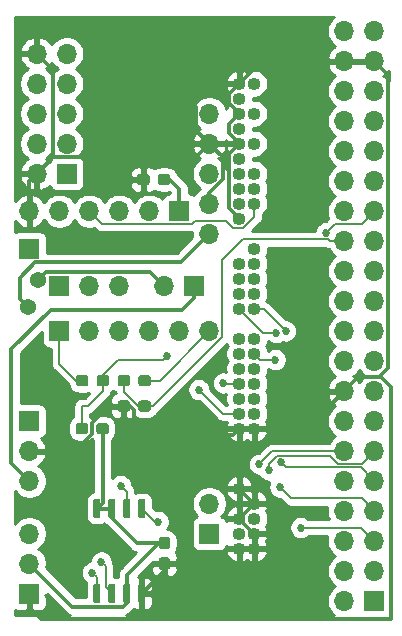
<source format=gbr>
G04 #@! TF.GenerationSoftware,KiCad,Pcbnew,(5.1.5-0)*
G04 #@! TF.CreationDate,2020-01-06T21:53:32-08:00*
G04 #@! TF.ProjectId,cisco_hwic_dev_board,63697363-6f5f-4687-9769-635f6465765f,rev?*
G04 #@! TF.SameCoordinates,Original*
G04 #@! TF.FileFunction,Copper,L1,Top*
G04 #@! TF.FilePolarity,Positive*
%FSLAX46Y46*%
G04 Gerber Fmt 4.6, Leading zero omitted, Abs format (unit mm)*
G04 Created by KiCad (PCBNEW (5.1.5-0)) date 2020-01-06 21:53:32*
%MOMM*%
%LPD*%
G04 APERTURE LIST*
%ADD10O,1.100000X1.100000*%
%ADD11O,1.700000X1.700000*%
%ADD12R,1.700000X1.700000*%
%ADD13C,0.100000*%
%ADD14C,1.371600*%
%ADD15C,0.685800*%
%ADD16C,0.304800*%
%ADD17C,0.152400*%
%ADD18C,0.300000*%
%ADD19C,0.254000*%
G04 APERTURE END LIST*
D10*
X-537845000Y580390000D03*
X-539115000Y580390000D03*
X-539115000Y579120000D03*
X-537845000Y577850000D03*
X-539115000Y577850000D03*
X-539115000Y576580000D03*
X-537845000Y575310000D03*
X-539115000Y575310000D03*
X-539115000Y574040000D03*
X-537845000Y572770000D03*
X-539115000Y572770000D03*
X-537845000Y571500000D03*
X-539115000Y571500000D03*
X-537845000Y570230000D03*
X-539115000Y570230000D03*
X-539115000Y568960000D03*
X-537845000Y566420000D03*
X-537845000Y565150000D03*
X-539115000Y565150000D03*
X-537845000Y563880000D03*
X-539115000Y563880000D03*
X-537845000Y562610000D03*
X-539115000Y562610000D03*
X-537845000Y561340000D03*
X-539115000Y561340000D03*
X-537845000Y558800000D03*
X-539115000Y558800000D03*
X-537845000Y557530000D03*
X-539115000Y557530000D03*
X-537845000Y556260000D03*
X-539115000Y556260000D03*
X-537845000Y554990000D03*
X-539115000Y554990000D03*
X-537845000Y553720000D03*
X-539115000Y553720000D03*
X-537845000Y552450000D03*
X-539115000Y552450000D03*
X-537845000Y551180000D03*
X-539115000Y551180000D03*
X-539115000Y546100000D03*
X-537845000Y544830000D03*
X-537845000Y543560000D03*
X-539115000Y543560000D03*
X-537845000Y542290000D03*
X-539115000Y542290000D03*
X-537845000Y541020000D03*
X-539115000Y541020000D03*
D11*
X-530225000Y584835000D03*
X-527685000Y584835000D03*
X-530225000Y582295000D03*
X-527685000Y582295000D03*
X-530225000Y579755000D03*
X-527685000Y579755000D03*
X-530225000Y577215000D03*
X-527685000Y577215000D03*
X-530225000Y574675000D03*
X-527685000Y574675000D03*
X-530225000Y572135000D03*
X-527685000Y572135000D03*
X-530225000Y569595000D03*
X-527685000Y569595000D03*
X-530225000Y567055000D03*
X-527685000Y567055000D03*
X-530225000Y564515000D03*
X-527685000Y564515000D03*
X-530225000Y561975000D03*
X-527685000Y561975000D03*
X-530225000Y559435000D03*
X-527685000Y559435000D03*
X-530225000Y556895000D03*
X-527685000Y556895000D03*
X-530225000Y554355000D03*
X-527685000Y554355000D03*
X-530225000Y551815000D03*
X-527685000Y551815000D03*
X-530225000Y549275000D03*
X-527685000Y549275000D03*
X-530225000Y546735000D03*
X-527685000Y546735000D03*
X-530225000Y544195000D03*
X-527685000Y544195000D03*
X-530225000Y541655000D03*
X-527685000Y541655000D03*
X-530225000Y539115000D03*
X-527685000Y539115000D03*
X-530225000Y536575000D03*
D12*
X-527685000Y536575000D03*
G04 #@! TA.AperFunction,SMDPad,CuDef*
D13*
G36*
X-546932221Y572735856D02*
G01*
X-546909166Y572732437D01*
X-546886557Y572726773D01*
X-546864613Y572718921D01*
X-546843543Y572708956D01*
X-546823552Y572696974D01*
X-546804832Y572683090D01*
X-546787562Y572667438D01*
X-546771910Y572650168D01*
X-546758026Y572631448D01*
X-546746044Y572611457D01*
X-546736079Y572590387D01*
X-546728227Y572568443D01*
X-546722563Y572545834D01*
X-546719144Y572522779D01*
X-546718000Y572499500D01*
X-546718000Y572024500D01*
X-546719144Y572001221D01*
X-546722563Y571978166D01*
X-546728227Y571955557D01*
X-546736079Y571933613D01*
X-546746044Y571912543D01*
X-546758026Y571892552D01*
X-546771910Y571873832D01*
X-546787562Y571856562D01*
X-546804832Y571840910D01*
X-546823552Y571827026D01*
X-546843543Y571815044D01*
X-546864613Y571805079D01*
X-546886557Y571797227D01*
X-546909166Y571791563D01*
X-546932221Y571788144D01*
X-546955500Y571787000D01*
X-547530500Y571787000D01*
X-547553779Y571788144D01*
X-547576834Y571791563D01*
X-547599443Y571797227D01*
X-547621387Y571805079D01*
X-547642457Y571815044D01*
X-547662448Y571827026D01*
X-547681168Y571840910D01*
X-547698438Y571856562D01*
X-547714090Y571873832D01*
X-547727974Y571892552D01*
X-547739956Y571912543D01*
X-547749921Y571933613D01*
X-547757773Y571955557D01*
X-547763437Y571978166D01*
X-547766856Y572001221D01*
X-547768000Y572024500D01*
X-547768000Y572499500D01*
X-547766856Y572522779D01*
X-547763437Y572545834D01*
X-547757773Y572568443D01*
X-547749921Y572590387D01*
X-547739956Y572611457D01*
X-547727974Y572631448D01*
X-547714090Y572650168D01*
X-547698438Y572667438D01*
X-547681168Y572683090D01*
X-547662448Y572696974D01*
X-547642457Y572708956D01*
X-547621387Y572718921D01*
X-547599443Y572726773D01*
X-547576834Y572732437D01*
X-547553779Y572735856D01*
X-547530500Y572737000D01*
X-546955500Y572737000D01*
X-546932221Y572735856D01*
G37*
G04 #@! TD.AperFunction*
G04 #@! TA.AperFunction,SMDPad,CuDef*
G36*
X-545182221Y572735856D02*
G01*
X-545159166Y572732437D01*
X-545136557Y572726773D01*
X-545114613Y572718921D01*
X-545093543Y572708956D01*
X-545073552Y572696974D01*
X-545054832Y572683090D01*
X-545037562Y572667438D01*
X-545021910Y572650168D01*
X-545008026Y572631448D01*
X-544996044Y572611457D01*
X-544986079Y572590387D01*
X-544978227Y572568443D01*
X-544972563Y572545834D01*
X-544969144Y572522779D01*
X-544968000Y572499500D01*
X-544968000Y572024500D01*
X-544969144Y572001221D01*
X-544972563Y571978166D01*
X-544978227Y571955557D01*
X-544986079Y571933613D01*
X-544996044Y571912543D01*
X-545008026Y571892552D01*
X-545021910Y571873832D01*
X-545037562Y571856562D01*
X-545054832Y571840910D01*
X-545073552Y571827026D01*
X-545093543Y571815044D01*
X-545114613Y571805079D01*
X-545136557Y571797227D01*
X-545159166Y571791563D01*
X-545182221Y571788144D01*
X-545205500Y571787000D01*
X-545780500Y571787000D01*
X-545803779Y571788144D01*
X-545826834Y571791563D01*
X-545849443Y571797227D01*
X-545871387Y571805079D01*
X-545892457Y571815044D01*
X-545912448Y571827026D01*
X-545931168Y571840910D01*
X-545948438Y571856562D01*
X-545964090Y571873832D01*
X-545977974Y571892552D01*
X-545989956Y571912543D01*
X-545999921Y571933613D01*
X-546007773Y571955557D01*
X-546013437Y571978166D01*
X-546016856Y572001221D01*
X-546018000Y572024500D01*
X-546018000Y572499500D01*
X-546016856Y572522779D01*
X-546013437Y572545834D01*
X-546007773Y572568443D01*
X-545999921Y572590387D01*
X-545989956Y572611457D01*
X-545977974Y572631448D01*
X-545964090Y572650168D01*
X-545948438Y572667438D01*
X-545931168Y572683090D01*
X-545912448Y572696974D01*
X-545892457Y572708956D01*
X-545871387Y572718921D01*
X-545849443Y572726773D01*
X-545826834Y572732437D01*
X-545803779Y572735856D01*
X-545780500Y572737000D01*
X-545205500Y572737000D01*
X-545182221Y572735856D01*
G37*
G04 #@! TD.AperFunction*
D12*
X-556895000Y566420000D03*
D11*
X-541655000Y559435000D03*
X-544195000Y559435000D03*
X-546735000Y559435000D03*
X-549275000Y559435000D03*
X-551815000Y559435000D03*
D12*
X-554355000Y559435000D03*
D11*
X-556895000Y546735000D03*
X-556895000Y549275000D03*
D12*
X-556895000Y551815000D03*
D11*
X-545465000Y563245000D03*
D12*
X-542925000Y563245000D03*
D11*
X-549275000Y563245000D03*
X-551815000Y563245000D03*
D12*
X-554355000Y563245000D03*
D11*
X-556260000Y582930000D03*
X-553720000Y582930000D03*
X-556260000Y580390000D03*
X-553720000Y580390000D03*
X-556260000Y577850000D03*
X-553720000Y577850000D03*
X-556260000Y575310000D03*
X-553720000Y575310000D03*
X-556260000Y572770000D03*
D12*
X-553720000Y572770000D03*
D11*
X-556895000Y569595000D03*
X-554355000Y569595000D03*
X-551815000Y569595000D03*
X-549275000Y569595000D03*
X-546735000Y569595000D03*
D12*
X-544195000Y569595000D03*
D11*
X-541655000Y577850000D03*
X-541655000Y575310000D03*
X-541655000Y572770000D03*
X-541655000Y570230000D03*
X-541655000Y567690000D03*
X-541655000Y544830000D03*
D12*
X-541655000Y542290000D03*
G04 #@! TA.AperFunction,SMDPad,CuDef*
D13*
G36*
X-545204221Y540273856D02*
G01*
X-545181166Y540270437D01*
X-545158557Y540264773D01*
X-545136613Y540256921D01*
X-545115543Y540246956D01*
X-545095552Y540234974D01*
X-545076832Y540221090D01*
X-545059562Y540205438D01*
X-545043910Y540188168D01*
X-545030026Y540169448D01*
X-545018044Y540149457D01*
X-545008079Y540128387D01*
X-545000227Y540106443D01*
X-544994563Y540083834D01*
X-544991144Y540060779D01*
X-544990000Y540037500D01*
X-544990000Y539462500D01*
X-544991144Y539439221D01*
X-544994563Y539416166D01*
X-545000227Y539393557D01*
X-545008079Y539371613D01*
X-545018044Y539350543D01*
X-545030026Y539330552D01*
X-545043910Y539311832D01*
X-545059562Y539294562D01*
X-545076832Y539278910D01*
X-545095552Y539265026D01*
X-545115543Y539253044D01*
X-545136613Y539243079D01*
X-545158557Y539235227D01*
X-545181166Y539229563D01*
X-545204221Y539226144D01*
X-545227500Y539225000D01*
X-545702500Y539225000D01*
X-545725779Y539226144D01*
X-545748834Y539229563D01*
X-545771443Y539235227D01*
X-545793387Y539243079D01*
X-545814457Y539253044D01*
X-545834448Y539265026D01*
X-545853168Y539278910D01*
X-545870438Y539294562D01*
X-545886090Y539311832D01*
X-545899974Y539330552D01*
X-545911956Y539350543D01*
X-545921921Y539371613D01*
X-545929773Y539393557D01*
X-545935437Y539416166D01*
X-545938856Y539439221D01*
X-545940000Y539462500D01*
X-545940000Y540037500D01*
X-545938856Y540060779D01*
X-545935437Y540083834D01*
X-545929773Y540106443D01*
X-545921921Y540128387D01*
X-545911956Y540149457D01*
X-545899974Y540169448D01*
X-545886090Y540188168D01*
X-545870438Y540205438D01*
X-545853168Y540221090D01*
X-545834448Y540234974D01*
X-545814457Y540246956D01*
X-545793387Y540256921D01*
X-545771443Y540264773D01*
X-545748834Y540270437D01*
X-545725779Y540273856D01*
X-545702500Y540275000D01*
X-545227500Y540275000D01*
X-545204221Y540273856D01*
G37*
G04 #@! TD.AperFunction*
G04 #@! TA.AperFunction,SMDPad,CuDef*
G36*
X-545204221Y542023856D02*
G01*
X-545181166Y542020437D01*
X-545158557Y542014773D01*
X-545136613Y542006921D01*
X-545115543Y541996956D01*
X-545095552Y541984974D01*
X-545076832Y541971090D01*
X-545059562Y541955438D01*
X-545043910Y541938168D01*
X-545030026Y541919448D01*
X-545018044Y541899457D01*
X-545008079Y541878387D01*
X-545000227Y541856443D01*
X-544994563Y541833834D01*
X-544991144Y541810779D01*
X-544990000Y541787500D01*
X-544990000Y541212500D01*
X-544991144Y541189221D01*
X-544994563Y541166166D01*
X-545000227Y541143557D01*
X-545008079Y541121613D01*
X-545018044Y541100543D01*
X-545030026Y541080552D01*
X-545043910Y541061832D01*
X-545059562Y541044562D01*
X-545076832Y541028910D01*
X-545095552Y541015026D01*
X-545115543Y541003044D01*
X-545136613Y540993079D01*
X-545158557Y540985227D01*
X-545181166Y540979563D01*
X-545204221Y540976144D01*
X-545227500Y540975000D01*
X-545702500Y540975000D01*
X-545725779Y540976144D01*
X-545748834Y540979563D01*
X-545771443Y540985227D01*
X-545793387Y540993079D01*
X-545814457Y541003044D01*
X-545834448Y541015026D01*
X-545853168Y541028910D01*
X-545870438Y541044562D01*
X-545886090Y541061832D01*
X-545899974Y541080552D01*
X-545911956Y541100543D01*
X-545921921Y541121613D01*
X-545929773Y541143557D01*
X-545935437Y541166166D01*
X-545938856Y541189221D01*
X-545940000Y541212500D01*
X-545940000Y541787500D01*
X-545938856Y541810779D01*
X-545935437Y541833834D01*
X-545929773Y541856443D01*
X-545921921Y541878387D01*
X-545911956Y541899457D01*
X-545899974Y541919448D01*
X-545886090Y541938168D01*
X-545870438Y541955438D01*
X-545853168Y541971090D01*
X-545834448Y541984974D01*
X-545814457Y541996956D01*
X-545793387Y542006921D01*
X-545771443Y542014773D01*
X-545748834Y542020437D01*
X-545725779Y542023856D01*
X-545702500Y542025000D01*
X-545227500Y542025000D01*
X-545204221Y542023856D01*
G37*
G04 #@! TD.AperFunction*
G04 #@! TA.AperFunction,SMDPad,CuDef*
G36*
X-551015297Y545209278D02*
G01*
X-551000736Y545207118D01*
X-550986457Y545203541D01*
X-550972597Y545198582D01*
X-550959290Y545192288D01*
X-550946664Y545184720D01*
X-550934841Y545175952D01*
X-550923934Y545166066D01*
X-550914048Y545155159D01*
X-550905280Y545143336D01*
X-550897712Y545130710D01*
X-550891418Y545117403D01*
X-550886459Y545103543D01*
X-550882882Y545089264D01*
X-550880722Y545074703D01*
X-550880000Y545060000D01*
X-550880000Y543760000D01*
X-550880722Y543745297D01*
X-550882882Y543730736D01*
X-550886459Y543716457D01*
X-550891418Y543702597D01*
X-550897712Y543689290D01*
X-550905280Y543676664D01*
X-550914048Y543664841D01*
X-550923934Y543653934D01*
X-550934841Y543644048D01*
X-550946664Y543635280D01*
X-550959290Y543627712D01*
X-550972597Y543621418D01*
X-550986457Y543616459D01*
X-551000736Y543612882D01*
X-551015297Y543610722D01*
X-551030000Y543610000D01*
X-551330000Y543610000D01*
X-551344703Y543610722D01*
X-551359264Y543612882D01*
X-551373543Y543616459D01*
X-551387403Y543621418D01*
X-551400710Y543627712D01*
X-551413336Y543635280D01*
X-551425159Y543644048D01*
X-551436066Y543653934D01*
X-551445952Y543664841D01*
X-551454720Y543676664D01*
X-551462288Y543689290D01*
X-551468582Y543702597D01*
X-551473541Y543716457D01*
X-551477118Y543730736D01*
X-551479278Y543745297D01*
X-551480000Y543760000D01*
X-551480000Y545060000D01*
X-551479278Y545074703D01*
X-551477118Y545089264D01*
X-551473541Y545103543D01*
X-551468582Y545117403D01*
X-551462288Y545130710D01*
X-551454720Y545143336D01*
X-551445952Y545155159D01*
X-551436066Y545166066D01*
X-551425159Y545175952D01*
X-551413336Y545184720D01*
X-551400710Y545192288D01*
X-551387403Y545198582D01*
X-551373543Y545203541D01*
X-551359264Y545207118D01*
X-551344703Y545209278D01*
X-551330000Y545210000D01*
X-551030000Y545210000D01*
X-551015297Y545209278D01*
G37*
G04 #@! TD.AperFunction*
G04 #@! TA.AperFunction,SMDPad,CuDef*
G36*
X-549745297Y545209278D02*
G01*
X-549730736Y545207118D01*
X-549716457Y545203541D01*
X-549702597Y545198582D01*
X-549689290Y545192288D01*
X-549676664Y545184720D01*
X-549664841Y545175952D01*
X-549653934Y545166066D01*
X-549644048Y545155159D01*
X-549635280Y545143336D01*
X-549627712Y545130710D01*
X-549621418Y545117403D01*
X-549616459Y545103543D01*
X-549612882Y545089264D01*
X-549610722Y545074703D01*
X-549610000Y545060000D01*
X-549610000Y543760000D01*
X-549610722Y543745297D01*
X-549612882Y543730736D01*
X-549616459Y543716457D01*
X-549621418Y543702597D01*
X-549627712Y543689290D01*
X-549635280Y543676664D01*
X-549644048Y543664841D01*
X-549653934Y543653934D01*
X-549664841Y543644048D01*
X-549676664Y543635280D01*
X-549689290Y543627712D01*
X-549702597Y543621418D01*
X-549716457Y543616459D01*
X-549730736Y543612882D01*
X-549745297Y543610722D01*
X-549760000Y543610000D01*
X-550060000Y543610000D01*
X-550074703Y543610722D01*
X-550089264Y543612882D01*
X-550103543Y543616459D01*
X-550117403Y543621418D01*
X-550130710Y543627712D01*
X-550143336Y543635280D01*
X-550155159Y543644048D01*
X-550166066Y543653934D01*
X-550175952Y543664841D01*
X-550184720Y543676664D01*
X-550192288Y543689290D01*
X-550198582Y543702597D01*
X-550203541Y543716457D01*
X-550207118Y543730736D01*
X-550209278Y543745297D01*
X-550210000Y543760000D01*
X-550210000Y545060000D01*
X-550209278Y545074703D01*
X-550207118Y545089264D01*
X-550203541Y545103543D01*
X-550198582Y545117403D01*
X-550192288Y545130710D01*
X-550184720Y545143336D01*
X-550175952Y545155159D01*
X-550166066Y545166066D01*
X-550155159Y545175952D01*
X-550143336Y545184720D01*
X-550130710Y545192288D01*
X-550117403Y545198582D01*
X-550103543Y545203541D01*
X-550089264Y545207118D01*
X-550074703Y545209278D01*
X-550060000Y545210000D01*
X-549760000Y545210000D01*
X-549745297Y545209278D01*
G37*
G04 #@! TD.AperFunction*
G04 #@! TA.AperFunction,SMDPad,CuDef*
G36*
X-548475297Y545209278D02*
G01*
X-548460736Y545207118D01*
X-548446457Y545203541D01*
X-548432597Y545198582D01*
X-548419290Y545192288D01*
X-548406664Y545184720D01*
X-548394841Y545175952D01*
X-548383934Y545166066D01*
X-548374048Y545155159D01*
X-548365280Y545143336D01*
X-548357712Y545130710D01*
X-548351418Y545117403D01*
X-548346459Y545103543D01*
X-548342882Y545089264D01*
X-548340722Y545074703D01*
X-548340000Y545060000D01*
X-548340000Y543760000D01*
X-548340722Y543745297D01*
X-548342882Y543730736D01*
X-548346459Y543716457D01*
X-548351418Y543702597D01*
X-548357712Y543689290D01*
X-548365280Y543676664D01*
X-548374048Y543664841D01*
X-548383934Y543653934D01*
X-548394841Y543644048D01*
X-548406664Y543635280D01*
X-548419290Y543627712D01*
X-548432597Y543621418D01*
X-548446457Y543616459D01*
X-548460736Y543612882D01*
X-548475297Y543610722D01*
X-548490000Y543610000D01*
X-548790000Y543610000D01*
X-548804703Y543610722D01*
X-548819264Y543612882D01*
X-548833543Y543616459D01*
X-548847403Y543621418D01*
X-548860710Y543627712D01*
X-548873336Y543635280D01*
X-548885159Y543644048D01*
X-548896066Y543653934D01*
X-548905952Y543664841D01*
X-548914720Y543676664D01*
X-548922288Y543689290D01*
X-548928582Y543702597D01*
X-548933541Y543716457D01*
X-548937118Y543730736D01*
X-548939278Y543745297D01*
X-548940000Y543760000D01*
X-548940000Y545060000D01*
X-548939278Y545074703D01*
X-548937118Y545089264D01*
X-548933541Y545103543D01*
X-548928582Y545117403D01*
X-548922288Y545130710D01*
X-548914720Y545143336D01*
X-548905952Y545155159D01*
X-548896066Y545166066D01*
X-548885159Y545175952D01*
X-548873336Y545184720D01*
X-548860710Y545192288D01*
X-548847403Y545198582D01*
X-548833543Y545203541D01*
X-548819264Y545207118D01*
X-548804703Y545209278D01*
X-548790000Y545210000D01*
X-548490000Y545210000D01*
X-548475297Y545209278D01*
G37*
G04 #@! TD.AperFunction*
G04 #@! TA.AperFunction,SMDPad,CuDef*
G36*
X-547205297Y545209278D02*
G01*
X-547190736Y545207118D01*
X-547176457Y545203541D01*
X-547162597Y545198582D01*
X-547149290Y545192288D01*
X-547136664Y545184720D01*
X-547124841Y545175952D01*
X-547113934Y545166066D01*
X-547104048Y545155159D01*
X-547095280Y545143336D01*
X-547087712Y545130710D01*
X-547081418Y545117403D01*
X-547076459Y545103543D01*
X-547072882Y545089264D01*
X-547070722Y545074703D01*
X-547070000Y545060000D01*
X-547070000Y543760000D01*
X-547070722Y543745297D01*
X-547072882Y543730736D01*
X-547076459Y543716457D01*
X-547081418Y543702597D01*
X-547087712Y543689290D01*
X-547095280Y543676664D01*
X-547104048Y543664841D01*
X-547113934Y543653934D01*
X-547124841Y543644048D01*
X-547136664Y543635280D01*
X-547149290Y543627712D01*
X-547162597Y543621418D01*
X-547176457Y543616459D01*
X-547190736Y543612882D01*
X-547205297Y543610722D01*
X-547220000Y543610000D01*
X-547520000Y543610000D01*
X-547534703Y543610722D01*
X-547549264Y543612882D01*
X-547563543Y543616459D01*
X-547577403Y543621418D01*
X-547590710Y543627712D01*
X-547603336Y543635280D01*
X-547615159Y543644048D01*
X-547626066Y543653934D01*
X-547635952Y543664841D01*
X-547644720Y543676664D01*
X-547652288Y543689290D01*
X-547658582Y543702597D01*
X-547663541Y543716457D01*
X-547667118Y543730736D01*
X-547669278Y543745297D01*
X-547670000Y543760000D01*
X-547670000Y545060000D01*
X-547669278Y545074703D01*
X-547667118Y545089264D01*
X-547663541Y545103543D01*
X-547658582Y545117403D01*
X-547652288Y545130710D01*
X-547644720Y545143336D01*
X-547635952Y545155159D01*
X-547626066Y545166066D01*
X-547615159Y545175952D01*
X-547603336Y545184720D01*
X-547590710Y545192288D01*
X-547577403Y545198582D01*
X-547563543Y545203541D01*
X-547549264Y545207118D01*
X-547534703Y545209278D01*
X-547520000Y545210000D01*
X-547220000Y545210000D01*
X-547205297Y545209278D01*
G37*
G04 #@! TD.AperFunction*
G04 #@! TA.AperFunction,SMDPad,CuDef*
G36*
X-547205297Y538009278D02*
G01*
X-547190736Y538007118D01*
X-547176457Y538003541D01*
X-547162597Y537998582D01*
X-547149290Y537992288D01*
X-547136664Y537984720D01*
X-547124841Y537975952D01*
X-547113934Y537966066D01*
X-547104048Y537955159D01*
X-547095280Y537943336D01*
X-547087712Y537930710D01*
X-547081418Y537917403D01*
X-547076459Y537903543D01*
X-547072882Y537889264D01*
X-547070722Y537874703D01*
X-547070000Y537860000D01*
X-547070000Y536560000D01*
X-547070722Y536545297D01*
X-547072882Y536530736D01*
X-547076459Y536516457D01*
X-547081418Y536502597D01*
X-547087712Y536489290D01*
X-547095280Y536476664D01*
X-547104048Y536464841D01*
X-547113934Y536453934D01*
X-547124841Y536444048D01*
X-547136664Y536435280D01*
X-547149290Y536427712D01*
X-547162597Y536421418D01*
X-547176457Y536416459D01*
X-547190736Y536412882D01*
X-547205297Y536410722D01*
X-547220000Y536410000D01*
X-547520000Y536410000D01*
X-547534703Y536410722D01*
X-547549264Y536412882D01*
X-547563543Y536416459D01*
X-547577403Y536421418D01*
X-547590710Y536427712D01*
X-547603336Y536435280D01*
X-547615159Y536444048D01*
X-547626066Y536453934D01*
X-547635952Y536464841D01*
X-547644720Y536476664D01*
X-547652288Y536489290D01*
X-547658582Y536502597D01*
X-547663541Y536516457D01*
X-547667118Y536530736D01*
X-547669278Y536545297D01*
X-547670000Y536560000D01*
X-547670000Y537860000D01*
X-547669278Y537874703D01*
X-547667118Y537889264D01*
X-547663541Y537903543D01*
X-547658582Y537917403D01*
X-547652288Y537930710D01*
X-547644720Y537943336D01*
X-547635952Y537955159D01*
X-547626066Y537966066D01*
X-547615159Y537975952D01*
X-547603336Y537984720D01*
X-547590710Y537992288D01*
X-547577403Y537998582D01*
X-547563543Y538003541D01*
X-547549264Y538007118D01*
X-547534703Y538009278D01*
X-547520000Y538010000D01*
X-547220000Y538010000D01*
X-547205297Y538009278D01*
G37*
G04 #@! TD.AperFunction*
G04 #@! TA.AperFunction,SMDPad,CuDef*
G36*
X-548475297Y538009278D02*
G01*
X-548460736Y538007118D01*
X-548446457Y538003541D01*
X-548432597Y537998582D01*
X-548419290Y537992288D01*
X-548406664Y537984720D01*
X-548394841Y537975952D01*
X-548383934Y537966066D01*
X-548374048Y537955159D01*
X-548365280Y537943336D01*
X-548357712Y537930710D01*
X-548351418Y537917403D01*
X-548346459Y537903543D01*
X-548342882Y537889264D01*
X-548340722Y537874703D01*
X-548340000Y537860000D01*
X-548340000Y536560000D01*
X-548340722Y536545297D01*
X-548342882Y536530736D01*
X-548346459Y536516457D01*
X-548351418Y536502597D01*
X-548357712Y536489290D01*
X-548365280Y536476664D01*
X-548374048Y536464841D01*
X-548383934Y536453934D01*
X-548394841Y536444048D01*
X-548406664Y536435280D01*
X-548419290Y536427712D01*
X-548432597Y536421418D01*
X-548446457Y536416459D01*
X-548460736Y536412882D01*
X-548475297Y536410722D01*
X-548490000Y536410000D01*
X-548790000Y536410000D01*
X-548804703Y536410722D01*
X-548819264Y536412882D01*
X-548833543Y536416459D01*
X-548847403Y536421418D01*
X-548860710Y536427712D01*
X-548873336Y536435280D01*
X-548885159Y536444048D01*
X-548896066Y536453934D01*
X-548905952Y536464841D01*
X-548914720Y536476664D01*
X-548922288Y536489290D01*
X-548928582Y536502597D01*
X-548933541Y536516457D01*
X-548937118Y536530736D01*
X-548939278Y536545297D01*
X-548940000Y536560000D01*
X-548940000Y537860000D01*
X-548939278Y537874703D01*
X-548937118Y537889264D01*
X-548933541Y537903543D01*
X-548928582Y537917403D01*
X-548922288Y537930710D01*
X-548914720Y537943336D01*
X-548905952Y537955159D01*
X-548896066Y537966066D01*
X-548885159Y537975952D01*
X-548873336Y537984720D01*
X-548860710Y537992288D01*
X-548847403Y537998582D01*
X-548833543Y538003541D01*
X-548819264Y538007118D01*
X-548804703Y538009278D01*
X-548790000Y538010000D01*
X-548490000Y538010000D01*
X-548475297Y538009278D01*
G37*
G04 #@! TD.AperFunction*
G04 #@! TA.AperFunction,SMDPad,CuDef*
G36*
X-549745297Y538009278D02*
G01*
X-549730736Y538007118D01*
X-549716457Y538003541D01*
X-549702597Y537998582D01*
X-549689290Y537992288D01*
X-549676664Y537984720D01*
X-549664841Y537975952D01*
X-549653934Y537966066D01*
X-549644048Y537955159D01*
X-549635280Y537943336D01*
X-549627712Y537930710D01*
X-549621418Y537917403D01*
X-549616459Y537903543D01*
X-549612882Y537889264D01*
X-549610722Y537874703D01*
X-549610000Y537860000D01*
X-549610000Y536560000D01*
X-549610722Y536545297D01*
X-549612882Y536530736D01*
X-549616459Y536516457D01*
X-549621418Y536502597D01*
X-549627712Y536489290D01*
X-549635280Y536476664D01*
X-549644048Y536464841D01*
X-549653934Y536453934D01*
X-549664841Y536444048D01*
X-549676664Y536435280D01*
X-549689290Y536427712D01*
X-549702597Y536421418D01*
X-549716457Y536416459D01*
X-549730736Y536412882D01*
X-549745297Y536410722D01*
X-549760000Y536410000D01*
X-550060000Y536410000D01*
X-550074703Y536410722D01*
X-550089264Y536412882D01*
X-550103543Y536416459D01*
X-550117403Y536421418D01*
X-550130710Y536427712D01*
X-550143336Y536435280D01*
X-550155159Y536444048D01*
X-550166066Y536453934D01*
X-550175952Y536464841D01*
X-550184720Y536476664D01*
X-550192288Y536489290D01*
X-550198582Y536502597D01*
X-550203541Y536516457D01*
X-550207118Y536530736D01*
X-550209278Y536545297D01*
X-550210000Y536560000D01*
X-550210000Y537860000D01*
X-550209278Y537874703D01*
X-550207118Y537889264D01*
X-550203541Y537903543D01*
X-550198582Y537917403D01*
X-550192288Y537930710D01*
X-550184720Y537943336D01*
X-550175952Y537955159D01*
X-550166066Y537966066D01*
X-550155159Y537975952D01*
X-550143336Y537984720D01*
X-550130710Y537992288D01*
X-550117403Y537998582D01*
X-550103543Y538003541D01*
X-550089264Y538007118D01*
X-550074703Y538009278D01*
X-550060000Y538010000D01*
X-549760000Y538010000D01*
X-549745297Y538009278D01*
G37*
G04 #@! TD.AperFunction*
G04 #@! TA.AperFunction,SMDPad,CuDef*
G36*
X-551015297Y538009278D02*
G01*
X-551000736Y538007118D01*
X-550986457Y538003541D01*
X-550972597Y537998582D01*
X-550959290Y537992288D01*
X-550946664Y537984720D01*
X-550934841Y537975952D01*
X-550923934Y537966066D01*
X-550914048Y537955159D01*
X-550905280Y537943336D01*
X-550897712Y537930710D01*
X-550891418Y537917403D01*
X-550886459Y537903543D01*
X-550882882Y537889264D01*
X-550880722Y537874703D01*
X-550880000Y537860000D01*
X-550880000Y536560000D01*
X-550880722Y536545297D01*
X-550882882Y536530736D01*
X-550886459Y536516457D01*
X-550891418Y536502597D01*
X-550897712Y536489290D01*
X-550905280Y536476664D01*
X-550914048Y536464841D01*
X-550923934Y536453934D01*
X-550934841Y536444048D01*
X-550946664Y536435280D01*
X-550959290Y536427712D01*
X-550972597Y536421418D01*
X-550986457Y536416459D01*
X-551000736Y536412882D01*
X-551015297Y536410722D01*
X-551030000Y536410000D01*
X-551330000Y536410000D01*
X-551344703Y536410722D01*
X-551359264Y536412882D01*
X-551373543Y536416459D01*
X-551387403Y536421418D01*
X-551400710Y536427712D01*
X-551413336Y536435280D01*
X-551425159Y536444048D01*
X-551436066Y536453934D01*
X-551445952Y536464841D01*
X-551454720Y536476664D01*
X-551462288Y536489290D01*
X-551468582Y536502597D01*
X-551473541Y536516457D01*
X-551477118Y536530736D01*
X-551479278Y536545297D01*
X-551480000Y536560000D01*
X-551480000Y537860000D01*
X-551479278Y537874703D01*
X-551477118Y537889264D01*
X-551473541Y537903543D01*
X-551468582Y537917403D01*
X-551462288Y537930710D01*
X-551454720Y537943336D01*
X-551445952Y537955159D01*
X-551436066Y537966066D01*
X-551425159Y537975952D01*
X-551413336Y537984720D01*
X-551400710Y537992288D01*
X-551387403Y537998582D01*
X-551373543Y538003541D01*
X-551359264Y538007118D01*
X-551344703Y538009278D01*
X-551330000Y538010000D01*
X-551030000Y538010000D01*
X-551015297Y538009278D01*
G37*
G04 #@! TD.AperFunction*
D11*
X-556895000Y542290000D03*
X-556895000Y539750000D03*
D12*
X-556895000Y537210000D03*
G04 #@! TA.AperFunction,SMDPad,CuDef*
D13*
G36*
X-546833221Y555717856D02*
G01*
X-546810166Y555714437D01*
X-546787557Y555708773D01*
X-546765613Y555700921D01*
X-546744543Y555690956D01*
X-546724552Y555678974D01*
X-546705832Y555665090D01*
X-546688562Y555649438D01*
X-546672910Y555632168D01*
X-546659026Y555613448D01*
X-546647044Y555593457D01*
X-546637079Y555572387D01*
X-546629227Y555550443D01*
X-546623563Y555527834D01*
X-546620144Y555504779D01*
X-546619000Y555481500D01*
X-546619000Y555006500D01*
X-546620144Y554983221D01*
X-546623563Y554960166D01*
X-546629227Y554937557D01*
X-546637079Y554915613D01*
X-546647044Y554894543D01*
X-546659026Y554874552D01*
X-546672910Y554855832D01*
X-546688562Y554838562D01*
X-546705832Y554822910D01*
X-546724552Y554809026D01*
X-546744543Y554797044D01*
X-546765613Y554787079D01*
X-546787557Y554779227D01*
X-546810166Y554773563D01*
X-546833221Y554770144D01*
X-546856500Y554769000D01*
X-547431500Y554769000D01*
X-547454779Y554770144D01*
X-547477834Y554773563D01*
X-547500443Y554779227D01*
X-547522387Y554787079D01*
X-547543457Y554797044D01*
X-547563448Y554809026D01*
X-547582168Y554822910D01*
X-547599438Y554838562D01*
X-547615090Y554855832D01*
X-547628974Y554874552D01*
X-547640956Y554894543D01*
X-547650921Y554915613D01*
X-547658773Y554937557D01*
X-547664437Y554960166D01*
X-547667856Y554983221D01*
X-547669000Y555006500D01*
X-547669000Y555481500D01*
X-547667856Y555504779D01*
X-547664437Y555527834D01*
X-547658773Y555550443D01*
X-547650921Y555572387D01*
X-547640956Y555593457D01*
X-547628974Y555613448D01*
X-547615090Y555632168D01*
X-547599438Y555649438D01*
X-547582168Y555665090D01*
X-547563448Y555678974D01*
X-547543457Y555690956D01*
X-547522387Y555700921D01*
X-547500443Y555708773D01*
X-547477834Y555714437D01*
X-547454779Y555717856D01*
X-547431500Y555719000D01*
X-546856500Y555719000D01*
X-546833221Y555717856D01*
G37*
G04 #@! TD.AperFunction*
G04 #@! TA.AperFunction,SMDPad,CuDef*
G36*
X-548583221Y555717856D02*
G01*
X-548560166Y555714437D01*
X-548537557Y555708773D01*
X-548515613Y555700921D01*
X-548494543Y555690956D01*
X-548474552Y555678974D01*
X-548455832Y555665090D01*
X-548438562Y555649438D01*
X-548422910Y555632168D01*
X-548409026Y555613448D01*
X-548397044Y555593457D01*
X-548387079Y555572387D01*
X-548379227Y555550443D01*
X-548373563Y555527834D01*
X-548370144Y555504779D01*
X-548369000Y555481500D01*
X-548369000Y555006500D01*
X-548370144Y554983221D01*
X-548373563Y554960166D01*
X-548379227Y554937557D01*
X-548387079Y554915613D01*
X-548397044Y554894543D01*
X-548409026Y554874552D01*
X-548422910Y554855832D01*
X-548438562Y554838562D01*
X-548455832Y554822910D01*
X-548474552Y554809026D01*
X-548494543Y554797044D01*
X-548515613Y554787079D01*
X-548537557Y554779227D01*
X-548560166Y554773563D01*
X-548583221Y554770144D01*
X-548606500Y554769000D01*
X-549181500Y554769000D01*
X-549204779Y554770144D01*
X-549227834Y554773563D01*
X-549250443Y554779227D01*
X-549272387Y554787079D01*
X-549293457Y554797044D01*
X-549313448Y554809026D01*
X-549332168Y554822910D01*
X-549349438Y554838562D01*
X-549365090Y554855832D01*
X-549378974Y554874552D01*
X-549390956Y554894543D01*
X-549400921Y554915613D01*
X-549408773Y554937557D01*
X-549414437Y554960166D01*
X-549417856Y554983221D01*
X-549419000Y555006500D01*
X-549419000Y555481500D01*
X-549417856Y555504779D01*
X-549414437Y555527834D01*
X-549408773Y555550443D01*
X-549400921Y555572387D01*
X-549390956Y555593457D01*
X-549378974Y555613448D01*
X-549365090Y555632168D01*
X-549349438Y555649438D01*
X-549332168Y555665090D01*
X-549313448Y555678974D01*
X-549293457Y555690956D01*
X-549272387Y555700921D01*
X-549250443Y555708773D01*
X-549227834Y555714437D01*
X-549204779Y555717856D01*
X-549181500Y555719000D01*
X-548606500Y555719000D01*
X-548583221Y555717856D01*
G37*
G04 #@! TD.AperFunction*
G04 #@! TA.AperFunction,SMDPad,CuDef*
G36*
X-552111221Y555717856D02*
G01*
X-552088166Y555714437D01*
X-552065557Y555708773D01*
X-552043613Y555700921D01*
X-552022543Y555690956D01*
X-552002552Y555678974D01*
X-551983832Y555665090D01*
X-551966562Y555649438D01*
X-551950910Y555632168D01*
X-551937026Y555613448D01*
X-551925044Y555593457D01*
X-551915079Y555572387D01*
X-551907227Y555550443D01*
X-551901563Y555527834D01*
X-551898144Y555504779D01*
X-551897000Y555481500D01*
X-551897000Y555006500D01*
X-551898144Y554983221D01*
X-551901563Y554960166D01*
X-551907227Y554937557D01*
X-551915079Y554915613D01*
X-551925044Y554894543D01*
X-551937026Y554874552D01*
X-551950910Y554855832D01*
X-551966562Y554838562D01*
X-551983832Y554822910D01*
X-552002552Y554809026D01*
X-552022543Y554797044D01*
X-552043613Y554787079D01*
X-552065557Y554779227D01*
X-552088166Y554773563D01*
X-552111221Y554770144D01*
X-552134500Y554769000D01*
X-552709500Y554769000D01*
X-552732779Y554770144D01*
X-552755834Y554773563D01*
X-552778443Y554779227D01*
X-552800387Y554787079D01*
X-552821457Y554797044D01*
X-552841448Y554809026D01*
X-552860168Y554822910D01*
X-552877438Y554838562D01*
X-552893090Y554855832D01*
X-552906974Y554874552D01*
X-552918956Y554894543D01*
X-552928921Y554915613D01*
X-552936773Y554937557D01*
X-552942437Y554960166D01*
X-552945856Y554983221D01*
X-552947000Y555006500D01*
X-552947000Y555481500D01*
X-552945856Y555504779D01*
X-552942437Y555527834D01*
X-552936773Y555550443D01*
X-552928921Y555572387D01*
X-552918956Y555593457D01*
X-552906974Y555613448D01*
X-552893090Y555632168D01*
X-552877438Y555649438D01*
X-552860168Y555665090D01*
X-552841448Y555678974D01*
X-552821457Y555690956D01*
X-552800387Y555700921D01*
X-552778443Y555708773D01*
X-552755834Y555714437D01*
X-552732779Y555717856D01*
X-552709500Y555719000D01*
X-552134500Y555719000D01*
X-552111221Y555717856D01*
G37*
G04 #@! TD.AperFunction*
G04 #@! TA.AperFunction,SMDPad,CuDef*
G36*
X-550361221Y555717856D02*
G01*
X-550338166Y555714437D01*
X-550315557Y555708773D01*
X-550293613Y555700921D01*
X-550272543Y555690956D01*
X-550252552Y555678974D01*
X-550233832Y555665090D01*
X-550216562Y555649438D01*
X-550200910Y555632168D01*
X-550187026Y555613448D01*
X-550175044Y555593457D01*
X-550165079Y555572387D01*
X-550157227Y555550443D01*
X-550151563Y555527834D01*
X-550148144Y555504779D01*
X-550147000Y555481500D01*
X-550147000Y555006500D01*
X-550148144Y554983221D01*
X-550151563Y554960166D01*
X-550157227Y554937557D01*
X-550165079Y554915613D01*
X-550175044Y554894543D01*
X-550187026Y554874552D01*
X-550200910Y554855832D01*
X-550216562Y554838562D01*
X-550233832Y554822910D01*
X-550252552Y554809026D01*
X-550272543Y554797044D01*
X-550293613Y554787079D01*
X-550315557Y554779227D01*
X-550338166Y554773563D01*
X-550361221Y554770144D01*
X-550384500Y554769000D01*
X-550959500Y554769000D01*
X-550982779Y554770144D01*
X-551005834Y554773563D01*
X-551028443Y554779227D01*
X-551050387Y554787079D01*
X-551071457Y554797044D01*
X-551091448Y554809026D01*
X-551110168Y554822910D01*
X-551127438Y554838562D01*
X-551143090Y554855832D01*
X-551156974Y554874552D01*
X-551168956Y554894543D01*
X-551178921Y554915613D01*
X-551186773Y554937557D01*
X-551192437Y554960166D01*
X-551195856Y554983221D01*
X-551197000Y555006500D01*
X-551197000Y555481500D01*
X-551195856Y555504779D01*
X-551192437Y555527834D01*
X-551186773Y555550443D01*
X-551178921Y555572387D01*
X-551168956Y555593457D01*
X-551156974Y555613448D01*
X-551143090Y555632168D01*
X-551127438Y555649438D01*
X-551110168Y555665090D01*
X-551091448Y555678974D01*
X-551071457Y555690956D01*
X-551050387Y555700921D01*
X-551028443Y555708773D01*
X-551005834Y555714437D01*
X-550982779Y555717856D01*
X-550959500Y555719000D01*
X-550384500Y555719000D01*
X-550361221Y555717856D01*
G37*
G04 #@! TD.AperFunction*
G04 #@! TA.AperFunction,SMDPad,CuDef*
G36*
X-546833221Y553558856D02*
G01*
X-546810166Y553555437D01*
X-546787557Y553549773D01*
X-546765613Y553541921D01*
X-546744543Y553531956D01*
X-546724552Y553519974D01*
X-546705832Y553506090D01*
X-546688562Y553490438D01*
X-546672910Y553473168D01*
X-546659026Y553454448D01*
X-546647044Y553434457D01*
X-546637079Y553413387D01*
X-546629227Y553391443D01*
X-546623563Y553368834D01*
X-546620144Y553345779D01*
X-546619000Y553322500D01*
X-546619000Y552847500D01*
X-546620144Y552824221D01*
X-546623563Y552801166D01*
X-546629227Y552778557D01*
X-546637079Y552756613D01*
X-546647044Y552735543D01*
X-546659026Y552715552D01*
X-546672910Y552696832D01*
X-546688562Y552679562D01*
X-546705832Y552663910D01*
X-546724552Y552650026D01*
X-546744543Y552638044D01*
X-546765613Y552628079D01*
X-546787557Y552620227D01*
X-546810166Y552614563D01*
X-546833221Y552611144D01*
X-546856500Y552610000D01*
X-547431500Y552610000D01*
X-547454779Y552611144D01*
X-547477834Y552614563D01*
X-547500443Y552620227D01*
X-547522387Y552628079D01*
X-547543457Y552638044D01*
X-547563448Y552650026D01*
X-547582168Y552663910D01*
X-547599438Y552679562D01*
X-547615090Y552696832D01*
X-547628974Y552715552D01*
X-547640956Y552735543D01*
X-547650921Y552756613D01*
X-547658773Y552778557D01*
X-547664437Y552801166D01*
X-547667856Y552824221D01*
X-547669000Y552847500D01*
X-547669000Y553322500D01*
X-547667856Y553345779D01*
X-547664437Y553368834D01*
X-547658773Y553391443D01*
X-547650921Y553413387D01*
X-547640956Y553434457D01*
X-547628974Y553454448D01*
X-547615090Y553473168D01*
X-547599438Y553490438D01*
X-547582168Y553506090D01*
X-547563448Y553519974D01*
X-547543457Y553531956D01*
X-547522387Y553541921D01*
X-547500443Y553549773D01*
X-547477834Y553555437D01*
X-547454779Y553558856D01*
X-547431500Y553560000D01*
X-546856500Y553560000D01*
X-546833221Y553558856D01*
G37*
G04 #@! TD.AperFunction*
G04 #@! TA.AperFunction,SMDPad,CuDef*
G36*
X-548583221Y553558856D02*
G01*
X-548560166Y553555437D01*
X-548537557Y553549773D01*
X-548515613Y553541921D01*
X-548494543Y553531956D01*
X-548474552Y553519974D01*
X-548455832Y553506090D01*
X-548438562Y553490438D01*
X-548422910Y553473168D01*
X-548409026Y553454448D01*
X-548397044Y553434457D01*
X-548387079Y553413387D01*
X-548379227Y553391443D01*
X-548373563Y553368834D01*
X-548370144Y553345779D01*
X-548369000Y553322500D01*
X-548369000Y552847500D01*
X-548370144Y552824221D01*
X-548373563Y552801166D01*
X-548379227Y552778557D01*
X-548387079Y552756613D01*
X-548397044Y552735543D01*
X-548409026Y552715552D01*
X-548422910Y552696832D01*
X-548438562Y552679562D01*
X-548455832Y552663910D01*
X-548474552Y552650026D01*
X-548494543Y552638044D01*
X-548515613Y552628079D01*
X-548537557Y552620227D01*
X-548560166Y552614563D01*
X-548583221Y552611144D01*
X-548606500Y552610000D01*
X-549181500Y552610000D01*
X-549204779Y552611144D01*
X-549227834Y552614563D01*
X-549250443Y552620227D01*
X-549272387Y552628079D01*
X-549293457Y552638044D01*
X-549313448Y552650026D01*
X-549332168Y552663910D01*
X-549349438Y552679562D01*
X-549365090Y552696832D01*
X-549378974Y552715552D01*
X-549390956Y552735543D01*
X-549400921Y552756613D01*
X-549408773Y552778557D01*
X-549414437Y552801166D01*
X-549417856Y552824221D01*
X-549419000Y552847500D01*
X-549419000Y553322500D01*
X-549417856Y553345779D01*
X-549414437Y553368834D01*
X-549408773Y553391443D01*
X-549400921Y553413387D01*
X-549390956Y553434457D01*
X-549378974Y553454448D01*
X-549365090Y553473168D01*
X-549349438Y553490438D01*
X-549332168Y553506090D01*
X-549313448Y553519974D01*
X-549293457Y553531956D01*
X-549272387Y553541921D01*
X-549250443Y553549773D01*
X-549227834Y553555437D01*
X-549204779Y553558856D01*
X-549181500Y553560000D01*
X-548606500Y553560000D01*
X-548583221Y553558856D01*
G37*
G04 #@! TD.AperFunction*
G04 #@! TA.AperFunction,SMDPad,CuDef*
G36*
X-552139221Y551653856D02*
G01*
X-552116166Y551650437D01*
X-552093557Y551644773D01*
X-552071613Y551636921D01*
X-552050543Y551626956D01*
X-552030552Y551614974D01*
X-552011832Y551601090D01*
X-551994562Y551585438D01*
X-551978910Y551568168D01*
X-551965026Y551549448D01*
X-551953044Y551529457D01*
X-551943079Y551508387D01*
X-551935227Y551486443D01*
X-551929563Y551463834D01*
X-551926144Y551440779D01*
X-551925000Y551417500D01*
X-551925000Y550942500D01*
X-551926144Y550919221D01*
X-551929563Y550896166D01*
X-551935227Y550873557D01*
X-551943079Y550851613D01*
X-551953044Y550830543D01*
X-551965026Y550810552D01*
X-551978910Y550791832D01*
X-551994562Y550774562D01*
X-552011832Y550758910D01*
X-552030552Y550745026D01*
X-552050543Y550733044D01*
X-552071613Y550723079D01*
X-552093557Y550715227D01*
X-552116166Y550709563D01*
X-552139221Y550706144D01*
X-552162500Y550705000D01*
X-552737500Y550705000D01*
X-552760779Y550706144D01*
X-552783834Y550709563D01*
X-552806443Y550715227D01*
X-552828387Y550723079D01*
X-552849457Y550733044D01*
X-552869448Y550745026D01*
X-552888168Y550758910D01*
X-552905438Y550774562D01*
X-552921090Y550791832D01*
X-552934974Y550810552D01*
X-552946956Y550830543D01*
X-552956921Y550851613D01*
X-552964773Y550873557D01*
X-552970437Y550896166D01*
X-552973856Y550919221D01*
X-552975000Y550942500D01*
X-552975000Y551417500D01*
X-552973856Y551440779D01*
X-552970437Y551463834D01*
X-552964773Y551486443D01*
X-552956921Y551508387D01*
X-552946956Y551529457D01*
X-552934974Y551549448D01*
X-552921090Y551568168D01*
X-552905438Y551585438D01*
X-552888168Y551601090D01*
X-552869448Y551614974D01*
X-552849457Y551626956D01*
X-552828387Y551636921D01*
X-552806443Y551644773D01*
X-552783834Y551650437D01*
X-552760779Y551653856D01*
X-552737500Y551655000D01*
X-552162500Y551655000D01*
X-552139221Y551653856D01*
G37*
G04 #@! TD.AperFunction*
G04 #@! TA.AperFunction,SMDPad,CuDef*
G36*
X-550389221Y551653856D02*
G01*
X-550366166Y551650437D01*
X-550343557Y551644773D01*
X-550321613Y551636921D01*
X-550300543Y551626956D01*
X-550280552Y551614974D01*
X-550261832Y551601090D01*
X-550244562Y551585438D01*
X-550228910Y551568168D01*
X-550215026Y551549448D01*
X-550203044Y551529457D01*
X-550193079Y551508387D01*
X-550185227Y551486443D01*
X-550179563Y551463834D01*
X-550176144Y551440779D01*
X-550175000Y551417500D01*
X-550175000Y550942500D01*
X-550176144Y550919221D01*
X-550179563Y550896166D01*
X-550185227Y550873557D01*
X-550193079Y550851613D01*
X-550203044Y550830543D01*
X-550215026Y550810552D01*
X-550228910Y550791832D01*
X-550244562Y550774562D01*
X-550261832Y550758910D01*
X-550280552Y550745026D01*
X-550300543Y550733044D01*
X-550321613Y550723079D01*
X-550343557Y550715227D01*
X-550366166Y550709563D01*
X-550389221Y550706144D01*
X-550412500Y550705000D01*
X-550987500Y550705000D01*
X-551010779Y550706144D01*
X-551033834Y550709563D01*
X-551056443Y550715227D01*
X-551078387Y550723079D01*
X-551099457Y550733044D01*
X-551119448Y550745026D01*
X-551138168Y550758910D01*
X-551155438Y550774562D01*
X-551171090Y550791832D01*
X-551184974Y550810552D01*
X-551196956Y550830543D01*
X-551206921Y550851613D01*
X-551214773Y550873557D01*
X-551220437Y550896166D01*
X-551223856Y550919221D01*
X-551225000Y550942500D01*
X-551225000Y551417500D01*
X-551223856Y551440779D01*
X-551220437Y551463834D01*
X-551214773Y551486443D01*
X-551206921Y551508387D01*
X-551196956Y551529457D01*
X-551184974Y551549448D01*
X-551171090Y551568168D01*
X-551155438Y551585438D01*
X-551138168Y551601090D01*
X-551119448Y551614974D01*
X-551099457Y551626956D01*
X-551078387Y551636921D01*
X-551056443Y551644773D01*
X-551033834Y551650437D01*
X-551010779Y551653856D01*
X-550987500Y551655000D01*
X-550412500Y551655000D01*
X-550389221Y551653856D01*
G37*
G04 #@! TD.AperFunction*
D14*
X-556133000Y563753000D03*
X-557022000Y561467000D03*
D15*
X-535175012Y559436958D03*
X-536003490Y559309587D03*
X-536600330Y547641962D03*
X-535619725Y548315357D03*
X-531771030Y567770111D03*
X-535686000Y546227000D03*
X-540475508Y555034632D03*
X-533908000Y542798000D03*
X-545973000Y543306000D03*
X-542544000Y554482000D03*
X-536067000Y557022000D03*
X-545273601Y557338601D03*
X-549148000Y546354000D03*
X-551561000Y538988000D03*
X-550799000Y539877000D03*
X-537427181Y548168809D03*
D16*
X-545465000Y539115000D02*
X-545465000Y539750000D01*
X-547370000Y537210000D02*
X-545465000Y539115000D01*
X-556895000Y536055200D02*
X-556895000Y537210000D01*
X-555890800Y535051000D02*
X-556895000Y536055200D01*
X-547370000Y535051000D02*
X-555890800Y535051000D01*
X-547370000Y537210000D02*
X-547370000Y535051000D01*
X-539115000Y535051000D02*
X-547370000Y535051000D01*
X-556895000Y572135000D02*
X-556260000Y572770000D01*
X-556895000Y569595000D02*
X-556895000Y572135000D01*
X-548064190Y550808246D02*
X-548064190Y552780190D01*
X-547656134Y550400190D02*
X-548064190Y550808246D01*
X-548369000Y553085000D02*
X-548894000Y553085000D01*
X-540672627Y550400190D02*
X-547656134Y550400190D01*
X-548064190Y552780190D02*
X-548369000Y553085000D01*
X-543040199Y573924801D02*
X-542504999Y574460001D01*
X-542504999Y574460001D02*
X-541655000Y575310000D01*
X-542809801Y576464801D02*
X-542809801Y578404305D01*
X-541655000Y575310000D02*
X-542809801Y576464801D01*
X-547243000Y573913000D02*
X-543040199Y573924801D01*
X-547243000Y572262000D02*
X-547243000Y573913000D01*
X-547485199Y574155199D02*
X-547243000Y573913000D01*
X-554874801Y574155199D02*
X-547485199Y574155199D01*
X-556260000Y572770000D02*
X-554874801Y574155199D01*
X-554874801Y581544801D02*
X-556260000Y582930000D01*
X-554874801Y574155199D02*
X-554874801Y581544801D01*
X-540500199Y572277401D02*
X-541655000Y571122600D01*
X-541655000Y571122600D02*
X-541655000Y570230000D01*
X-540500199Y574155199D02*
X-540500199Y572277401D01*
X-541655000Y575310000D02*
X-540500199Y574155199D01*
X-550225000Y553085000D02*
X-548894000Y553085000D01*
X-556895000Y549275000D02*
X-553063056Y549275000D01*
X-553063056Y549275000D02*
X-551620190Y550717866D01*
X-551620190Y550717866D02*
X-551620190Y551689810D01*
X-551620190Y551689810D02*
X-550225000Y553085000D01*
X-527685000Y582295000D02*
X-530225000Y582295000D01*
X-537210000Y582295000D02*
X-539115000Y580390000D01*
X-530225000Y582295000D02*
X-537210000Y582295000D01*
X-539664999Y578399999D02*
X-539115000Y577850000D01*
X-539969801Y579535199D02*
X-539969801Y578704801D01*
X-539969801Y578704801D02*
X-539664999Y578399999D01*
X-539115000Y580390000D02*
X-539969801Y579535199D01*
X-539664999Y575859999D02*
X-539115000Y575310000D01*
X-539969801Y576164801D02*
X-539664999Y575859999D01*
X-539969801Y576995199D02*
X-539969801Y576164801D01*
X-539115000Y577850000D02*
X-539969801Y576995199D01*
X-539969801Y569814801D02*
X-539664999Y569509999D01*
X-539969801Y574455199D02*
X-539969801Y569814801D01*
X-539664999Y569509999D02*
X-539115000Y568960000D01*
X-539115000Y575310000D02*
X-539969801Y574455199D01*
X-540200199Y574455199D02*
X-540500199Y574155199D01*
X-539969801Y574455199D02*
X-540200199Y574455199D01*
X-533400000Y551180000D02*
X-530225000Y554355000D01*
X-537845000Y551180000D02*
X-533400000Y551180000D01*
X-537845000Y551180000D02*
X-539115000Y551180000D01*
X-540442816Y550630001D02*
X-540672627Y550400190D01*
X-539664999Y550630001D02*
X-540442816Y550630001D01*
X-539115000Y551180000D02*
X-539664999Y550630001D01*
X-539115000Y546100000D02*
X-539115000Y551180000D01*
X-539115000Y546100000D02*
X-537845000Y544830000D01*
X-537845000Y544830000D02*
X-539115000Y543560000D01*
X-539115000Y543560000D02*
X-537845000Y542290000D01*
X-537845000Y542290000D02*
X-537845000Y541020000D01*
X-537845000Y541020000D02*
X-539115000Y541020000D01*
X-529070199Y555509801D02*
X-527292199Y555509801D01*
X-530225000Y554355000D02*
X-529070199Y555509801D01*
X-526530199Y556271801D02*
X-526530199Y581140199D01*
X-526835001Y581445001D02*
X-527685000Y582295000D01*
X-526530199Y581140199D02*
X-526835001Y581445001D01*
X-527292199Y555509801D02*
X-526530199Y556271801D01*
X-539115000Y541020000D02*
X-539115000Y535051000D01*
X-539115000Y535051000D02*
X-526288000Y535051000D01*
X-527130695Y555509801D02*
X-529070199Y555509801D01*
X-526288000Y554667106D02*
X-527130695Y555509801D01*
X-526288000Y535051000D02*
X-526288000Y554667106D01*
X-545940000Y541500000D02*
X-545465000Y541500000D01*
X-548640000Y538800000D02*
X-545940000Y541500000D01*
X-548640000Y537210000D02*
X-548640000Y538800000D01*
X-549910000Y543610000D02*
X-549910000Y544410000D01*
X-547800000Y541500000D02*
X-549910000Y543610000D01*
X-545465000Y541500000D02*
X-547800000Y541500000D01*
X-549910000Y544410000D02*
X-551180000Y544410000D01*
X-556045001Y538900001D02*
X-556895000Y539750000D01*
X-553250190Y536105190D02*
X-556045001Y538900001D01*
X-548944810Y536105190D02*
X-553250190Y536105190D01*
X-548640000Y536410000D02*
X-548944810Y536105190D01*
X-548640000Y537210000D02*
X-548640000Y536410000D01*
X-546658799Y564438799D02*
X-546314999Y564094999D01*
X-555447201Y564438799D02*
X-546658799Y564438799D01*
X-546314999Y564094999D02*
X-545465000Y563245000D01*
X-556133000Y563753000D02*
X-555447201Y564438799D01*
X-551180000Y544410000D02*
X-550700000Y544890000D01*
X-550700000Y544890000D02*
X-550700000Y550705000D01*
X-550700000Y550705000D02*
X-550700000Y551180000D01*
X-544968000Y572262000D02*
X-545493000Y572262000D01*
X-544195000Y571489000D02*
X-544968000Y572262000D01*
X-544195000Y569595000D02*
X-544195000Y571489000D01*
X-542504999Y566840001D02*
X-541655000Y567690000D01*
X-544079801Y565265199D02*
X-542504999Y566840001D01*
X-557707799Y563956201D02*
X-556398801Y565265199D01*
X-557707799Y562152799D02*
X-557707799Y563956201D01*
X-556398801Y565265199D02*
X-544079801Y565265199D01*
X-557022000Y561467000D02*
X-557707799Y562152799D01*
D17*
X-537067183Y561340000D02*
X-535175012Y559447829D01*
X-537845000Y561340000D02*
X-537067183Y561340000D01*
X-535175012Y559447829D02*
X-535175012Y559436958D01*
X-537084587Y559309587D02*
X-536003490Y559309587D01*
X-539115000Y561340000D02*
X-537084587Y559309587D01*
X-535894046Y548886858D02*
X-536600330Y548180574D01*
X-527685000Y549275000D02*
X-528763601Y548196399D01*
X-531433188Y548886858D02*
X-535894046Y548886858D01*
X-536600330Y548126895D02*
X-536600330Y547641962D01*
X-536600330Y548180574D02*
X-536600330Y548126895D01*
X-528763601Y548196399D02*
X-530742729Y548196399D01*
X-530742729Y548196399D02*
X-531433188Y548886858D01*
X-527685000Y546735000D02*
X-528841588Y547891588D01*
X-528841588Y547891588D02*
X-535195956Y547891588D01*
X-535195956Y547891588D02*
X-535276826Y547972458D01*
X-535276826Y547972458D02*
X-535619725Y548315357D01*
X-539242000Y571373000D02*
X-539115000Y571500000D01*
X-527685000Y569595000D02*
X-528763601Y568516399D01*
X-531428131Y568113010D02*
X-531771030Y567770111D01*
X-531024742Y568516399D02*
X-531428131Y568113010D01*
X-528763601Y568516399D02*
X-531024742Y568516399D01*
X-528763601Y545273601D02*
X-534732601Y545273601D01*
X-534732601Y545273601D02*
X-535686000Y546227000D01*
X-527685000Y544195000D02*
X-528763601Y545273601D01*
X-540430876Y554990000D02*
X-540475508Y555034632D01*
X-539115000Y554990000D02*
X-540430876Y554990000D01*
X-528828000Y542798000D02*
X-527685000Y541655000D01*
X-528828000Y542798000D02*
X-533908000Y542798000D01*
X-546266000Y543306000D02*
X-545973000Y543306000D01*
X-547370000Y544410000D02*
X-546266000Y543306000D01*
X-540512000Y552450000D02*
X-542544000Y554482000D01*
X-539115000Y552450000D02*
X-540512000Y552450000D01*
X-552450000Y551180000D02*
X-552450000Y553085000D01*
X-550672000Y554769000D02*
X-550672000Y555244000D01*
X-550672000Y554338000D02*
X-550672000Y554769000D01*
X-551925000Y553085000D02*
X-550672000Y554338000D01*
X-552450000Y553085000D02*
X-551925000Y553085000D01*
X-550443390Y555947610D02*
X-550672000Y555719000D01*
X-537337000Y557022000D02*
X-537845000Y557530000D01*
X-536067000Y557022000D02*
X-537337000Y557022000D01*
X-550672000Y555719000D02*
X-550672000Y555244000D01*
X-549395298Y556995702D02*
X-550672000Y555719000D01*
X-545616500Y556995702D02*
X-549395298Y556995702D01*
X-545273601Y557338601D02*
X-545616500Y556995702D01*
X-548640000Y545846000D02*
X-549148000Y546354000D01*
X-548640000Y544410000D02*
X-548640000Y545846000D01*
X-537845000Y569452183D02*
X-537845000Y570230000D01*
X-537845000Y569077670D02*
X-537845000Y569452183D01*
X-538788171Y568134499D02*
X-537845000Y569077670D01*
X-539643321Y568134499D02*
X-538788171Y568134499D01*
X-540277423Y568768601D02*
X-539643321Y568134499D01*
X-543162119Y568516399D02*
X-542909917Y568768601D01*
X-542909917Y568768601D02*
X-540277423Y568768601D01*
X-550736399Y568516399D02*
X-543162119Y568516399D01*
X-551815000Y569595000D02*
X-550736399Y568516399D01*
X-551180000Y538607000D02*
X-551561000Y538988000D01*
X-551180000Y537210000D02*
X-551180000Y538607000D01*
X-550438610Y539516610D02*
X-550799000Y539877000D01*
X-550438610Y537738610D02*
X-550438610Y539516610D01*
X-549910000Y537210000D02*
X-550438610Y537738610D01*
X-554355000Y558432600D02*
X-554355000Y559435000D01*
X-552947000Y555244000D02*
X-554355000Y556652000D01*
X-554355000Y556652000D02*
X-554355000Y558432600D01*
X-552422000Y555244000D02*
X-552947000Y555244000D01*
D18*
X-542925000Y562242600D02*
X-542925000Y563245000D01*
X-556895000Y546735000D02*
X-558419000Y548259000D01*
X-558419000Y548259000D02*
X-558419000Y557911000D01*
X-555103400Y561226600D02*
X-543941000Y561226600D01*
X-558419000Y557911000D02*
X-555103400Y561226600D01*
X-543941000Y561226600D02*
X-542925000Y562242600D01*
D17*
X-548894000Y554769000D02*
X-548894000Y555244000D01*
X-548894000Y554310000D02*
X-548894000Y554769000D01*
X-547669000Y553085000D02*
X-548894000Y554310000D01*
X-547144000Y553085000D02*
X-547669000Y553085000D01*
X-546619000Y553085000D02*
X-547144000Y553085000D01*
X-540576399Y558917271D02*
X-546408670Y553085000D01*
X-538844399Y567198601D02*
X-540576399Y565466601D01*
X-546408670Y553085000D02*
X-546619000Y553085000D01*
X-540576399Y565466601D02*
X-540576399Y558917271D01*
X-531570682Y567198601D02*
X-538844399Y567198601D01*
X-531427081Y567055000D02*
X-531570682Y567198601D01*
X-530225000Y567055000D02*
X-531427081Y567055000D01*
X-545846000Y555244000D02*
X-541655000Y559435000D01*
X-547144000Y555244000D02*
X-545846000Y555244000D01*
X-530225000Y549275000D02*
X-536320990Y549275000D01*
X-536320990Y549275000D02*
X-537427181Y548168809D01*
D19*
G36*
X-556768000Y537337000D02*
G01*
X-556748000Y537337000D01*
X-556748000Y537083000D01*
X-556768000Y537083000D01*
X-556768000Y535883750D01*
X-556609250Y535725000D01*
X-556045000Y535721928D01*
X-555920518Y535734188D01*
X-555800820Y535770498D01*
X-555690506Y535829463D01*
X-555593815Y535908815D01*
X-555514463Y536005506D01*
X-555455498Y536115820D01*
X-555419188Y536235518D01*
X-555406928Y536360000D01*
X-555410000Y536924250D01*
X-555568748Y537082998D01*
X-555410000Y537082998D01*
X-555410000Y537151449D01*
X-553834309Y535575757D01*
X-553809659Y535545721D01*
X-553779623Y535521071D01*
X-553779620Y535521068D01*
X-553730577Y535480820D01*
X-553689762Y535447324D01*
X-553552973Y535374208D01*
X-553489652Y535355000D01*
X-558115000Y535355000D01*
X-558115000Y535842188D01*
X-558099494Y535829463D01*
X-557989180Y535770498D01*
X-557869482Y535734188D01*
X-557745000Y535721928D01*
X-557180750Y535725000D01*
X-557022000Y535883750D01*
X-557022000Y537083000D01*
X-557042000Y537083000D01*
X-557042000Y537337000D01*
X-557022000Y537337000D01*
X-557022000Y537357000D01*
X-556768000Y537357000D01*
X-556768000Y537337000D01*
G37*
X-556768000Y537337000D02*
X-556748000Y537337000D01*
X-556748000Y537083000D01*
X-556768000Y537083000D01*
X-556768000Y535883750D01*
X-556609250Y535725000D01*
X-556045000Y535721928D01*
X-555920518Y535734188D01*
X-555800820Y535770498D01*
X-555690506Y535829463D01*
X-555593815Y535908815D01*
X-555514463Y536005506D01*
X-555455498Y536115820D01*
X-555419188Y536235518D01*
X-555406928Y536360000D01*
X-555410000Y536924250D01*
X-555568748Y537082998D01*
X-555410000Y537082998D01*
X-555410000Y537151449D01*
X-553834309Y535575757D01*
X-553809659Y535545721D01*
X-553779623Y535521071D01*
X-553779620Y535521068D01*
X-553730577Y535480820D01*
X-553689762Y535447324D01*
X-553552973Y535374208D01*
X-553489652Y535355000D01*
X-558115000Y535355000D01*
X-558115000Y535842188D01*
X-558099494Y535829463D01*
X-557989180Y535770498D01*
X-557869482Y535734188D01*
X-557745000Y535721928D01*
X-557180750Y535725000D01*
X-557022000Y535883750D01*
X-557022000Y537083000D01*
X-557042000Y537083000D01*
X-557042000Y537337000D01*
X-557022000Y537337000D01*
X-557022000Y537357000D01*
X-556768000Y537357000D01*
X-556768000Y537337000D01*
G36*
X-531824114Y566460798D02*
G01*
X-531700562Y566394758D01*
X-531566501Y566354091D01*
X-531540982Y566351578D01*
X-531378475Y566108368D01*
X-531171632Y565901525D01*
X-530997240Y565785000D01*
X-531171632Y565668475D01*
X-531378475Y565461632D01*
X-531540990Y565218411D01*
X-531652932Y564948158D01*
X-531710000Y564661260D01*
X-531710000Y564368740D01*
X-531652932Y564081842D01*
X-531540990Y563811589D01*
X-531378475Y563568368D01*
X-531171632Y563361525D01*
X-530997240Y563245000D01*
X-531171632Y563128475D01*
X-531378475Y562921632D01*
X-531540990Y562678411D01*
X-531652932Y562408158D01*
X-531710000Y562121260D01*
X-531710000Y561828740D01*
X-531652932Y561541842D01*
X-531540990Y561271589D01*
X-531378475Y561028368D01*
X-531171632Y560821525D01*
X-530997240Y560705000D01*
X-531171632Y560588475D01*
X-531378475Y560381632D01*
X-531540990Y560138411D01*
X-531652932Y559868158D01*
X-531710000Y559581260D01*
X-531710000Y559288740D01*
X-531652932Y559001842D01*
X-531540990Y558731589D01*
X-531378475Y558488368D01*
X-531171632Y558281525D01*
X-530997240Y558165000D01*
X-531171632Y558048475D01*
X-531378475Y557841632D01*
X-531540990Y557598411D01*
X-531652932Y557328158D01*
X-531710000Y557041260D01*
X-531710000Y556748740D01*
X-531652932Y556461842D01*
X-531540990Y556191589D01*
X-531378475Y555948368D01*
X-531171632Y555741525D01*
X-530989466Y555619805D01*
X-531106355Y555550178D01*
X-531322588Y555355269D01*
X-531496641Y555121920D01*
X-531621825Y554859099D01*
X-531666476Y554711890D01*
X-531545155Y554482000D01*
X-530352000Y554482000D01*
X-530352000Y554502000D01*
X-530098000Y554502000D01*
X-530098000Y554482000D01*
X-530078000Y554482000D01*
X-530078000Y554228000D01*
X-530098000Y554228000D01*
X-530098000Y554208000D01*
X-530352000Y554208000D01*
X-530352000Y554228000D01*
X-531545155Y554228000D01*
X-531666476Y553998110D01*
X-531621825Y553850901D01*
X-531496641Y553588080D01*
X-531322588Y553354731D01*
X-531106355Y553159822D01*
X-530989466Y553090195D01*
X-531171632Y552968475D01*
X-531378475Y552761632D01*
X-531540990Y552518411D01*
X-531652932Y552248158D01*
X-531710000Y551961260D01*
X-531710000Y551668740D01*
X-531652932Y551381842D01*
X-531540990Y551111589D01*
X-531378475Y550868368D01*
X-531171632Y550661525D01*
X-530997240Y550545000D01*
X-531171632Y550428475D01*
X-531378475Y550221632D01*
X-531535786Y549986200D01*
X-536286065Y549986200D01*
X-536320991Y549989640D01*
X-536355917Y549986200D01*
X-536355926Y549986200D01*
X-536460410Y549975909D01*
X-536594471Y549935242D01*
X-536718023Y549869202D01*
X-536799182Y549802597D01*
X-536799186Y549802593D01*
X-536826317Y549780327D01*
X-536848583Y549753196D01*
X-537455069Y549146709D01*
X-537523496Y549146709D01*
X-537712424Y549109129D01*
X-537890391Y549035413D01*
X-538050556Y548928394D01*
X-538186766Y548792184D01*
X-538293785Y548632019D01*
X-538367501Y548454052D01*
X-538405081Y548265124D01*
X-538405081Y548072494D01*
X-538367501Y547883566D01*
X-538293785Y547705599D01*
X-538186766Y547545434D01*
X-538050556Y547409224D01*
X-537890391Y547302205D01*
X-537712424Y547228489D01*
X-537523496Y547190909D01*
X-537471970Y547190909D01*
X-537466934Y547178752D01*
X-537359915Y547018587D01*
X-537223705Y546882377D01*
X-537063540Y546775358D01*
X-536885573Y546701642D01*
X-536696645Y546664062D01*
X-536563435Y546664062D01*
X-536626320Y546512243D01*
X-536663900Y546323315D01*
X-536663900Y546130685D01*
X-536626320Y545941757D01*
X-536552604Y545763790D01*
X-536445585Y545603625D01*
X-536309375Y545467415D01*
X-536149210Y545360396D01*
X-535971243Y545286680D01*
X-535782315Y545249100D01*
X-535713887Y545249100D01*
X-535260198Y544795411D01*
X-535237928Y544768274D01*
X-535134923Y544683740D01*
X-535129634Y544679399D01*
X-535006083Y544613359D01*
X-534872021Y544572692D01*
X-534767537Y544562401D01*
X-534767530Y544562401D01*
X-534732601Y544558961D01*
X-534697673Y544562401D01*
X-531666012Y544562401D01*
X-531710000Y544341260D01*
X-531710000Y544048740D01*
X-531652932Y543761842D01*
X-531548285Y543509200D01*
X-533236240Y543509200D01*
X-533284625Y543557585D01*
X-533444790Y543664604D01*
X-533622757Y543738320D01*
X-533811685Y543775900D01*
X-534004315Y543775900D01*
X-534193243Y543738320D01*
X-534371210Y543664604D01*
X-534531375Y543557585D01*
X-534667585Y543421375D01*
X-534774604Y543261210D01*
X-534848320Y543083243D01*
X-534885900Y542894315D01*
X-534885900Y542701685D01*
X-534848320Y542512757D01*
X-534774604Y542334790D01*
X-534667585Y542174625D01*
X-534531375Y542038415D01*
X-534371210Y541931396D01*
X-534193243Y541857680D01*
X-534004315Y541820100D01*
X-533811685Y541820100D01*
X-533622757Y541857680D01*
X-533444790Y541931396D01*
X-533284625Y542038415D01*
X-533236240Y542086800D01*
X-531653202Y542086800D01*
X-531710000Y541801260D01*
X-531710000Y541508740D01*
X-531652932Y541221842D01*
X-531540990Y540951589D01*
X-531378475Y540708368D01*
X-531171632Y540501525D01*
X-530997240Y540385000D01*
X-531171632Y540268475D01*
X-531378475Y540061632D01*
X-531540990Y539818411D01*
X-531652932Y539548158D01*
X-531710000Y539261260D01*
X-531710000Y538968740D01*
X-531652932Y538681842D01*
X-531540990Y538411589D01*
X-531378475Y538168368D01*
X-531171632Y537961525D01*
X-530997240Y537845000D01*
X-531171632Y537728475D01*
X-531378475Y537521632D01*
X-531540990Y537278411D01*
X-531652932Y537008158D01*
X-531710000Y536721260D01*
X-531710000Y536428740D01*
X-531652932Y536141842D01*
X-531540990Y535871589D01*
X-531378475Y535628368D01*
X-531171632Y535421525D01*
X-531072070Y535355000D01*
X-548705348Y535355000D01*
X-548642027Y535374208D01*
X-548505238Y535447324D01*
X-548385341Y535545721D01*
X-548360683Y535575767D01*
X-548110573Y535825876D01*
X-548080531Y535850531D01*
X-548043791Y535895299D01*
X-548024494Y535879463D01*
X-547914180Y535820498D01*
X-547794482Y535784188D01*
X-547670000Y535771928D01*
X-547655750Y535775000D01*
X-547497000Y535933750D01*
X-547497000Y537083000D01*
X-547243000Y537083000D01*
X-547243000Y535933750D01*
X-547084250Y535775000D01*
X-547070000Y535771928D01*
X-546945518Y535784188D01*
X-546825820Y535820498D01*
X-546715506Y535879463D01*
X-546618815Y535958815D01*
X-546539463Y536055506D01*
X-546480498Y536165820D01*
X-546444188Y536285518D01*
X-546431928Y536410000D01*
X-546435000Y536924250D01*
X-546593750Y537083000D01*
X-547243000Y537083000D01*
X-547497000Y537083000D01*
X-547517000Y537083000D01*
X-547517000Y537337000D01*
X-547497000Y537337000D01*
X-547497000Y538486250D01*
X-547243000Y538486250D01*
X-547243000Y537337000D01*
X-546593750Y537337000D01*
X-546435000Y537495750D01*
X-546431928Y538010000D01*
X-546444188Y538134482D01*
X-546480498Y538254180D01*
X-546539463Y538364494D01*
X-546618815Y538461185D01*
X-546715506Y538540537D01*
X-546825820Y538599502D01*
X-546945518Y538635812D01*
X-547070000Y538648072D01*
X-547084250Y538645000D01*
X-547243000Y538486250D01*
X-547497000Y538486250D01*
X-547655750Y538645000D01*
X-547670000Y538648072D01*
X-547679293Y538647157D01*
X-547101450Y539225000D01*
X-546578072Y539225000D01*
X-546565812Y539100518D01*
X-546529502Y538980820D01*
X-546470537Y538870506D01*
X-546391185Y538773815D01*
X-546294494Y538694463D01*
X-546184180Y538635498D01*
X-546064482Y538599188D01*
X-545940000Y538586928D01*
X-545750750Y538590000D01*
X-545592000Y538748750D01*
X-545592000Y539623000D01*
X-545338000Y539623000D01*
X-545338000Y538748750D01*
X-545179250Y538590000D01*
X-544990000Y538586928D01*
X-544865518Y538599188D01*
X-544745820Y538635498D01*
X-544635506Y538694463D01*
X-544538815Y538773815D01*
X-544459463Y538870506D01*
X-544400498Y538980820D01*
X-544364188Y539100518D01*
X-544351928Y539225000D01*
X-544355000Y539464250D01*
X-544513750Y539623000D01*
X-545338000Y539623000D01*
X-545592000Y539623000D01*
X-546416250Y539623000D01*
X-546575000Y539464250D01*
X-546578072Y539225000D01*
X-547101450Y539225000D01*
X-546432849Y539893599D01*
X-546416250Y539877000D01*
X-545592000Y539877000D01*
X-545592000Y539897000D01*
X-545338000Y539897000D01*
X-545338000Y539877000D01*
X-544513750Y539877000D01*
X-544355000Y540035750D01*
X-544351928Y540275000D01*
X-544364188Y540399482D01*
X-544400498Y540519180D01*
X-544459463Y540629494D01*
X-544519099Y540702161D01*
X-544512456Y540710256D01*
X-540258803Y540710256D01*
X-540238127Y540642077D01*
X-540142817Y540430228D01*
X-540008009Y540241043D01*
X-539838883Y540081793D01*
X-539641939Y539958598D01*
X-539424745Y539876192D01*
X-539242000Y540000569D01*
X-539242000Y540710256D01*
X-538988803Y540710256D01*
X-538988000Y540707608D01*
X-538988000Y540000569D01*
X-538805255Y539876192D01*
X-538588061Y539958598D01*
X-538480000Y540026194D01*
X-538371939Y539958598D01*
X-538154745Y539876192D01*
X-537972000Y540000569D01*
X-537972000Y540707608D01*
X-537971197Y540710256D01*
X-537972000Y540711426D01*
X-537972000Y540893000D01*
X-537718000Y540893000D01*
X-537718000Y540000569D01*
X-537535255Y539876192D01*
X-537318061Y539958598D01*
X-537121117Y540081793D01*
X-536951991Y540241043D01*
X-536817183Y540430228D01*
X-536721873Y540642077D01*
X-536701197Y540710256D01*
X-536826639Y540893000D01*
X-537718000Y540893000D01*
X-537972000Y540893000D01*
X-538988000Y540893000D01*
X-538988000Y540711426D01*
X-538988803Y540710256D01*
X-539242000Y540710256D01*
X-539242000Y540893000D01*
X-540133361Y540893000D01*
X-540258803Y540710256D01*
X-544512456Y540710256D01*
X-544499488Y540726058D01*
X-544418577Y540877433D01*
X-544368752Y541041684D01*
X-544351928Y541212500D01*
X-544351928Y541787500D01*
X-544368752Y541958316D01*
X-544418577Y542122567D01*
X-544499488Y542273942D01*
X-544608377Y542406623D01*
X-544741058Y542515512D01*
X-544892433Y542596423D01*
X-545056684Y542646248D01*
X-545227500Y542663072D01*
X-545232968Y542663072D01*
X-545213415Y542682625D01*
X-545106396Y542842790D01*
X-545032680Y543020757D01*
X-545008962Y543140000D01*
X-543143072Y543140000D01*
X-543143072Y541440000D01*
X-543130812Y541315518D01*
X-543094502Y541195820D01*
X-543035537Y541085506D01*
X-542956185Y540988815D01*
X-542859494Y540909463D01*
X-542749180Y540850498D01*
X-542629482Y540814188D01*
X-542505000Y540801928D01*
X-540805000Y540801928D01*
X-540680518Y540814188D01*
X-540560820Y540850498D01*
X-540450506Y540909463D01*
X-540353815Y540988815D01*
X-540274463Y541085506D01*
X-540215498Y541195820D01*
X-540200595Y541244947D01*
X-540133361Y541147000D01*
X-539442860Y541147000D01*
X-539231712Y541105000D01*
X-538998288Y541105000D01*
X-538787140Y541147000D01*
X-538156875Y541147000D01*
X-538154745Y541146192D01*
X-538153558Y541147000D01*
X-537972000Y541147000D01*
X-537972000Y541328574D01*
X-537971197Y541329744D01*
X-537972000Y541332392D01*
X-537972000Y541962140D01*
X-537932047Y542163000D01*
X-537718000Y542163000D01*
X-537718000Y541147000D01*
X-537536442Y541147000D01*
X-537535255Y541146192D01*
X-537533125Y541147000D01*
X-536826639Y541147000D01*
X-536701197Y541329744D01*
X-536721873Y541397923D01*
X-536817183Y541609772D01*
X-536849411Y541655000D01*
X-536817183Y541700228D01*
X-536721873Y541912077D01*
X-536701197Y541980256D01*
X-536826639Y542163000D01*
X-537533125Y542163000D01*
X-537535255Y542163808D01*
X-537536442Y542163000D01*
X-537718000Y542163000D01*
X-537932047Y542163000D01*
X-537930000Y542173288D01*
X-537930000Y542375000D01*
X-537728288Y542375000D01*
X-537517140Y542417000D01*
X-536826639Y542417000D01*
X-536701197Y542599744D01*
X-536721873Y542667923D01*
X-536817183Y542879772D01*
X-536846673Y542921157D01*
X-536794866Y542998692D01*
X-536705539Y543214348D01*
X-536660000Y543443288D01*
X-536660000Y543676712D01*
X-536705539Y543905652D01*
X-536794866Y544121308D01*
X-536846673Y544198843D01*
X-536817183Y544240228D01*
X-536721873Y544452077D01*
X-536701197Y544520256D01*
X-536826639Y544703000D01*
X-537517140Y544703000D01*
X-537728288Y544745000D01*
X-537961712Y544745000D01*
X-538172860Y544703000D01*
X-538803125Y544703000D01*
X-538805255Y544703808D01*
X-538806442Y544703000D01*
X-538863361Y544703000D01*
X-538913270Y544630293D01*
X-538988000Y544579431D01*
X-538988000Y544521426D01*
X-538988803Y544520256D01*
X-538988000Y544517608D01*
X-538988000Y543887860D01*
X-539030000Y543676712D01*
X-539030000Y543475000D01*
X-539231712Y543475000D01*
X-539442860Y543433000D01*
X-540133361Y543433000D01*
X-540200595Y543335053D01*
X-540215498Y543384180D01*
X-540274463Y543494494D01*
X-540353815Y543591185D01*
X-540450506Y543670537D01*
X-540560820Y543729502D01*
X-540633380Y543751513D01*
X-540515149Y543869744D01*
X-540258803Y543869744D01*
X-540133361Y543687000D01*
X-539242000Y543687000D01*
X-539242000Y544579431D01*
X-539424745Y544703808D01*
X-539641939Y544621402D01*
X-539838883Y544498207D01*
X-540008009Y544338957D01*
X-540142817Y544149772D01*
X-540238127Y543937923D01*
X-540258803Y543869744D01*
X-540515149Y543869744D01*
X-540501525Y543883368D01*
X-540339010Y544126589D01*
X-540227068Y544396842D01*
X-540170000Y544683740D01*
X-540170000Y544976260D01*
X-540227068Y545263158D01*
X-540339010Y545533411D01*
X-540501525Y545776632D01*
X-540515149Y545790256D01*
X-540258803Y545790256D01*
X-540238127Y545722077D01*
X-540142817Y545510228D01*
X-540008009Y545321043D01*
X-539838883Y545161793D01*
X-539641939Y545038598D01*
X-539424745Y544956192D01*
X-539242000Y545080569D01*
X-539242000Y545139744D01*
X-538988803Y545139744D01*
X-538988000Y545138574D01*
X-538988000Y545080569D01*
X-538913270Y545029707D01*
X-538863361Y544957000D01*
X-538806442Y544957000D01*
X-538805255Y544956192D01*
X-538803125Y544957000D01*
X-537972000Y544957000D01*
X-537972000Y545787608D01*
X-537971197Y545790256D01*
X-537972000Y545791426D01*
X-537972000Y545849431D01*
X-537718000Y545849431D01*
X-537718000Y544957000D01*
X-536826639Y544957000D01*
X-536701197Y545139744D01*
X-536721873Y545207923D01*
X-536817183Y545419772D01*
X-536951991Y545608957D01*
X-537121117Y545768207D01*
X-537318061Y545891402D01*
X-537535255Y545973808D01*
X-537718000Y545849431D01*
X-537972000Y545849431D01*
X-538046730Y545900293D01*
X-538096639Y545973000D01*
X-538153558Y545973000D01*
X-538154745Y545973808D01*
X-538156875Y545973000D01*
X-538988000Y545973000D01*
X-538988000Y545142392D01*
X-538988803Y545139744D01*
X-539242000Y545139744D01*
X-539242000Y545973000D01*
X-540133361Y545973000D01*
X-540258803Y545790256D01*
X-540515149Y545790256D01*
X-540708368Y545983475D01*
X-540951589Y546145990D01*
X-541221842Y546257932D01*
X-541508740Y546315000D01*
X-541801260Y546315000D01*
X-542088158Y546257932D01*
X-542358411Y546145990D01*
X-542601632Y545983475D01*
X-542808475Y545776632D01*
X-542970990Y545533411D01*
X-543082932Y545263158D01*
X-543140000Y544976260D01*
X-543140000Y544683740D01*
X-543082932Y544396842D01*
X-542970990Y544126589D01*
X-542808475Y543883368D01*
X-542676620Y543751513D01*
X-542749180Y543729502D01*
X-542859494Y543670537D01*
X-542956185Y543591185D01*
X-543035537Y543494494D01*
X-543094502Y543384180D01*
X-543130812Y543264482D01*
X-543143072Y543140000D01*
X-545008962Y543140000D01*
X-544995100Y543209685D01*
X-544995100Y543402315D01*
X-545032680Y543591243D01*
X-545106396Y543769210D01*
X-545213415Y543929375D01*
X-545349625Y544065585D01*
X-545509790Y544172604D01*
X-545687757Y544246320D01*
X-545876685Y544283900D01*
X-546069315Y544283900D01*
X-546210107Y544255895D01*
X-546431928Y544477715D01*
X-546431928Y545060000D01*
X-546447071Y545213745D01*
X-546491916Y545361582D01*
X-546564742Y545497829D01*
X-546662749Y545617251D01*
X-546782171Y545715258D01*
X-546918418Y545788084D01*
X-547066255Y545832929D01*
X-547220000Y545848072D01*
X-547520000Y545848072D01*
X-547673745Y545832929D01*
X-547821582Y545788084D01*
X-547928800Y545730774D01*
X-547928800Y545811083D01*
X-547925361Y545846001D01*
X-547928800Y545880919D01*
X-547928800Y545880936D01*
X-547939091Y545985420D01*
X-547979758Y546119481D01*
X-548045798Y546243033D01*
X-548089898Y546296769D01*
X-548112403Y546324192D01*
X-548112407Y546324196D01*
X-548134673Y546351327D01*
X-548161805Y546373593D01*
X-548170100Y546381889D01*
X-548170100Y546409744D01*
X-540258803Y546409744D01*
X-540133361Y546227000D01*
X-539242000Y546227000D01*
X-539242000Y547119431D01*
X-538988000Y547119431D01*
X-538988000Y546227000D01*
X-538096639Y546227000D01*
X-537971197Y546409744D01*
X-537991873Y546477923D01*
X-538087183Y546689772D01*
X-538221991Y546878957D01*
X-538391117Y547038207D01*
X-538588061Y547161402D01*
X-538805255Y547243808D01*
X-538988000Y547119431D01*
X-539242000Y547119431D01*
X-539424745Y547243808D01*
X-539641939Y547161402D01*
X-539838883Y547038207D01*
X-540008009Y546878957D01*
X-540142817Y546689772D01*
X-540238127Y546477923D01*
X-540258803Y546409744D01*
X-548170100Y546409744D01*
X-548170100Y546450315D01*
X-548207680Y546639243D01*
X-548281396Y546817210D01*
X-548388415Y546977375D01*
X-548524625Y547113585D01*
X-548684790Y547220604D01*
X-548862757Y547294320D01*
X-549051685Y547331900D01*
X-549244315Y547331900D01*
X-549433243Y547294320D01*
X-549611210Y547220604D01*
X-549771375Y547113585D01*
X-549907585Y546977375D01*
X-549912600Y546969870D01*
X-549912600Y550225533D01*
X-549793377Y550323377D01*
X-549684488Y550456058D01*
X-549603577Y550607433D01*
X-549553752Y550771684D01*
X-549544044Y550870256D01*
X-540258803Y550870256D01*
X-540238127Y550802077D01*
X-540142817Y550590228D01*
X-540008009Y550401043D01*
X-539838883Y550241793D01*
X-539641939Y550118598D01*
X-539424745Y550036192D01*
X-539242000Y550160569D01*
X-539242000Y550870256D01*
X-538988803Y550870256D01*
X-538988000Y550867608D01*
X-538988000Y550160569D01*
X-538805255Y550036192D01*
X-538588061Y550118598D01*
X-538480000Y550186194D01*
X-538371939Y550118598D01*
X-538154745Y550036192D01*
X-537972000Y550160569D01*
X-537972000Y550867608D01*
X-537971197Y550870256D01*
X-537972000Y550871426D01*
X-537972000Y551053000D01*
X-537718000Y551053000D01*
X-537718000Y550160569D01*
X-537535255Y550036192D01*
X-537318061Y550118598D01*
X-537121117Y550241793D01*
X-536951991Y550401043D01*
X-536817183Y550590228D01*
X-536721873Y550802077D01*
X-536701197Y550870256D01*
X-536826639Y551053000D01*
X-537718000Y551053000D01*
X-537972000Y551053000D01*
X-538988000Y551053000D01*
X-538988000Y550871426D01*
X-538988803Y550870256D01*
X-539242000Y550870256D01*
X-539242000Y551053000D01*
X-540133361Y551053000D01*
X-540258803Y550870256D01*
X-549544044Y550870256D01*
X-549536928Y550942500D01*
X-549536928Y551417500D01*
X-549553752Y551588316D01*
X-549603577Y551752567D01*
X-549684488Y551903942D01*
X-549793377Y552036623D01*
X-549926058Y552145512D01*
X-550077433Y552226423D01*
X-550241684Y552276248D01*
X-550412500Y552293072D01*
X-550987500Y552293072D01*
X-551158316Y552276248D01*
X-551322567Y552226423D01*
X-551473942Y552145512D01*
X-551575000Y552062575D01*
X-551676058Y552145512D01*
X-551738800Y552179048D01*
X-551738800Y552398282D01*
X-551651519Y552424758D01*
X-551527967Y552490798D01*
X-551419673Y552579673D01*
X-551397399Y552606814D01*
X-551394213Y552610000D01*
X-550057072Y552610000D01*
X-550044812Y552485518D01*
X-550008502Y552365820D01*
X-549949537Y552255506D01*
X-549870185Y552158815D01*
X-549773494Y552079463D01*
X-549663180Y552020498D01*
X-549543482Y551984188D01*
X-549419000Y551971928D01*
X-549179750Y551975000D01*
X-549021000Y552133750D01*
X-549021000Y552958000D01*
X-549895250Y552958000D01*
X-550054000Y552799250D01*
X-550057072Y552610000D01*
X-551394213Y552610000D01*
X-550193800Y553810412D01*
X-550166674Y553832673D01*
X-550144412Y553859799D01*
X-550144402Y553859809D01*
X-550077798Y553940967D01*
X-550011758Y554064518D01*
X-549971091Y554198580D01*
X-549970090Y554208740D01*
X-549966842Y554241723D01*
X-549898058Y554278488D01*
X-549783000Y554372914D01*
X-549667942Y554278488D01*
X-549602069Y554243279D01*
X-549594909Y554170581D01*
X-549594806Y554170243D01*
X-549663180Y554149502D01*
X-549773494Y554090537D01*
X-549870185Y554011185D01*
X-549949537Y553914494D01*
X-550008502Y553804180D01*
X-550044812Y553684482D01*
X-550057072Y553560000D01*
X-550054000Y553370750D01*
X-549895250Y553212000D01*
X-549021000Y553212000D01*
X-549021000Y553232000D01*
X-548821788Y553232000D01*
X-548747000Y553157212D01*
X-548747000Y552958000D01*
X-548767000Y552958000D01*
X-548767000Y552133750D01*
X-548608250Y551975000D01*
X-548369000Y551971928D01*
X-548244518Y551984188D01*
X-548124820Y552020498D01*
X-548014506Y552079463D01*
X-547941839Y552139099D01*
X-547917942Y552119488D01*
X-547766567Y552038577D01*
X-547602316Y551988752D01*
X-547431500Y551971928D01*
X-546856500Y551971928D01*
X-546685684Y551988752D01*
X-546521433Y552038577D01*
X-546370058Y552119488D01*
X-546237377Y552228377D01*
X-546128488Y552361058D01*
X-546078141Y552455251D01*
X-546011637Y552490798D01*
X-545903343Y552579673D01*
X-545881068Y552606815D01*
X-540189753Y558298128D01*
X-540165134Y558238692D01*
X-540115895Y558165000D01*
X-540165134Y558091308D01*
X-540254461Y557875652D01*
X-540300000Y557646712D01*
X-540300000Y557413288D01*
X-540254461Y557184348D01*
X-540165134Y556968692D01*
X-540115895Y556895000D01*
X-540165134Y556821308D01*
X-540254461Y556605652D01*
X-540300000Y556376712D01*
X-540300000Y556143288D01*
X-540269657Y555990744D01*
X-540379193Y556012532D01*
X-540571823Y556012532D01*
X-540760751Y555974952D01*
X-540938718Y555901236D01*
X-541098883Y555794217D01*
X-541235093Y555658007D01*
X-541342112Y555497842D01*
X-541415828Y555319875D01*
X-541453408Y555130947D01*
X-541453408Y554938317D01*
X-541415828Y554749389D01*
X-541342112Y554571422D01*
X-541235093Y554411257D01*
X-541098883Y554275047D01*
X-540938718Y554168028D01*
X-540760751Y554094312D01*
X-540571823Y554056732D01*
X-540379193Y554056732D01*
X-540247288Y554082969D01*
X-540254461Y554065652D01*
X-540300000Y553836712D01*
X-540300000Y553603288D01*
X-540254461Y553374348D01*
X-540166173Y553161200D01*
X-540217412Y553161200D01*
X-541566100Y554509887D01*
X-541566100Y554578315D01*
X-541603680Y554767243D01*
X-541677396Y554945210D01*
X-541784415Y555105375D01*
X-541920625Y555241585D01*
X-542080790Y555348604D01*
X-542258757Y555422320D01*
X-542447685Y555459900D01*
X-542640315Y555459900D01*
X-542829243Y555422320D01*
X-543007210Y555348604D01*
X-543167375Y555241585D01*
X-543303585Y555105375D01*
X-543410604Y554945210D01*
X-543484320Y554767243D01*
X-543521900Y554578315D01*
X-543521900Y554385685D01*
X-543484320Y554196757D01*
X-543410604Y554018790D01*
X-543303585Y553858625D01*
X-543167375Y553722415D01*
X-543007210Y553615396D01*
X-542829243Y553541680D01*
X-542640315Y553504100D01*
X-542571887Y553504100D01*
X-541039597Y551971809D01*
X-541017327Y551944673D01*
X-540909033Y551855798D01*
X-540785481Y551789758D01*
X-540651420Y551749091D01*
X-540546936Y551738800D01*
X-540546929Y551738800D01*
X-540512000Y551735360D01*
X-540477072Y551738800D01*
X-540156751Y551738800D01*
X-540238127Y551557923D01*
X-540258803Y551489744D01*
X-540133361Y551307000D01*
X-539442860Y551307000D01*
X-539231712Y551265000D01*
X-538998288Y551265000D01*
X-538787140Y551307000D01*
X-538172860Y551307000D01*
X-537961712Y551265000D01*
X-537728288Y551265000D01*
X-537517140Y551307000D01*
X-536826639Y551307000D01*
X-536701197Y551489744D01*
X-536721873Y551557923D01*
X-536817183Y551769772D01*
X-536846673Y551811157D01*
X-536794866Y551888692D01*
X-536705539Y552104348D01*
X-536660000Y552333288D01*
X-536660000Y552566712D01*
X-536705539Y552795652D01*
X-536794866Y553011308D01*
X-536844105Y553085000D01*
X-536794866Y553158692D01*
X-536705539Y553374348D01*
X-536660000Y553603288D01*
X-536660000Y553836712D01*
X-536705539Y554065652D01*
X-536794866Y554281308D01*
X-536844105Y554355000D01*
X-536794866Y554428692D01*
X-536705539Y554644348D01*
X-536660000Y554873288D01*
X-536660000Y555106712D01*
X-536705539Y555335652D01*
X-536794866Y555551308D01*
X-536844105Y555625000D01*
X-536794866Y555698692D01*
X-536705539Y555914348D01*
X-536660000Y556143288D01*
X-536660000Y556242119D01*
X-536530210Y556155396D01*
X-536352243Y556081680D01*
X-536163315Y556044100D01*
X-535970685Y556044100D01*
X-535781757Y556081680D01*
X-535603790Y556155396D01*
X-535443625Y556262415D01*
X-535307415Y556398625D01*
X-535200396Y556558790D01*
X-535126680Y556736757D01*
X-535089100Y556925685D01*
X-535089100Y557118315D01*
X-535126680Y557307243D01*
X-535200396Y557485210D01*
X-535307415Y557645375D01*
X-535443625Y557781585D01*
X-535603790Y557888604D01*
X-535781757Y557962320D01*
X-535970685Y557999900D01*
X-536163315Y557999900D01*
X-536352243Y557962320D01*
X-536530210Y557888604D01*
X-536687244Y557783677D01*
X-536705539Y557875652D01*
X-536794866Y558091308D01*
X-536844105Y558165000D01*
X-536794866Y558238692D01*
X-536705539Y558454348D01*
X-536676888Y558598387D01*
X-536675250Y558598387D01*
X-536626865Y558550002D01*
X-536466700Y558442983D01*
X-536288733Y558369267D01*
X-536099805Y558331687D01*
X-535907175Y558331687D01*
X-535718247Y558369267D01*
X-535540280Y558442983D01*
X-535460043Y558496596D01*
X-535271327Y558459058D01*
X-535078697Y558459058D01*
X-534889769Y558496638D01*
X-534711802Y558570354D01*
X-534551637Y558677373D01*
X-534415427Y558813583D01*
X-534308408Y558973748D01*
X-534234692Y559151715D01*
X-534197112Y559340643D01*
X-534197112Y559533273D01*
X-534234692Y559722201D01*
X-534308408Y559900168D01*
X-534415427Y560060333D01*
X-534551637Y560196543D01*
X-534711802Y560303562D01*
X-534889769Y560377278D01*
X-535078697Y560414858D01*
X-535136253Y560414858D01*
X-536539581Y561818185D01*
X-536561856Y561845327D01*
X-536670150Y561934202D01*
X-536793702Y562000242D01*
X-536821587Y562008701D01*
X-536794866Y562048692D01*
X-536705539Y562264348D01*
X-536660000Y562493288D01*
X-536660000Y562726712D01*
X-536705539Y562955652D01*
X-536794866Y563171308D01*
X-536844105Y563245000D01*
X-536794866Y563318692D01*
X-536705539Y563534348D01*
X-536660000Y563763288D01*
X-536660000Y563996712D01*
X-536705539Y564225652D01*
X-536794866Y564441308D01*
X-536844105Y564515000D01*
X-536794866Y564588692D01*
X-536705539Y564804348D01*
X-536660000Y565033288D01*
X-536660000Y565266712D01*
X-536705539Y565495652D01*
X-536794866Y565711308D01*
X-536844105Y565785000D01*
X-536794866Y565858692D01*
X-536705539Y566074348D01*
X-536660000Y566303288D01*
X-536660000Y566487401D01*
X-531856530Y566487401D01*
X-531824114Y566460798D01*
G37*
X-531824114Y566460798D02*
X-531700562Y566394758D01*
X-531566501Y566354091D01*
X-531540982Y566351578D01*
X-531378475Y566108368D01*
X-531171632Y565901525D01*
X-530997240Y565785000D01*
X-531171632Y565668475D01*
X-531378475Y565461632D01*
X-531540990Y565218411D01*
X-531652932Y564948158D01*
X-531710000Y564661260D01*
X-531710000Y564368740D01*
X-531652932Y564081842D01*
X-531540990Y563811589D01*
X-531378475Y563568368D01*
X-531171632Y563361525D01*
X-530997240Y563245000D01*
X-531171632Y563128475D01*
X-531378475Y562921632D01*
X-531540990Y562678411D01*
X-531652932Y562408158D01*
X-531710000Y562121260D01*
X-531710000Y561828740D01*
X-531652932Y561541842D01*
X-531540990Y561271589D01*
X-531378475Y561028368D01*
X-531171632Y560821525D01*
X-530997240Y560705000D01*
X-531171632Y560588475D01*
X-531378475Y560381632D01*
X-531540990Y560138411D01*
X-531652932Y559868158D01*
X-531710000Y559581260D01*
X-531710000Y559288740D01*
X-531652932Y559001842D01*
X-531540990Y558731589D01*
X-531378475Y558488368D01*
X-531171632Y558281525D01*
X-530997240Y558165000D01*
X-531171632Y558048475D01*
X-531378475Y557841632D01*
X-531540990Y557598411D01*
X-531652932Y557328158D01*
X-531710000Y557041260D01*
X-531710000Y556748740D01*
X-531652932Y556461842D01*
X-531540990Y556191589D01*
X-531378475Y555948368D01*
X-531171632Y555741525D01*
X-530989466Y555619805D01*
X-531106355Y555550178D01*
X-531322588Y555355269D01*
X-531496641Y555121920D01*
X-531621825Y554859099D01*
X-531666476Y554711890D01*
X-531545155Y554482000D01*
X-530352000Y554482000D01*
X-530352000Y554502000D01*
X-530098000Y554502000D01*
X-530098000Y554482000D01*
X-530078000Y554482000D01*
X-530078000Y554228000D01*
X-530098000Y554228000D01*
X-530098000Y554208000D01*
X-530352000Y554208000D01*
X-530352000Y554228000D01*
X-531545155Y554228000D01*
X-531666476Y553998110D01*
X-531621825Y553850901D01*
X-531496641Y553588080D01*
X-531322588Y553354731D01*
X-531106355Y553159822D01*
X-530989466Y553090195D01*
X-531171632Y552968475D01*
X-531378475Y552761632D01*
X-531540990Y552518411D01*
X-531652932Y552248158D01*
X-531710000Y551961260D01*
X-531710000Y551668740D01*
X-531652932Y551381842D01*
X-531540990Y551111589D01*
X-531378475Y550868368D01*
X-531171632Y550661525D01*
X-530997240Y550545000D01*
X-531171632Y550428475D01*
X-531378475Y550221632D01*
X-531535786Y549986200D01*
X-536286065Y549986200D01*
X-536320991Y549989640D01*
X-536355917Y549986200D01*
X-536355926Y549986200D01*
X-536460410Y549975909D01*
X-536594471Y549935242D01*
X-536718023Y549869202D01*
X-536799182Y549802597D01*
X-536799186Y549802593D01*
X-536826317Y549780327D01*
X-536848583Y549753196D01*
X-537455069Y549146709D01*
X-537523496Y549146709D01*
X-537712424Y549109129D01*
X-537890391Y549035413D01*
X-538050556Y548928394D01*
X-538186766Y548792184D01*
X-538293785Y548632019D01*
X-538367501Y548454052D01*
X-538405081Y548265124D01*
X-538405081Y548072494D01*
X-538367501Y547883566D01*
X-538293785Y547705599D01*
X-538186766Y547545434D01*
X-538050556Y547409224D01*
X-537890391Y547302205D01*
X-537712424Y547228489D01*
X-537523496Y547190909D01*
X-537471970Y547190909D01*
X-537466934Y547178752D01*
X-537359915Y547018587D01*
X-537223705Y546882377D01*
X-537063540Y546775358D01*
X-536885573Y546701642D01*
X-536696645Y546664062D01*
X-536563435Y546664062D01*
X-536626320Y546512243D01*
X-536663900Y546323315D01*
X-536663900Y546130685D01*
X-536626320Y545941757D01*
X-536552604Y545763790D01*
X-536445585Y545603625D01*
X-536309375Y545467415D01*
X-536149210Y545360396D01*
X-535971243Y545286680D01*
X-535782315Y545249100D01*
X-535713887Y545249100D01*
X-535260198Y544795411D01*
X-535237928Y544768274D01*
X-535134923Y544683740D01*
X-535129634Y544679399D01*
X-535006083Y544613359D01*
X-534872021Y544572692D01*
X-534767537Y544562401D01*
X-534767530Y544562401D01*
X-534732601Y544558961D01*
X-534697673Y544562401D01*
X-531666012Y544562401D01*
X-531710000Y544341260D01*
X-531710000Y544048740D01*
X-531652932Y543761842D01*
X-531548285Y543509200D01*
X-533236240Y543509200D01*
X-533284625Y543557585D01*
X-533444790Y543664604D01*
X-533622757Y543738320D01*
X-533811685Y543775900D01*
X-534004315Y543775900D01*
X-534193243Y543738320D01*
X-534371210Y543664604D01*
X-534531375Y543557585D01*
X-534667585Y543421375D01*
X-534774604Y543261210D01*
X-534848320Y543083243D01*
X-534885900Y542894315D01*
X-534885900Y542701685D01*
X-534848320Y542512757D01*
X-534774604Y542334790D01*
X-534667585Y542174625D01*
X-534531375Y542038415D01*
X-534371210Y541931396D01*
X-534193243Y541857680D01*
X-534004315Y541820100D01*
X-533811685Y541820100D01*
X-533622757Y541857680D01*
X-533444790Y541931396D01*
X-533284625Y542038415D01*
X-533236240Y542086800D01*
X-531653202Y542086800D01*
X-531710000Y541801260D01*
X-531710000Y541508740D01*
X-531652932Y541221842D01*
X-531540990Y540951589D01*
X-531378475Y540708368D01*
X-531171632Y540501525D01*
X-530997240Y540385000D01*
X-531171632Y540268475D01*
X-531378475Y540061632D01*
X-531540990Y539818411D01*
X-531652932Y539548158D01*
X-531710000Y539261260D01*
X-531710000Y538968740D01*
X-531652932Y538681842D01*
X-531540990Y538411589D01*
X-531378475Y538168368D01*
X-531171632Y537961525D01*
X-530997240Y537845000D01*
X-531171632Y537728475D01*
X-531378475Y537521632D01*
X-531540990Y537278411D01*
X-531652932Y537008158D01*
X-531710000Y536721260D01*
X-531710000Y536428740D01*
X-531652932Y536141842D01*
X-531540990Y535871589D01*
X-531378475Y535628368D01*
X-531171632Y535421525D01*
X-531072070Y535355000D01*
X-548705348Y535355000D01*
X-548642027Y535374208D01*
X-548505238Y535447324D01*
X-548385341Y535545721D01*
X-548360683Y535575767D01*
X-548110573Y535825876D01*
X-548080531Y535850531D01*
X-548043791Y535895299D01*
X-548024494Y535879463D01*
X-547914180Y535820498D01*
X-547794482Y535784188D01*
X-547670000Y535771928D01*
X-547655750Y535775000D01*
X-547497000Y535933750D01*
X-547497000Y537083000D01*
X-547243000Y537083000D01*
X-547243000Y535933750D01*
X-547084250Y535775000D01*
X-547070000Y535771928D01*
X-546945518Y535784188D01*
X-546825820Y535820498D01*
X-546715506Y535879463D01*
X-546618815Y535958815D01*
X-546539463Y536055506D01*
X-546480498Y536165820D01*
X-546444188Y536285518D01*
X-546431928Y536410000D01*
X-546435000Y536924250D01*
X-546593750Y537083000D01*
X-547243000Y537083000D01*
X-547497000Y537083000D01*
X-547517000Y537083000D01*
X-547517000Y537337000D01*
X-547497000Y537337000D01*
X-547497000Y538486250D01*
X-547243000Y538486250D01*
X-547243000Y537337000D01*
X-546593750Y537337000D01*
X-546435000Y537495750D01*
X-546431928Y538010000D01*
X-546444188Y538134482D01*
X-546480498Y538254180D01*
X-546539463Y538364494D01*
X-546618815Y538461185D01*
X-546715506Y538540537D01*
X-546825820Y538599502D01*
X-546945518Y538635812D01*
X-547070000Y538648072D01*
X-547084250Y538645000D01*
X-547243000Y538486250D01*
X-547497000Y538486250D01*
X-547655750Y538645000D01*
X-547670000Y538648072D01*
X-547679293Y538647157D01*
X-547101450Y539225000D01*
X-546578072Y539225000D01*
X-546565812Y539100518D01*
X-546529502Y538980820D01*
X-546470537Y538870506D01*
X-546391185Y538773815D01*
X-546294494Y538694463D01*
X-546184180Y538635498D01*
X-546064482Y538599188D01*
X-545940000Y538586928D01*
X-545750750Y538590000D01*
X-545592000Y538748750D01*
X-545592000Y539623000D01*
X-545338000Y539623000D01*
X-545338000Y538748750D01*
X-545179250Y538590000D01*
X-544990000Y538586928D01*
X-544865518Y538599188D01*
X-544745820Y538635498D01*
X-544635506Y538694463D01*
X-544538815Y538773815D01*
X-544459463Y538870506D01*
X-544400498Y538980820D01*
X-544364188Y539100518D01*
X-544351928Y539225000D01*
X-544355000Y539464250D01*
X-544513750Y539623000D01*
X-545338000Y539623000D01*
X-545592000Y539623000D01*
X-546416250Y539623000D01*
X-546575000Y539464250D01*
X-546578072Y539225000D01*
X-547101450Y539225000D01*
X-546432849Y539893599D01*
X-546416250Y539877000D01*
X-545592000Y539877000D01*
X-545592000Y539897000D01*
X-545338000Y539897000D01*
X-545338000Y539877000D01*
X-544513750Y539877000D01*
X-544355000Y540035750D01*
X-544351928Y540275000D01*
X-544364188Y540399482D01*
X-544400498Y540519180D01*
X-544459463Y540629494D01*
X-544519099Y540702161D01*
X-544512456Y540710256D01*
X-540258803Y540710256D01*
X-540238127Y540642077D01*
X-540142817Y540430228D01*
X-540008009Y540241043D01*
X-539838883Y540081793D01*
X-539641939Y539958598D01*
X-539424745Y539876192D01*
X-539242000Y540000569D01*
X-539242000Y540710256D01*
X-538988803Y540710256D01*
X-538988000Y540707608D01*
X-538988000Y540000569D01*
X-538805255Y539876192D01*
X-538588061Y539958598D01*
X-538480000Y540026194D01*
X-538371939Y539958598D01*
X-538154745Y539876192D01*
X-537972000Y540000569D01*
X-537972000Y540707608D01*
X-537971197Y540710256D01*
X-537972000Y540711426D01*
X-537972000Y540893000D01*
X-537718000Y540893000D01*
X-537718000Y540000569D01*
X-537535255Y539876192D01*
X-537318061Y539958598D01*
X-537121117Y540081793D01*
X-536951991Y540241043D01*
X-536817183Y540430228D01*
X-536721873Y540642077D01*
X-536701197Y540710256D01*
X-536826639Y540893000D01*
X-537718000Y540893000D01*
X-537972000Y540893000D01*
X-538988000Y540893000D01*
X-538988000Y540711426D01*
X-538988803Y540710256D01*
X-539242000Y540710256D01*
X-539242000Y540893000D01*
X-540133361Y540893000D01*
X-540258803Y540710256D01*
X-544512456Y540710256D01*
X-544499488Y540726058D01*
X-544418577Y540877433D01*
X-544368752Y541041684D01*
X-544351928Y541212500D01*
X-544351928Y541787500D01*
X-544368752Y541958316D01*
X-544418577Y542122567D01*
X-544499488Y542273942D01*
X-544608377Y542406623D01*
X-544741058Y542515512D01*
X-544892433Y542596423D01*
X-545056684Y542646248D01*
X-545227500Y542663072D01*
X-545232968Y542663072D01*
X-545213415Y542682625D01*
X-545106396Y542842790D01*
X-545032680Y543020757D01*
X-545008962Y543140000D01*
X-543143072Y543140000D01*
X-543143072Y541440000D01*
X-543130812Y541315518D01*
X-543094502Y541195820D01*
X-543035537Y541085506D01*
X-542956185Y540988815D01*
X-542859494Y540909463D01*
X-542749180Y540850498D01*
X-542629482Y540814188D01*
X-542505000Y540801928D01*
X-540805000Y540801928D01*
X-540680518Y540814188D01*
X-540560820Y540850498D01*
X-540450506Y540909463D01*
X-540353815Y540988815D01*
X-540274463Y541085506D01*
X-540215498Y541195820D01*
X-540200595Y541244947D01*
X-540133361Y541147000D01*
X-539442860Y541147000D01*
X-539231712Y541105000D01*
X-538998288Y541105000D01*
X-538787140Y541147000D01*
X-538156875Y541147000D01*
X-538154745Y541146192D01*
X-538153558Y541147000D01*
X-537972000Y541147000D01*
X-537972000Y541328574D01*
X-537971197Y541329744D01*
X-537972000Y541332392D01*
X-537972000Y541962140D01*
X-537932047Y542163000D01*
X-537718000Y542163000D01*
X-537718000Y541147000D01*
X-537536442Y541147000D01*
X-537535255Y541146192D01*
X-537533125Y541147000D01*
X-536826639Y541147000D01*
X-536701197Y541329744D01*
X-536721873Y541397923D01*
X-536817183Y541609772D01*
X-536849411Y541655000D01*
X-536817183Y541700228D01*
X-536721873Y541912077D01*
X-536701197Y541980256D01*
X-536826639Y542163000D01*
X-537533125Y542163000D01*
X-537535255Y542163808D01*
X-537536442Y542163000D01*
X-537718000Y542163000D01*
X-537932047Y542163000D01*
X-537930000Y542173288D01*
X-537930000Y542375000D01*
X-537728288Y542375000D01*
X-537517140Y542417000D01*
X-536826639Y542417000D01*
X-536701197Y542599744D01*
X-536721873Y542667923D01*
X-536817183Y542879772D01*
X-536846673Y542921157D01*
X-536794866Y542998692D01*
X-536705539Y543214348D01*
X-536660000Y543443288D01*
X-536660000Y543676712D01*
X-536705539Y543905652D01*
X-536794866Y544121308D01*
X-536846673Y544198843D01*
X-536817183Y544240228D01*
X-536721873Y544452077D01*
X-536701197Y544520256D01*
X-536826639Y544703000D01*
X-537517140Y544703000D01*
X-537728288Y544745000D01*
X-537961712Y544745000D01*
X-538172860Y544703000D01*
X-538803125Y544703000D01*
X-538805255Y544703808D01*
X-538806442Y544703000D01*
X-538863361Y544703000D01*
X-538913270Y544630293D01*
X-538988000Y544579431D01*
X-538988000Y544521426D01*
X-538988803Y544520256D01*
X-538988000Y544517608D01*
X-538988000Y543887860D01*
X-539030000Y543676712D01*
X-539030000Y543475000D01*
X-539231712Y543475000D01*
X-539442860Y543433000D01*
X-540133361Y543433000D01*
X-540200595Y543335053D01*
X-540215498Y543384180D01*
X-540274463Y543494494D01*
X-540353815Y543591185D01*
X-540450506Y543670537D01*
X-540560820Y543729502D01*
X-540633380Y543751513D01*
X-540515149Y543869744D01*
X-540258803Y543869744D01*
X-540133361Y543687000D01*
X-539242000Y543687000D01*
X-539242000Y544579431D01*
X-539424745Y544703808D01*
X-539641939Y544621402D01*
X-539838883Y544498207D01*
X-540008009Y544338957D01*
X-540142817Y544149772D01*
X-540238127Y543937923D01*
X-540258803Y543869744D01*
X-540515149Y543869744D01*
X-540501525Y543883368D01*
X-540339010Y544126589D01*
X-540227068Y544396842D01*
X-540170000Y544683740D01*
X-540170000Y544976260D01*
X-540227068Y545263158D01*
X-540339010Y545533411D01*
X-540501525Y545776632D01*
X-540515149Y545790256D01*
X-540258803Y545790256D01*
X-540238127Y545722077D01*
X-540142817Y545510228D01*
X-540008009Y545321043D01*
X-539838883Y545161793D01*
X-539641939Y545038598D01*
X-539424745Y544956192D01*
X-539242000Y545080569D01*
X-539242000Y545139744D01*
X-538988803Y545139744D01*
X-538988000Y545138574D01*
X-538988000Y545080569D01*
X-538913270Y545029707D01*
X-538863361Y544957000D01*
X-538806442Y544957000D01*
X-538805255Y544956192D01*
X-538803125Y544957000D01*
X-537972000Y544957000D01*
X-537972000Y545787608D01*
X-537971197Y545790256D01*
X-537972000Y545791426D01*
X-537972000Y545849431D01*
X-537718000Y545849431D01*
X-537718000Y544957000D01*
X-536826639Y544957000D01*
X-536701197Y545139744D01*
X-536721873Y545207923D01*
X-536817183Y545419772D01*
X-536951991Y545608957D01*
X-537121117Y545768207D01*
X-537318061Y545891402D01*
X-537535255Y545973808D01*
X-537718000Y545849431D01*
X-537972000Y545849431D01*
X-538046730Y545900293D01*
X-538096639Y545973000D01*
X-538153558Y545973000D01*
X-538154745Y545973808D01*
X-538156875Y545973000D01*
X-538988000Y545973000D01*
X-538988000Y545142392D01*
X-538988803Y545139744D01*
X-539242000Y545139744D01*
X-539242000Y545973000D01*
X-540133361Y545973000D01*
X-540258803Y545790256D01*
X-540515149Y545790256D01*
X-540708368Y545983475D01*
X-540951589Y546145990D01*
X-541221842Y546257932D01*
X-541508740Y546315000D01*
X-541801260Y546315000D01*
X-542088158Y546257932D01*
X-542358411Y546145990D01*
X-542601632Y545983475D01*
X-542808475Y545776632D01*
X-542970990Y545533411D01*
X-543082932Y545263158D01*
X-543140000Y544976260D01*
X-543140000Y544683740D01*
X-543082932Y544396842D01*
X-542970990Y544126589D01*
X-542808475Y543883368D01*
X-542676620Y543751513D01*
X-542749180Y543729502D01*
X-542859494Y543670537D01*
X-542956185Y543591185D01*
X-543035537Y543494494D01*
X-543094502Y543384180D01*
X-543130812Y543264482D01*
X-543143072Y543140000D01*
X-545008962Y543140000D01*
X-544995100Y543209685D01*
X-544995100Y543402315D01*
X-545032680Y543591243D01*
X-545106396Y543769210D01*
X-545213415Y543929375D01*
X-545349625Y544065585D01*
X-545509790Y544172604D01*
X-545687757Y544246320D01*
X-545876685Y544283900D01*
X-546069315Y544283900D01*
X-546210107Y544255895D01*
X-546431928Y544477715D01*
X-546431928Y545060000D01*
X-546447071Y545213745D01*
X-546491916Y545361582D01*
X-546564742Y545497829D01*
X-546662749Y545617251D01*
X-546782171Y545715258D01*
X-546918418Y545788084D01*
X-547066255Y545832929D01*
X-547220000Y545848072D01*
X-547520000Y545848072D01*
X-547673745Y545832929D01*
X-547821582Y545788084D01*
X-547928800Y545730774D01*
X-547928800Y545811083D01*
X-547925361Y545846001D01*
X-547928800Y545880919D01*
X-547928800Y545880936D01*
X-547939091Y545985420D01*
X-547979758Y546119481D01*
X-548045798Y546243033D01*
X-548089898Y546296769D01*
X-548112403Y546324192D01*
X-548112407Y546324196D01*
X-548134673Y546351327D01*
X-548161805Y546373593D01*
X-548170100Y546381889D01*
X-548170100Y546409744D01*
X-540258803Y546409744D01*
X-540133361Y546227000D01*
X-539242000Y546227000D01*
X-539242000Y547119431D01*
X-538988000Y547119431D01*
X-538988000Y546227000D01*
X-538096639Y546227000D01*
X-537971197Y546409744D01*
X-537991873Y546477923D01*
X-538087183Y546689772D01*
X-538221991Y546878957D01*
X-538391117Y547038207D01*
X-538588061Y547161402D01*
X-538805255Y547243808D01*
X-538988000Y547119431D01*
X-539242000Y547119431D01*
X-539424745Y547243808D01*
X-539641939Y547161402D01*
X-539838883Y547038207D01*
X-540008009Y546878957D01*
X-540142817Y546689772D01*
X-540238127Y546477923D01*
X-540258803Y546409744D01*
X-548170100Y546409744D01*
X-548170100Y546450315D01*
X-548207680Y546639243D01*
X-548281396Y546817210D01*
X-548388415Y546977375D01*
X-548524625Y547113585D01*
X-548684790Y547220604D01*
X-548862757Y547294320D01*
X-549051685Y547331900D01*
X-549244315Y547331900D01*
X-549433243Y547294320D01*
X-549611210Y547220604D01*
X-549771375Y547113585D01*
X-549907585Y546977375D01*
X-549912600Y546969870D01*
X-549912600Y550225533D01*
X-549793377Y550323377D01*
X-549684488Y550456058D01*
X-549603577Y550607433D01*
X-549553752Y550771684D01*
X-549544044Y550870256D01*
X-540258803Y550870256D01*
X-540238127Y550802077D01*
X-540142817Y550590228D01*
X-540008009Y550401043D01*
X-539838883Y550241793D01*
X-539641939Y550118598D01*
X-539424745Y550036192D01*
X-539242000Y550160569D01*
X-539242000Y550870256D01*
X-538988803Y550870256D01*
X-538988000Y550867608D01*
X-538988000Y550160569D01*
X-538805255Y550036192D01*
X-538588061Y550118598D01*
X-538480000Y550186194D01*
X-538371939Y550118598D01*
X-538154745Y550036192D01*
X-537972000Y550160569D01*
X-537972000Y550867608D01*
X-537971197Y550870256D01*
X-537972000Y550871426D01*
X-537972000Y551053000D01*
X-537718000Y551053000D01*
X-537718000Y550160569D01*
X-537535255Y550036192D01*
X-537318061Y550118598D01*
X-537121117Y550241793D01*
X-536951991Y550401043D01*
X-536817183Y550590228D01*
X-536721873Y550802077D01*
X-536701197Y550870256D01*
X-536826639Y551053000D01*
X-537718000Y551053000D01*
X-537972000Y551053000D01*
X-538988000Y551053000D01*
X-538988000Y550871426D01*
X-538988803Y550870256D01*
X-539242000Y550870256D01*
X-539242000Y551053000D01*
X-540133361Y551053000D01*
X-540258803Y550870256D01*
X-549544044Y550870256D01*
X-549536928Y550942500D01*
X-549536928Y551417500D01*
X-549553752Y551588316D01*
X-549603577Y551752567D01*
X-549684488Y551903942D01*
X-549793377Y552036623D01*
X-549926058Y552145512D01*
X-550077433Y552226423D01*
X-550241684Y552276248D01*
X-550412500Y552293072D01*
X-550987500Y552293072D01*
X-551158316Y552276248D01*
X-551322567Y552226423D01*
X-551473942Y552145512D01*
X-551575000Y552062575D01*
X-551676058Y552145512D01*
X-551738800Y552179048D01*
X-551738800Y552398282D01*
X-551651519Y552424758D01*
X-551527967Y552490798D01*
X-551419673Y552579673D01*
X-551397399Y552606814D01*
X-551394213Y552610000D01*
X-550057072Y552610000D01*
X-550044812Y552485518D01*
X-550008502Y552365820D01*
X-549949537Y552255506D01*
X-549870185Y552158815D01*
X-549773494Y552079463D01*
X-549663180Y552020498D01*
X-549543482Y551984188D01*
X-549419000Y551971928D01*
X-549179750Y551975000D01*
X-549021000Y552133750D01*
X-549021000Y552958000D01*
X-549895250Y552958000D01*
X-550054000Y552799250D01*
X-550057072Y552610000D01*
X-551394213Y552610000D01*
X-550193800Y553810412D01*
X-550166674Y553832673D01*
X-550144412Y553859799D01*
X-550144402Y553859809D01*
X-550077798Y553940967D01*
X-550011758Y554064518D01*
X-549971091Y554198580D01*
X-549970090Y554208740D01*
X-549966842Y554241723D01*
X-549898058Y554278488D01*
X-549783000Y554372914D01*
X-549667942Y554278488D01*
X-549602069Y554243279D01*
X-549594909Y554170581D01*
X-549594806Y554170243D01*
X-549663180Y554149502D01*
X-549773494Y554090537D01*
X-549870185Y554011185D01*
X-549949537Y553914494D01*
X-550008502Y553804180D01*
X-550044812Y553684482D01*
X-550057072Y553560000D01*
X-550054000Y553370750D01*
X-549895250Y553212000D01*
X-549021000Y553212000D01*
X-549021000Y553232000D01*
X-548821788Y553232000D01*
X-548747000Y553157212D01*
X-548747000Y552958000D01*
X-548767000Y552958000D01*
X-548767000Y552133750D01*
X-548608250Y551975000D01*
X-548369000Y551971928D01*
X-548244518Y551984188D01*
X-548124820Y552020498D01*
X-548014506Y552079463D01*
X-547941839Y552139099D01*
X-547917942Y552119488D01*
X-547766567Y552038577D01*
X-547602316Y551988752D01*
X-547431500Y551971928D01*
X-546856500Y551971928D01*
X-546685684Y551988752D01*
X-546521433Y552038577D01*
X-546370058Y552119488D01*
X-546237377Y552228377D01*
X-546128488Y552361058D01*
X-546078141Y552455251D01*
X-546011637Y552490798D01*
X-545903343Y552579673D01*
X-545881068Y552606815D01*
X-540189753Y558298128D01*
X-540165134Y558238692D01*
X-540115895Y558165000D01*
X-540165134Y558091308D01*
X-540254461Y557875652D01*
X-540300000Y557646712D01*
X-540300000Y557413288D01*
X-540254461Y557184348D01*
X-540165134Y556968692D01*
X-540115895Y556895000D01*
X-540165134Y556821308D01*
X-540254461Y556605652D01*
X-540300000Y556376712D01*
X-540300000Y556143288D01*
X-540269657Y555990744D01*
X-540379193Y556012532D01*
X-540571823Y556012532D01*
X-540760751Y555974952D01*
X-540938718Y555901236D01*
X-541098883Y555794217D01*
X-541235093Y555658007D01*
X-541342112Y555497842D01*
X-541415828Y555319875D01*
X-541453408Y555130947D01*
X-541453408Y554938317D01*
X-541415828Y554749389D01*
X-541342112Y554571422D01*
X-541235093Y554411257D01*
X-541098883Y554275047D01*
X-540938718Y554168028D01*
X-540760751Y554094312D01*
X-540571823Y554056732D01*
X-540379193Y554056732D01*
X-540247288Y554082969D01*
X-540254461Y554065652D01*
X-540300000Y553836712D01*
X-540300000Y553603288D01*
X-540254461Y553374348D01*
X-540166173Y553161200D01*
X-540217412Y553161200D01*
X-541566100Y554509887D01*
X-541566100Y554578315D01*
X-541603680Y554767243D01*
X-541677396Y554945210D01*
X-541784415Y555105375D01*
X-541920625Y555241585D01*
X-542080790Y555348604D01*
X-542258757Y555422320D01*
X-542447685Y555459900D01*
X-542640315Y555459900D01*
X-542829243Y555422320D01*
X-543007210Y555348604D01*
X-543167375Y555241585D01*
X-543303585Y555105375D01*
X-543410604Y554945210D01*
X-543484320Y554767243D01*
X-543521900Y554578315D01*
X-543521900Y554385685D01*
X-543484320Y554196757D01*
X-543410604Y554018790D01*
X-543303585Y553858625D01*
X-543167375Y553722415D01*
X-543007210Y553615396D01*
X-542829243Y553541680D01*
X-542640315Y553504100D01*
X-542571887Y553504100D01*
X-541039597Y551971809D01*
X-541017327Y551944673D01*
X-540909033Y551855798D01*
X-540785481Y551789758D01*
X-540651420Y551749091D01*
X-540546936Y551738800D01*
X-540546929Y551738800D01*
X-540512000Y551735360D01*
X-540477072Y551738800D01*
X-540156751Y551738800D01*
X-540238127Y551557923D01*
X-540258803Y551489744D01*
X-540133361Y551307000D01*
X-539442860Y551307000D01*
X-539231712Y551265000D01*
X-538998288Y551265000D01*
X-538787140Y551307000D01*
X-538172860Y551307000D01*
X-537961712Y551265000D01*
X-537728288Y551265000D01*
X-537517140Y551307000D01*
X-536826639Y551307000D01*
X-536701197Y551489744D01*
X-536721873Y551557923D01*
X-536817183Y551769772D01*
X-536846673Y551811157D01*
X-536794866Y551888692D01*
X-536705539Y552104348D01*
X-536660000Y552333288D01*
X-536660000Y552566712D01*
X-536705539Y552795652D01*
X-536794866Y553011308D01*
X-536844105Y553085000D01*
X-536794866Y553158692D01*
X-536705539Y553374348D01*
X-536660000Y553603288D01*
X-536660000Y553836712D01*
X-536705539Y554065652D01*
X-536794866Y554281308D01*
X-536844105Y554355000D01*
X-536794866Y554428692D01*
X-536705539Y554644348D01*
X-536660000Y554873288D01*
X-536660000Y555106712D01*
X-536705539Y555335652D01*
X-536794866Y555551308D01*
X-536844105Y555625000D01*
X-536794866Y555698692D01*
X-536705539Y555914348D01*
X-536660000Y556143288D01*
X-536660000Y556242119D01*
X-536530210Y556155396D01*
X-536352243Y556081680D01*
X-536163315Y556044100D01*
X-535970685Y556044100D01*
X-535781757Y556081680D01*
X-535603790Y556155396D01*
X-535443625Y556262415D01*
X-535307415Y556398625D01*
X-535200396Y556558790D01*
X-535126680Y556736757D01*
X-535089100Y556925685D01*
X-535089100Y557118315D01*
X-535126680Y557307243D01*
X-535200396Y557485210D01*
X-535307415Y557645375D01*
X-535443625Y557781585D01*
X-535603790Y557888604D01*
X-535781757Y557962320D01*
X-535970685Y557999900D01*
X-536163315Y557999900D01*
X-536352243Y557962320D01*
X-536530210Y557888604D01*
X-536687244Y557783677D01*
X-536705539Y557875652D01*
X-536794866Y558091308D01*
X-536844105Y558165000D01*
X-536794866Y558238692D01*
X-536705539Y558454348D01*
X-536676888Y558598387D01*
X-536675250Y558598387D01*
X-536626865Y558550002D01*
X-536466700Y558442983D01*
X-536288733Y558369267D01*
X-536099805Y558331687D01*
X-535907175Y558331687D01*
X-535718247Y558369267D01*
X-535540280Y558442983D01*
X-535460043Y558496596D01*
X-535271327Y558459058D01*
X-535078697Y558459058D01*
X-534889769Y558496638D01*
X-534711802Y558570354D01*
X-534551637Y558677373D01*
X-534415427Y558813583D01*
X-534308408Y558973748D01*
X-534234692Y559151715D01*
X-534197112Y559340643D01*
X-534197112Y559533273D01*
X-534234692Y559722201D01*
X-534308408Y559900168D01*
X-534415427Y560060333D01*
X-534551637Y560196543D01*
X-534711802Y560303562D01*
X-534889769Y560377278D01*
X-535078697Y560414858D01*
X-535136253Y560414858D01*
X-536539581Y561818185D01*
X-536561856Y561845327D01*
X-536670150Y561934202D01*
X-536793702Y562000242D01*
X-536821587Y562008701D01*
X-536794866Y562048692D01*
X-536705539Y562264348D01*
X-536660000Y562493288D01*
X-536660000Y562726712D01*
X-536705539Y562955652D01*
X-536794866Y563171308D01*
X-536844105Y563245000D01*
X-536794866Y563318692D01*
X-536705539Y563534348D01*
X-536660000Y563763288D01*
X-536660000Y563996712D01*
X-536705539Y564225652D01*
X-536794866Y564441308D01*
X-536844105Y564515000D01*
X-536794866Y564588692D01*
X-536705539Y564804348D01*
X-536660000Y565033288D01*
X-536660000Y565266712D01*
X-536705539Y565495652D01*
X-536794866Y565711308D01*
X-536844105Y565785000D01*
X-536794866Y565858692D01*
X-536705539Y566074348D01*
X-536660000Y566303288D01*
X-536660000Y566487401D01*
X-531856530Y566487401D01*
X-531824114Y566460798D01*
G36*
X-555843072Y558585000D02*
G01*
X-555830812Y558460518D01*
X-555794502Y558340820D01*
X-555735537Y558230506D01*
X-555656185Y558133815D01*
X-555559494Y558054463D01*
X-555449180Y557995498D01*
X-555329482Y557959188D01*
X-555205000Y557946928D01*
X-555066199Y557946928D01*
X-555066200Y556686926D01*
X-555069640Y556652000D01*
X-555066200Y556617074D01*
X-555066200Y556617065D01*
X-555055909Y556512581D01*
X-555015242Y556378520D01*
X-554949202Y556254968D01*
X-554860327Y556146674D01*
X-554833190Y556124403D01*
X-553570845Y554862057D01*
X-553568248Y554835684D01*
X-553518423Y554671433D01*
X-553437512Y554520058D01*
X-553328623Y554387377D01*
X-553195942Y554278488D01*
X-553044567Y554197577D01*
X-552880316Y554147752D01*
X-552709500Y554130928D01*
X-552134500Y554130928D01*
X-551963684Y554147752D01*
X-551826388Y554189400D01*
X-552219587Y553796200D01*
X-552415064Y553796200D01*
X-552450000Y553799641D01*
X-552484936Y553796200D01*
X-552589420Y553785909D01*
X-552723481Y553745242D01*
X-552847033Y553679202D01*
X-552955327Y553590327D01*
X-553044202Y553482033D01*
X-553110242Y553358481D01*
X-553150909Y553224420D01*
X-553164641Y553085000D01*
X-553161199Y553050054D01*
X-553161199Y552179048D01*
X-553223942Y552145512D01*
X-553356623Y552036623D01*
X-553465512Y551903942D01*
X-553546423Y551752567D01*
X-553596248Y551588316D01*
X-553613072Y551417500D01*
X-553613072Y550942500D01*
X-553596248Y550771684D01*
X-553546423Y550607433D01*
X-553465512Y550456058D01*
X-553356623Y550323377D01*
X-553223942Y550214488D01*
X-553072567Y550133577D01*
X-552908316Y550083752D01*
X-552737500Y550066928D01*
X-552162500Y550066928D01*
X-551991684Y550083752D01*
X-551827433Y550133577D01*
X-551676058Y550214488D01*
X-551575000Y550297425D01*
X-551487399Y550225532D01*
X-551487400Y545831820D01*
X-551631582Y545788084D01*
X-551767829Y545715258D01*
X-551887251Y545617251D01*
X-551985258Y545497829D01*
X-552058084Y545361582D01*
X-552102929Y545213745D01*
X-552118072Y545060000D01*
X-552118072Y543760000D01*
X-552102929Y543606255D01*
X-552058084Y543458418D01*
X-551985258Y543322171D01*
X-551887251Y543202749D01*
X-551767829Y543104742D01*
X-551631582Y543031916D01*
X-551483745Y542987071D01*
X-551330000Y542971928D01*
X-551030000Y542971928D01*
X-550876255Y542987071D01*
X-550728418Y543031916D01*
X-550592171Y543104742D01*
X-550545435Y543143097D01*
X-550469469Y543050531D01*
X-550439423Y543025872D01*
X-548384119Y540970567D01*
X-548359469Y540940531D01*
X-548329433Y540915881D01*
X-548329430Y540915878D01*
X-548249764Y540850498D01*
X-548239572Y540842134D01*
X-548102783Y540769018D01*
X-547954357Y540723994D01*
X-547840747Y540712804D01*
X-549169427Y539384123D01*
X-549199468Y539359469D01*
X-549234451Y539316842D01*
X-549297865Y539239572D01*
X-549370982Y539102782D01*
X-549416005Y538954357D01*
X-549431208Y538800000D01*
X-549427399Y538761327D01*
X-549427399Y538571504D01*
X-549458418Y538588084D01*
X-549606255Y538632929D01*
X-549727410Y538644862D01*
X-549727410Y539481693D01*
X-549723971Y539516611D01*
X-549727410Y539551529D01*
X-549727410Y539551546D01*
X-549737701Y539656030D01*
X-549778368Y539790091D01*
X-549821100Y539870037D01*
X-549821100Y539973315D01*
X-549858680Y540162243D01*
X-549932396Y540340210D01*
X-550039415Y540500375D01*
X-550175625Y540636585D01*
X-550335790Y540743604D01*
X-550513757Y540817320D01*
X-550702685Y540854900D01*
X-550895315Y540854900D01*
X-551084243Y540817320D01*
X-551262210Y540743604D01*
X-551422375Y540636585D01*
X-551558585Y540500375D01*
X-551665604Y540340210D01*
X-551739320Y540162243D01*
X-551776900Y539973315D01*
X-551776900Y539942113D01*
X-551846243Y539928320D01*
X-552024210Y539854604D01*
X-552184375Y539747585D01*
X-552320585Y539611375D01*
X-552427604Y539451210D01*
X-552501320Y539273243D01*
X-552538900Y539084315D01*
X-552538900Y538891685D01*
X-552501320Y538702757D01*
X-552427604Y538524790D01*
X-552320585Y538364625D01*
X-552184375Y538228415D01*
X-552062511Y538146988D01*
X-552102929Y538013745D01*
X-552118072Y537860000D01*
X-552118072Y536892590D01*
X-552924038Y536892590D01*
X-555447362Y539415912D01*
X-555410000Y539603740D01*
X-555410000Y539896260D01*
X-555467068Y540183158D01*
X-555579010Y540453411D01*
X-555741525Y540696632D01*
X-555948368Y540903475D01*
X-556122760Y541020000D01*
X-555948368Y541136525D01*
X-555741525Y541343368D01*
X-555579010Y541586589D01*
X-555467068Y541856842D01*
X-555410000Y542143740D01*
X-555410000Y542436260D01*
X-555467068Y542723158D01*
X-555579010Y542993411D01*
X-555741525Y543236632D01*
X-555948368Y543443475D01*
X-556191589Y543605990D01*
X-556461842Y543717932D01*
X-556748740Y543775000D01*
X-557041260Y543775000D01*
X-557328158Y543717932D01*
X-557598411Y543605990D01*
X-557841632Y543443475D01*
X-558048475Y543236632D01*
X-558115000Y543137070D01*
X-558115000Y545887930D01*
X-558048475Y545788368D01*
X-557841632Y545581525D01*
X-557598411Y545419010D01*
X-557328158Y545307068D01*
X-557041260Y545250000D01*
X-556748740Y545250000D01*
X-556461842Y545307068D01*
X-556191589Y545419010D01*
X-555948368Y545581525D01*
X-555741525Y545788368D01*
X-555579010Y546031589D01*
X-555467068Y546301842D01*
X-555410000Y546588740D01*
X-555410000Y546881260D01*
X-555467068Y547168158D01*
X-555579010Y547438411D01*
X-555741525Y547681632D01*
X-555948368Y547888475D01*
X-556130534Y548010195D01*
X-556013645Y548079822D01*
X-555797412Y548274731D01*
X-555623359Y548508080D01*
X-555498175Y548770901D01*
X-555453524Y548918110D01*
X-555574845Y549148000D01*
X-556768000Y549148000D01*
X-556768000Y549128000D01*
X-557022000Y549128000D01*
X-557022000Y549148000D01*
X-557042000Y549148000D01*
X-557042000Y549402000D01*
X-557022000Y549402000D01*
X-557022000Y549422000D01*
X-556768000Y549422000D01*
X-556768000Y549402000D01*
X-555574845Y549402000D01*
X-555453524Y549631890D01*
X-555498175Y549779099D01*
X-555623359Y550041920D01*
X-555797412Y550275269D01*
X-555881466Y550351034D01*
X-555800820Y550375498D01*
X-555690506Y550434463D01*
X-555593815Y550513815D01*
X-555514463Y550610506D01*
X-555455498Y550720820D01*
X-555419188Y550840518D01*
X-555406928Y550965000D01*
X-555406928Y552665000D01*
X-555419188Y552789482D01*
X-555455498Y552909180D01*
X-555514463Y553019494D01*
X-555593815Y553116185D01*
X-555690506Y553195537D01*
X-555800820Y553254502D01*
X-555920518Y553290812D01*
X-556045000Y553303072D01*
X-557634000Y553303072D01*
X-557634000Y557585843D01*
X-555843072Y559376770D01*
X-555843072Y558585000D01*
G37*
X-555843072Y558585000D02*
X-555830812Y558460518D01*
X-555794502Y558340820D01*
X-555735537Y558230506D01*
X-555656185Y558133815D01*
X-555559494Y558054463D01*
X-555449180Y557995498D01*
X-555329482Y557959188D01*
X-555205000Y557946928D01*
X-555066199Y557946928D01*
X-555066200Y556686926D01*
X-555069640Y556652000D01*
X-555066200Y556617074D01*
X-555066200Y556617065D01*
X-555055909Y556512581D01*
X-555015242Y556378520D01*
X-554949202Y556254968D01*
X-554860327Y556146674D01*
X-554833190Y556124403D01*
X-553570845Y554862057D01*
X-553568248Y554835684D01*
X-553518423Y554671433D01*
X-553437512Y554520058D01*
X-553328623Y554387377D01*
X-553195942Y554278488D01*
X-553044567Y554197577D01*
X-552880316Y554147752D01*
X-552709500Y554130928D01*
X-552134500Y554130928D01*
X-551963684Y554147752D01*
X-551826388Y554189400D01*
X-552219587Y553796200D01*
X-552415064Y553796200D01*
X-552450000Y553799641D01*
X-552484936Y553796200D01*
X-552589420Y553785909D01*
X-552723481Y553745242D01*
X-552847033Y553679202D01*
X-552955327Y553590327D01*
X-553044202Y553482033D01*
X-553110242Y553358481D01*
X-553150909Y553224420D01*
X-553164641Y553085000D01*
X-553161199Y553050054D01*
X-553161199Y552179048D01*
X-553223942Y552145512D01*
X-553356623Y552036623D01*
X-553465512Y551903942D01*
X-553546423Y551752567D01*
X-553596248Y551588316D01*
X-553613072Y551417500D01*
X-553613072Y550942500D01*
X-553596248Y550771684D01*
X-553546423Y550607433D01*
X-553465512Y550456058D01*
X-553356623Y550323377D01*
X-553223942Y550214488D01*
X-553072567Y550133577D01*
X-552908316Y550083752D01*
X-552737500Y550066928D01*
X-552162500Y550066928D01*
X-551991684Y550083752D01*
X-551827433Y550133577D01*
X-551676058Y550214488D01*
X-551575000Y550297425D01*
X-551487399Y550225532D01*
X-551487400Y545831820D01*
X-551631582Y545788084D01*
X-551767829Y545715258D01*
X-551887251Y545617251D01*
X-551985258Y545497829D01*
X-552058084Y545361582D01*
X-552102929Y545213745D01*
X-552118072Y545060000D01*
X-552118072Y543760000D01*
X-552102929Y543606255D01*
X-552058084Y543458418D01*
X-551985258Y543322171D01*
X-551887251Y543202749D01*
X-551767829Y543104742D01*
X-551631582Y543031916D01*
X-551483745Y542987071D01*
X-551330000Y542971928D01*
X-551030000Y542971928D01*
X-550876255Y542987071D01*
X-550728418Y543031916D01*
X-550592171Y543104742D01*
X-550545435Y543143097D01*
X-550469469Y543050531D01*
X-550439423Y543025872D01*
X-548384119Y540970567D01*
X-548359469Y540940531D01*
X-548329433Y540915881D01*
X-548329430Y540915878D01*
X-548249764Y540850498D01*
X-548239572Y540842134D01*
X-548102783Y540769018D01*
X-547954357Y540723994D01*
X-547840747Y540712804D01*
X-549169427Y539384123D01*
X-549199468Y539359469D01*
X-549234451Y539316842D01*
X-549297865Y539239572D01*
X-549370982Y539102782D01*
X-549416005Y538954357D01*
X-549431208Y538800000D01*
X-549427399Y538761327D01*
X-549427399Y538571504D01*
X-549458418Y538588084D01*
X-549606255Y538632929D01*
X-549727410Y538644862D01*
X-549727410Y539481693D01*
X-549723971Y539516611D01*
X-549727410Y539551529D01*
X-549727410Y539551546D01*
X-549737701Y539656030D01*
X-549778368Y539790091D01*
X-549821100Y539870037D01*
X-549821100Y539973315D01*
X-549858680Y540162243D01*
X-549932396Y540340210D01*
X-550039415Y540500375D01*
X-550175625Y540636585D01*
X-550335790Y540743604D01*
X-550513757Y540817320D01*
X-550702685Y540854900D01*
X-550895315Y540854900D01*
X-551084243Y540817320D01*
X-551262210Y540743604D01*
X-551422375Y540636585D01*
X-551558585Y540500375D01*
X-551665604Y540340210D01*
X-551739320Y540162243D01*
X-551776900Y539973315D01*
X-551776900Y539942113D01*
X-551846243Y539928320D01*
X-552024210Y539854604D01*
X-552184375Y539747585D01*
X-552320585Y539611375D01*
X-552427604Y539451210D01*
X-552501320Y539273243D01*
X-552538900Y539084315D01*
X-552538900Y538891685D01*
X-552501320Y538702757D01*
X-552427604Y538524790D01*
X-552320585Y538364625D01*
X-552184375Y538228415D01*
X-552062511Y538146988D01*
X-552102929Y538013745D01*
X-552118072Y537860000D01*
X-552118072Y536892590D01*
X-552924038Y536892590D01*
X-555447362Y539415912D01*
X-555410000Y539603740D01*
X-555410000Y539896260D01*
X-555467068Y540183158D01*
X-555579010Y540453411D01*
X-555741525Y540696632D01*
X-555948368Y540903475D01*
X-556122760Y541020000D01*
X-555948368Y541136525D01*
X-555741525Y541343368D01*
X-555579010Y541586589D01*
X-555467068Y541856842D01*
X-555410000Y542143740D01*
X-555410000Y542436260D01*
X-555467068Y542723158D01*
X-555579010Y542993411D01*
X-555741525Y543236632D01*
X-555948368Y543443475D01*
X-556191589Y543605990D01*
X-556461842Y543717932D01*
X-556748740Y543775000D01*
X-557041260Y543775000D01*
X-557328158Y543717932D01*
X-557598411Y543605990D01*
X-557841632Y543443475D01*
X-558048475Y543236632D01*
X-558115000Y543137070D01*
X-558115000Y545887930D01*
X-558048475Y545788368D01*
X-557841632Y545581525D01*
X-557598411Y545419010D01*
X-557328158Y545307068D01*
X-557041260Y545250000D01*
X-556748740Y545250000D01*
X-556461842Y545307068D01*
X-556191589Y545419010D01*
X-555948368Y545581525D01*
X-555741525Y545788368D01*
X-555579010Y546031589D01*
X-555467068Y546301842D01*
X-555410000Y546588740D01*
X-555410000Y546881260D01*
X-555467068Y547168158D01*
X-555579010Y547438411D01*
X-555741525Y547681632D01*
X-555948368Y547888475D01*
X-556130534Y548010195D01*
X-556013645Y548079822D01*
X-555797412Y548274731D01*
X-555623359Y548508080D01*
X-555498175Y548770901D01*
X-555453524Y548918110D01*
X-555574845Y549148000D01*
X-556768000Y549148000D01*
X-556768000Y549128000D01*
X-557022000Y549128000D01*
X-557022000Y549148000D01*
X-557042000Y549148000D01*
X-557042000Y549402000D01*
X-557022000Y549402000D01*
X-557022000Y549422000D01*
X-556768000Y549422000D01*
X-556768000Y549402000D01*
X-555574845Y549402000D01*
X-555453524Y549631890D01*
X-555498175Y549779099D01*
X-555623359Y550041920D01*
X-555797412Y550275269D01*
X-555881466Y550351034D01*
X-555800820Y550375498D01*
X-555690506Y550434463D01*
X-555593815Y550513815D01*
X-555514463Y550610506D01*
X-555455498Y550720820D01*
X-555419188Y550840518D01*
X-555406928Y550965000D01*
X-555406928Y552665000D01*
X-555419188Y552789482D01*
X-555455498Y552909180D01*
X-555514463Y553019494D01*
X-555593815Y553116185D01*
X-555690506Y553195537D01*
X-555800820Y553254502D01*
X-555920518Y553290812D01*
X-556045000Y553303072D01*
X-557634000Y553303072D01*
X-557634000Y557585843D01*
X-555843072Y559376770D01*
X-555843072Y558585000D01*
G36*
X-528838475Y555948368D02*
G01*
X-528631632Y555741525D01*
X-528457240Y555625000D01*
X-528631632Y555508475D01*
X-528838475Y555301632D01*
X-528956100Y555125594D01*
X-529127412Y555355269D01*
X-529343645Y555550178D01*
X-529460534Y555619805D01*
X-529278368Y555741525D01*
X-529071525Y555948368D01*
X-528955000Y556122760D01*
X-528838475Y555948368D01*
G37*
X-528838475Y555948368D02*
X-528631632Y555741525D01*
X-528457240Y555625000D01*
X-528631632Y555508475D01*
X-528838475Y555301632D01*
X-528956100Y555125594D01*
X-529127412Y555355269D01*
X-529343645Y555550178D01*
X-529460534Y555619805D01*
X-529278368Y555741525D01*
X-529071525Y555948368D01*
X-528955000Y556122760D01*
X-528838475Y555948368D01*
G36*
X-531171632Y585988475D02*
G01*
X-531378475Y585781632D01*
X-531540990Y585538411D01*
X-531652932Y585268158D01*
X-531710000Y584981260D01*
X-531710000Y584688740D01*
X-531652932Y584401842D01*
X-531540990Y584131589D01*
X-531378475Y583888368D01*
X-531171632Y583681525D01*
X-530989466Y583559805D01*
X-531106355Y583490178D01*
X-531322588Y583295269D01*
X-531496641Y583061920D01*
X-531621825Y582799099D01*
X-531666476Y582651890D01*
X-531545155Y582422000D01*
X-530352000Y582422000D01*
X-530352000Y582442000D01*
X-530098000Y582442000D01*
X-530098000Y582422000D01*
X-527812000Y582422000D01*
X-527812000Y582442000D01*
X-527558000Y582442000D01*
X-527558000Y582422000D01*
X-527538000Y582422000D01*
X-527538000Y582168000D01*
X-527558000Y582168000D01*
X-527558000Y582148000D01*
X-527812000Y582148000D01*
X-527812000Y582168000D01*
X-530098000Y582168000D01*
X-530098000Y582148000D01*
X-530352000Y582148000D01*
X-530352000Y582168000D01*
X-531545155Y582168000D01*
X-531666476Y581938110D01*
X-531621825Y581790901D01*
X-531496641Y581528080D01*
X-531322588Y581294731D01*
X-531106355Y581099822D01*
X-530989466Y581030195D01*
X-531171632Y580908475D01*
X-531378475Y580701632D01*
X-531540990Y580458411D01*
X-531652932Y580188158D01*
X-531710000Y579901260D01*
X-531710000Y579608740D01*
X-531652932Y579321842D01*
X-531540990Y579051589D01*
X-531378475Y578808368D01*
X-531171632Y578601525D01*
X-530997240Y578485000D01*
X-531171632Y578368475D01*
X-531378475Y578161632D01*
X-531540990Y577918411D01*
X-531652932Y577648158D01*
X-531710000Y577361260D01*
X-531710000Y577068740D01*
X-531652932Y576781842D01*
X-531540990Y576511589D01*
X-531378475Y576268368D01*
X-531171632Y576061525D01*
X-530997240Y575945000D01*
X-531171632Y575828475D01*
X-531378475Y575621632D01*
X-531540990Y575378411D01*
X-531652932Y575108158D01*
X-531710000Y574821260D01*
X-531710000Y574528740D01*
X-531652932Y574241842D01*
X-531540990Y573971589D01*
X-531378475Y573728368D01*
X-531171632Y573521525D01*
X-530997240Y573405000D01*
X-531171632Y573288475D01*
X-531378475Y573081632D01*
X-531540990Y572838411D01*
X-531652932Y572568158D01*
X-531710000Y572281260D01*
X-531710000Y571988740D01*
X-531652932Y571701842D01*
X-531540990Y571431589D01*
X-531378475Y571188368D01*
X-531171632Y570981525D01*
X-530997240Y570865000D01*
X-531171632Y570748475D01*
X-531378475Y570541632D01*
X-531540990Y570298411D01*
X-531652932Y570028158D01*
X-531710000Y569741260D01*
X-531710000Y569448740D01*
X-531652932Y569161842D01*
X-531574482Y568972446D01*
X-531798917Y568748011D01*
X-531867345Y568748011D01*
X-532056273Y568710431D01*
X-532234240Y568636715D01*
X-532394405Y568529696D01*
X-532530615Y568393486D01*
X-532637634Y568233321D01*
X-532711350Y568055354D01*
X-532740302Y567909801D01*
X-538007081Y567909801D01*
X-537366800Y568550081D01*
X-537339674Y568572343D01*
X-537317412Y568599469D01*
X-537317403Y568599478D01*
X-537250798Y568680637D01*
X-537203781Y568768600D01*
X-537184758Y568804189D01*
X-537144091Y568938250D01*
X-537133800Y569042734D01*
X-537133800Y569042743D01*
X-537130360Y569077669D01*
X-537133800Y569112595D01*
X-537133800Y569280021D01*
X-537089606Y569309550D01*
X-536924550Y569474606D01*
X-536794866Y569668692D01*
X-536705539Y569884348D01*
X-536660000Y570113288D01*
X-536660000Y570346712D01*
X-536705539Y570575652D01*
X-536794866Y570791308D01*
X-536844105Y570865000D01*
X-536794866Y570938692D01*
X-536705539Y571154348D01*
X-536660000Y571383288D01*
X-536660000Y571616712D01*
X-536705539Y571845652D01*
X-536794866Y572061308D01*
X-536844105Y572135000D01*
X-536794866Y572208692D01*
X-536705539Y572424348D01*
X-536660000Y572653288D01*
X-536660000Y572886712D01*
X-536705539Y573115652D01*
X-536794866Y573331308D01*
X-536924550Y573525394D01*
X-537089606Y573690450D01*
X-537283692Y573820134D01*
X-537499348Y573909461D01*
X-537728288Y573955000D01*
X-537930000Y573955000D01*
X-537930000Y574125000D01*
X-537728288Y574125000D01*
X-537499348Y574170539D01*
X-537283692Y574259866D01*
X-537089606Y574389550D01*
X-536924550Y574554606D01*
X-536794866Y574748692D01*
X-536705539Y574964348D01*
X-536660000Y575193288D01*
X-536660000Y575426712D01*
X-536705539Y575655652D01*
X-536794866Y575871308D01*
X-536924550Y576065394D01*
X-537089606Y576230450D01*
X-537283692Y576360134D01*
X-537499348Y576449461D01*
X-537728288Y576495000D01*
X-537930000Y576495000D01*
X-537930000Y576665000D01*
X-537728288Y576665000D01*
X-537499348Y576710539D01*
X-537283692Y576799866D01*
X-537089606Y576929550D01*
X-536924550Y577094606D01*
X-536794866Y577288692D01*
X-536705539Y577504348D01*
X-536660000Y577733288D01*
X-536660000Y577966712D01*
X-536705539Y578195652D01*
X-536794866Y578411308D01*
X-536924550Y578605394D01*
X-537089606Y578770450D01*
X-537283692Y578900134D01*
X-537499348Y578989461D01*
X-537728288Y579035000D01*
X-537930000Y579035000D01*
X-537930000Y579205000D01*
X-537728288Y579205000D01*
X-537499348Y579250539D01*
X-537283692Y579339866D01*
X-537089606Y579469550D01*
X-536924550Y579634606D01*
X-536794866Y579828692D01*
X-536705539Y580044348D01*
X-536660000Y580273288D01*
X-536660000Y580506712D01*
X-536705539Y580735652D01*
X-536794866Y580951308D01*
X-536924550Y581145394D01*
X-537089606Y581310450D01*
X-537283692Y581440134D01*
X-537499348Y581529461D01*
X-537728288Y581575000D01*
X-537961712Y581575000D01*
X-538190652Y581529461D01*
X-538406308Y581440134D01*
X-538485479Y581387234D01*
X-538588061Y581451402D01*
X-538805255Y581533808D01*
X-538988000Y581409431D01*
X-538988000Y580717860D01*
X-539030000Y580506712D01*
X-539030000Y580305000D01*
X-539231712Y580305000D01*
X-539442860Y580263000D01*
X-540133361Y580263000D01*
X-540258803Y580080256D01*
X-540238127Y580012077D01*
X-540142817Y579800228D01*
X-540113327Y579758843D01*
X-540165134Y579681308D01*
X-540254461Y579465652D01*
X-540300000Y579236712D01*
X-540300000Y579003288D01*
X-540254461Y578774348D01*
X-540165134Y578558692D01*
X-540113327Y578481157D01*
X-540142817Y578439772D01*
X-540222840Y578261902D01*
X-540227068Y578283158D01*
X-540339010Y578553411D01*
X-540501525Y578796632D01*
X-540708368Y579003475D01*
X-540951589Y579165990D01*
X-541221842Y579277932D01*
X-541508740Y579335000D01*
X-541801260Y579335000D01*
X-542088158Y579277932D01*
X-542358411Y579165990D01*
X-542601632Y579003475D01*
X-542808475Y578796632D01*
X-542970990Y578553411D01*
X-543082932Y578283158D01*
X-543140000Y577996260D01*
X-543140000Y577703740D01*
X-543082932Y577416842D01*
X-542970990Y577146589D01*
X-542808475Y576903368D01*
X-542601632Y576696525D01*
X-542419466Y576574805D01*
X-542536355Y576505178D01*
X-542752588Y576310269D01*
X-542926641Y576076920D01*
X-543051825Y575814099D01*
X-543096476Y575666890D01*
X-542975155Y575437000D01*
X-541782000Y575437000D01*
X-541782000Y575457000D01*
X-541528000Y575457000D01*
X-541528000Y575437000D01*
X-540334845Y575437000D01*
X-540247271Y575602944D01*
X-540133361Y575437000D01*
X-539442860Y575437000D01*
X-539231712Y575395000D01*
X-539030000Y575395000D01*
X-539030000Y575225000D01*
X-539231712Y575225000D01*
X-539442860Y575183000D01*
X-540133361Y575183000D01*
X-540247271Y575017056D01*
X-540334845Y575183000D01*
X-541528000Y575183000D01*
X-541528000Y575163000D01*
X-541782000Y575163000D01*
X-541782000Y575183000D01*
X-542975155Y575183000D01*
X-543096476Y574953110D01*
X-543051825Y574805901D01*
X-542926641Y574543080D01*
X-542752588Y574309731D01*
X-542536355Y574114822D01*
X-542419466Y574045195D01*
X-542601632Y573923475D01*
X-542808475Y573716632D01*
X-542970990Y573473411D01*
X-543082932Y573203158D01*
X-543140000Y572916260D01*
X-543140000Y572623740D01*
X-543082932Y572336842D01*
X-542970990Y572066589D01*
X-542808475Y571823368D01*
X-542601632Y571616525D01*
X-542419466Y571494805D01*
X-542536355Y571425178D01*
X-542752588Y571230269D01*
X-542926641Y570996920D01*
X-542951912Y570943864D01*
X-542990506Y570975537D01*
X-543100820Y571034502D01*
X-543220518Y571070812D01*
X-543345000Y571083072D01*
X-543407600Y571083072D01*
X-543407600Y571450338D01*
X-543403792Y571489001D01*
X-543407600Y571527664D01*
X-543407600Y571527673D01*
X-543418994Y571643357D01*
X-543464018Y571791783D01*
X-543537134Y571928572D01*
X-543635531Y572048469D01*
X-543665573Y572073123D01*
X-544383322Y572790872D01*
X-544396577Y572834567D01*
X-544477488Y572985942D01*
X-544586377Y573118623D01*
X-544719058Y573227512D01*
X-544870433Y573308423D01*
X-545034684Y573358248D01*
X-545205500Y573375072D01*
X-545780500Y573375072D01*
X-545951316Y573358248D01*
X-546115567Y573308423D01*
X-546266942Y573227512D01*
X-546290839Y573207901D01*
X-546363506Y573267537D01*
X-546473820Y573326502D01*
X-546593518Y573362812D01*
X-546718000Y573375072D01*
X-546957250Y573372000D01*
X-547116000Y573213250D01*
X-547116000Y572389000D01*
X-547096000Y572389000D01*
X-547096000Y572135000D01*
X-547116000Y572135000D01*
X-547116000Y571310750D01*
X-546957250Y571152000D01*
X-546718000Y571148928D01*
X-546593518Y571161188D01*
X-546473820Y571197498D01*
X-546363506Y571256463D01*
X-546290839Y571316099D01*
X-546266942Y571296488D01*
X-546115567Y571215577D01*
X-545951316Y571165752D01*
X-545780500Y571148928D01*
X-545205500Y571148928D01*
X-545034684Y571165752D01*
X-544996796Y571177245D01*
X-544982399Y571162848D01*
X-544982399Y571083072D01*
X-545045000Y571083072D01*
X-545169482Y571070812D01*
X-545289180Y571034502D01*
X-545399494Y570975537D01*
X-545496185Y570896185D01*
X-545575537Y570799494D01*
X-545634502Y570689180D01*
X-545656513Y570616620D01*
X-545788368Y570748475D01*
X-546031589Y570910990D01*
X-546301842Y571022932D01*
X-546588740Y571080000D01*
X-546881260Y571080000D01*
X-547168158Y571022932D01*
X-547438411Y570910990D01*
X-547681632Y570748475D01*
X-547888475Y570541632D01*
X-548005000Y570367240D01*
X-548121525Y570541632D01*
X-548328368Y570748475D01*
X-548571589Y570910990D01*
X-548841842Y571022932D01*
X-549128740Y571080000D01*
X-549421260Y571080000D01*
X-549708158Y571022932D01*
X-549978411Y570910990D01*
X-550221632Y570748475D01*
X-550428475Y570541632D01*
X-550545000Y570367240D01*
X-550661525Y570541632D01*
X-550868368Y570748475D01*
X-551111589Y570910990D01*
X-551381842Y571022932D01*
X-551668740Y571080000D01*
X-551961260Y571080000D01*
X-552248158Y571022932D01*
X-552518411Y570910990D01*
X-552761632Y570748475D01*
X-552968475Y570541632D01*
X-553085000Y570367240D01*
X-553201525Y570541632D01*
X-553408368Y570748475D01*
X-553651589Y570910990D01*
X-553921842Y571022932D01*
X-554208740Y571080000D01*
X-554501260Y571080000D01*
X-554788158Y571022932D01*
X-555058411Y570910990D01*
X-555301632Y570748475D01*
X-555508475Y570541632D01*
X-555630195Y570359466D01*
X-555699822Y570476355D01*
X-555894731Y570692588D01*
X-556128080Y570866641D01*
X-556390901Y570991825D01*
X-556538110Y571036476D01*
X-556768000Y570915155D01*
X-556768000Y569722000D01*
X-556748000Y569722000D01*
X-556748000Y569468000D01*
X-556768000Y569468000D01*
X-556768000Y568274845D01*
X-556538110Y568153524D01*
X-556390901Y568198175D01*
X-556128080Y568323359D01*
X-555894731Y568497412D01*
X-555699822Y568713645D01*
X-555630195Y568830534D01*
X-555508475Y568648368D01*
X-555301632Y568441525D01*
X-555058411Y568279010D01*
X-554788158Y568167068D01*
X-554501260Y568110000D01*
X-554208740Y568110000D01*
X-553921842Y568167068D01*
X-553651589Y568279010D01*
X-553408368Y568441525D01*
X-553201525Y568648368D01*
X-553085000Y568822760D01*
X-552968475Y568648368D01*
X-552761632Y568441525D01*
X-552518411Y568279010D01*
X-552248158Y568167068D01*
X-551961260Y568110000D01*
X-551668740Y568110000D01*
X-551391029Y568165241D01*
X-551263997Y568038209D01*
X-551241726Y568011072D01*
X-551133432Y567922197D01*
X-551009880Y567856157D01*
X-550875819Y567815490D01*
X-550771335Y567805199D01*
X-550771326Y567805199D01*
X-550736400Y567801759D01*
X-550701474Y567805199D01*
X-543197045Y567805199D01*
X-543162119Y567801759D01*
X-543140000Y567803938D01*
X-543140000Y567543740D01*
X-543102639Y567355913D01*
X-544405951Y566052599D01*
X-555406928Y566052599D01*
X-555406928Y567270000D01*
X-555419188Y567394482D01*
X-555455498Y567514180D01*
X-555514463Y567624494D01*
X-555593815Y567721185D01*
X-555690506Y567800537D01*
X-555800820Y567859502D01*
X-555920518Y567895812D01*
X-556045000Y567908072D01*
X-557745000Y567908072D01*
X-557869482Y567895812D01*
X-557989180Y567859502D01*
X-558099494Y567800537D01*
X-558115000Y567787812D01*
X-558115000Y568755316D01*
X-558090178Y568713645D01*
X-557895269Y568497412D01*
X-557661920Y568323359D01*
X-557399099Y568198175D01*
X-557251890Y568153524D01*
X-557022000Y568274845D01*
X-557022000Y569468000D01*
X-557042000Y569468000D01*
X-557042000Y569722000D01*
X-557022000Y569722000D01*
X-557022000Y570915155D01*
X-557251890Y571036476D01*
X-557399099Y570991825D01*
X-557661920Y570866641D01*
X-557895269Y570692588D01*
X-558090178Y570476355D01*
X-558115000Y570434684D01*
X-558115000Y572413110D01*
X-557701476Y572413110D01*
X-557656825Y572265901D01*
X-557531641Y572003080D01*
X-557357588Y571769731D01*
X-557141355Y571574822D01*
X-556891252Y571425843D01*
X-556616891Y571328519D01*
X-556387000Y571449186D01*
X-556387000Y572643000D01*
X-557580155Y572643000D01*
X-557701476Y572413110D01*
X-558115000Y572413110D01*
X-558115000Y580536260D01*
X-557745000Y580536260D01*
X-557745000Y580243740D01*
X-557687932Y579956842D01*
X-557575990Y579686589D01*
X-557413475Y579443368D01*
X-557206632Y579236525D01*
X-557032240Y579120000D01*
X-557206632Y579003475D01*
X-557413475Y578796632D01*
X-557575990Y578553411D01*
X-557687932Y578283158D01*
X-557745000Y577996260D01*
X-557745000Y577703740D01*
X-557687932Y577416842D01*
X-557575990Y577146589D01*
X-557413475Y576903368D01*
X-557206632Y576696525D01*
X-557032240Y576580000D01*
X-557206632Y576463475D01*
X-557413475Y576256632D01*
X-557575990Y576013411D01*
X-557687932Y575743158D01*
X-557745000Y575456260D01*
X-557745000Y575163740D01*
X-557687932Y574876842D01*
X-557575990Y574606589D01*
X-557413475Y574363368D01*
X-557206632Y574156525D01*
X-557024466Y574034805D01*
X-557141355Y573965178D01*
X-557357588Y573770269D01*
X-557531641Y573536920D01*
X-557656825Y573274099D01*
X-557701476Y573126890D01*
X-557580155Y572897000D01*
X-556387000Y572897000D01*
X-556387000Y572917000D01*
X-556133000Y572917000D01*
X-556133000Y572897000D01*
X-556113000Y572897000D01*
X-556113000Y572643000D01*
X-556133000Y572643000D01*
X-556133000Y571449186D01*
X-555903109Y571328519D01*
X-555628748Y571425843D01*
X-555378645Y571574822D01*
X-555182498Y571751626D01*
X-555159502Y571675820D01*
X-555100537Y571565506D01*
X-555021185Y571468815D01*
X-554924494Y571389463D01*
X-554814180Y571330498D01*
X-554694482Y571294188D01*
X-554570000Y571281928D01*
X-552870000Y571281928D01*
X-552745518Y571294188D01*
X-552625820Y571330498D01*
X-552515506Y571389463D01*
X-552418815Y571468815D01*
X-552339463Y571565506D01*
X-552280498Y571675820D01*
X-552246772Y571787000D01*
X-548406072Y571787000D01*
X-548393812Y571662518D01*
X-548357502Y571542820D01*
X-548298537Y571432506D01*
X-548219185Y571335815D01*
X-548122494Y571256463D01*
X-548012180Y571197498D01*
X-547892482Y571161188D01*
X-547768000Y571148928D01*
X-547528750Y571152000D01*
X-547370000Y571310750D01*
X-547370000Y572135000D01*
X-548244250Y572135000D01*
X-548403000Y571976250D01*
X-548406072Y571787000D01*
X-552246772Y571787000D01*
X-552244188Y571795518D01*
X-552231928Y571920000D01*
X-552231928Y572737000D01*
X-548406072Y572737000D01*
X-548403000Y572547750D01*
X-548244250Y572389000D01*
X-547370000Y572389000D01*
X-547370000Y573213250D01*
X-547528750Y573372000D01*
X-547768000Y573375072D01*
X-547892482Y573362812D01*
X-548012180Y573326502D01*
X-548122494Y573267537D01*
X-548219185Y573188185D01*
X-548298537Y573091494D01*
X-548357502Y572981180D01*
X-548393812Y572861482D01*
X-548406072Y572737000D01*
X-552231928Y572737000D01*
X-552231928Y573620000D01*
X-552244188Y573744482D01*
X-552280498Y573864180D01*
X-552339463Y573974494D01*
X-552418815Y574071185D01*
X-552515506Y574150537D01*
X-552625820Y574209502D01*
X-552698380Y574231513D01*
X-552566525Y574363368D01*
X-552404010Y574606589D01*
X-552292068Y574876842D01*
X-552235000Y575163740D01*
X-552235000Y575456260D01*
X-552292068Y575743158D01*
X-552404010Y576013411D01*
X-552566525Y576256632D01*
X-552773368Y576463475D01*
X-552947760Y576580000D01*
X-552773368Y576696525D01*
X-552566525Y576903368D01*
X-552404010Y577146589D01*
X-552292068Y577416842D01*
X-552235000Y577703740D01*
X-552235000Y577996260D01*
X-552292068Y578283158D01*
X-552404010Y578553411D01*
X-552566525Y578796632D01*
X-552773368Y579003475D01*
X-552947760Y579120000D01*
X-552773368Y579236525D01*
X-552566525Y579443368D01*
X-552404010Y579686589D01*
X-552292068Y579956842D01*
X-552235000Y580243740D01*
X-552235000Y580536260D01*
X-552267519Y580699744D01*
X-540258803Y580699744D01*
X-540133361Y580517000D01*
X-539242000Y580517000D01*
X-539242000Y581409431D01*
X-539424745Y581533808D01*
X-539641939Y581451402D01*
X-539838883Y581328207D01*
X-540008009Y581168957D01*
X-540142817Y580979772D01*
X-540238127Y580767923D01*
X-540258803Y580699744D01*
X-552267519Y580699744D01*
X-552292068Y580823158D01*
X-552404010Y581093411D01*
X-552566525Y581336632D01*
X-552773368Y581543475D01*
X-552947760Y581660000D01*
X-552773368Y581776525D01*
X-552566525Y581983368D01*
X-552404010Y582226589D01*
X-552292068Y582496842D01*
X-552235000Y582783740D01*
X-552235000Y583076260D01*
X-552292068Y583363158D01*
X-552404010Y583633411D01*
X-552566525Y583876632D01*
X-552773368Y584083475D01*
X-553016589Y584245990D01*
X-553286842Y584357932D01*
X-553573740Y584415000D01*
X-553866260Y584415000D01*
X-554153158Y584357932D01*
X-554423411Y584245990D01*
X-554666632Y584083475D01*
X-554873475Y583876632D01*
X-554991100Y583700594D01*
X-555162412Y583930269D01*
X-555378645Y584125178D01*
X-555628748Y584274157D01*
X-555903109Y584371481D01*
X-556133000Y584250814D01*
X-556133000Y583057000D01*
X-556113000Y583057000D01*
X-556113000Y582803000D01*
X-556133000Y582803000D01*
X-556133000Y582783000D01*
X-556387000Y582783000D01*
X-556387000Y582803000D01*
X-557580155Y582803000D01*
X-557701476Y582573110D01*
X-557656825Y582425901D01*
X-557531641Y582163080D01*
X-557357588Y581929731D01*
X-557141355Y581734822D01*
X-557024466Y581665195D01*
X-557206632Y581543475D01*
X-557413475Y581336632D01*
X-557575990Y581093411D01*
X-557687932Y580823158D01*
X-557745000Y580536260D01*
X-558115000Y580536260D01*
X-558115000Y583286890D01*
X-557701476Y583286890D01*
X-557580155Y583057000D01*
X-556387000Y583057000D01*
X-556387000Y584250814D01*
X-556616891Y584371481D01*
X-556891252Y584274157D01*
X-557141355Y584125178D01*
X-557357588Y583930269D01*
X-557531641Y583696920D01*
X-557656825Y583434099D01*
X-557701476Y583286890D01*
X-558115000Y583286890D01*
X-558115000Y586055000D01*
X-531072070Y586055000D01*
X-531171632Y585988475D01*
G37*
X-531171632Y585988475D02*
X-531378475Y585781632D01*
X-531540990Y585538411D01*
X-531652932Y585268158D01*
X-531710000Y584981260D01*
X-531710000Y584688740D01*
X-531652932Y584401842D01*
X-531540990Y584131589D01*
X-531378475Y583888368D01*
X-531171632Y583681525D01*
X-530989466Y583559805D01*
X-531106355Y583490178D01*
X-531322588Y583295269D01*
X-531496641Y583061920D01*
X-531621825Y582799099D01*
X-531666476Y582651890D01*
X-531545155Y582422000D01*
X-530352000Y582422000D01*
X-530352000Y582442000D01*
X-530098000Y582442000D01*
X-530098000Y582422000D01*
X-527812000Y582422000D01*
X-527812000Y582442000D01*
X-527558000Y582442000D01*
X-527558000Y582422000D01*
X-527538000Y582422000D01*
X-527538000Y582168000D01*
X-527558000Y582168000D01*
X-527558000Y582148000D01*
X-527812000Y582148000D01*
X-527812000Y582168000D01*
X-530098000Y582168000D01*
X-530098000Y582148000D01*
X-530352000Y582148000D01*
X-530352000Y582168000D01*
X-531545155Y582168000D01*
X-531666476Y581938110D01*
X-531621825Y581790901D01*
X-531496641Y581528080D01*
X-531322588Y581294731D01*
X-531106355Y581099822D01*
X-530989466Y581030195D01*
X-531171632Y580908475D01*
X-531378475Y580701632D01*
X-531540990Y580458411D01*
X-531652932Y580188158D01*
X-531710000Y579901260D01*
X-531710000Y579608740D01*
X-531652932Y579321842D01*
X-531540990Y579051589D01*
X-531378475Y578808368D01*
X-531171632Y578601525D01*
X-530997240Y578485000D01*
X-531171632Y578368475D01*
X-531378475Y578161632D01*
X-531540990Y577918411D01*
X-531652932Y577648158D01*
X-531710000Y577361260D01*
X-531710000Y577068740D01*
X-531652932Y576781842D01*
X-531540990Y576511589D01*
X-531378475Y576268368D01*
X-531171632Y576061525D01*
X-530997240Y575945000D01*
X-531171632Y575828475D01*
X-531378475Y575621632D01*
X-531540990Y575378411D01*
X-531652932Y575108158D01*
X-531710000Y574821260D01*
X-531710000Y574528740D01*
X-531652932Y574241842D01*
X-531540990Y573971589D01*
X-531378475Y573728368D01*
X-531171632Y573521525D01*
X-530997240Y573405000D01*
X-531171632Y573288475D01*
X-531378475Y573081632D01*
X-531540990Y572838411D01*
X-531652932Y572568158D01*
X-531710000Y572281260D01*
X-531710000Y571988740D01*
X-531652932Y571701842D01*
X-531540990Y571431589D01*
X-531378475Y571188368D01*
X-531171632Y570981525D01*
X-530997240Y570865000D01*
X-531171632Y570748475D01*
X-531378475Y570541632D01*
X-531540990Y570298411D01*
X-531652932Y570028158D01*
X-531710000Y569741260D01*
X-531710000Y569448740D01*
X-531652932Y569161842D01*
X-531574482Y568972446D01*
X-531798917Y568748011D01*
X-531867345Y568748011D01*
X-532056273Y568710431D01*
X-532234240Y568636715D01*
X-532394405Y568529696D01*
X-532530615Y568393486D01*
X-532637634Y568233321D01*
X-532711350Y568055354D01*
X-532740302Y567909801D01*
X-538007081Y567909801D01*
X-537366800Y568550081D01*
X-537339674Y568572343D01*
X-537317412Y568599469D01*
X-537317403Y568599478D01*
X-537250798Y568680637D01*
X-537203781Y568768600D01*
X-537184758Y568804189D01*
X-537144091Y568938250D01*
X-537133800Y569042734D01*
X-537133800Y569042743D01*
X-537130360Y569077669D01*
X-537133800Y569112595D01*
X-537133800Y569280021D01*
X-537089606Y569309550D01*
X-536924550Y569474606D01*
X-536794866Y569668692D01*
X-536705539Y569884348D01*
X-536660000Y570113288D01*
X-536660000Y570346712D01*
X-536705539Y570575652D01*
X-536794866Y570791308D01*
X-536844105Y570865000D01*
X-536794866Y570938692D01*
X-536705539Y571154348D01*
X-536660000Y571383288D01*
X-536660000Y571616712D01*
X-536705539Y571845652D01*
X-536794866Y572061308D01*
X-536844105Y572135000D01*
X-536794866Y572208692D01*
X-536705539Y572424348D01*
X-536660000Y572653288D01*
X-536660000Y572886712D01*
X-536705539Y573115652D01*
X-536794866Y573331308D01*
X-536924550Y573525394D01*
X-537089606Y573690450D01*
X-537283692Y573820134D01*
X-537499348Y573909461D01*
X-537728288Y573955000D01*
X-537930000Y573955000D01*
X-537930000Y574125000D01*
X-537728288Y574125000D01*
X-537499348Y574170539D01*
X-537283692Y574259866D01*
X-537089606Y574389550D01*
X-536924550Y574554606D01*
X-536794866Y574748692D01*
X-536705539Y574964348D01*
X-536660000Y575193288D01*
X-536660000Y575426712D01*
X-536705539Y575655652D01*
X-536794866Y575871308D01*
X-536924550Y576065394D01*
X-537089606Y576230450D01*
X-537283692Y576360134D01*
X-537499348Y576449461D01*
X-537728288Y576495000D01*
X-537930000Y576495000D01*
X-537930000Y576665000D01*
X-537728288Y576665000D01*
X-537499348Y576710539D01*
X-537283692Y576799866D01*
X-537089606Y576929550D01*
X-536924550Y577094606D01*
X-536794866Y577288692D01*
X-536705539Y577504348D01*
X-536660000Y577733288D01*
X-536660000Y577966712D01*
X-536705539Y578195652D01*
X-536794866Y578411308D01*
X-536924550Y578605394D01*
X-537089606Y578770450D01*
X-537283692Y578900134D01*
X-537499348Y578989461D01*
X-537728288Y579035000D01*
X-537930000Y579035000D01*
X-537930000Y579205000D01*
X-537728288Y579205000D01*
X-537499348Y579250539D01*
X-537283692Y579339866D01*
X-537089606Y579469550D01*
X-536924550Y579634606D01*
X-536794866Y579828692D01*
X-536705539Y580044348D01*
X-536660000Y580273288D01*
X-536660000Y580506712D01*
X-536705539Y580735652D01*
X-536794866Y580951308D01*
X-536924550Y581145394D01*
X-537089606Y581310450D01*
X-537283692Y581440134D01*
X-537499348Y581529461D01*
X-537728288Y581575000D01*
X-537961712Y581575000D01*
X-538190652Y581529461D01*
X-538406308Y581440134D01*
X-538485479Y581387234D01*
X-538588061Y581451402D01*
X-538805255Y581533808D01*
X-538988000Y581409431D01*
X-538988000Y580717860D01*
X-539030000Y580506712D01*
X-539030000Y580305000D01*
X-539231712Y580305000D01*
X-539442860Y580263000D01*
X-540133361Y580263000D01*
X-540258803Y580080256D01*
X-540238127Y580012077D01*
X-540142817Y579800228D01*
X-540113327Y579758843D01*
X-540165134Y579681308D01*
X-540254461Y579465652D01*
X-540300000Y579236712D01*
X-540300000Y579003288D01*
X-540254461Y578774348D01*
X-540165134Y578558692D01*
X-540113327Y578481157D01*
X-540142817Y578439772D01*
X-540222840Y578261902D01*
X-540227068Y578283158D01*
X-540339010Y578553411D01*
X-540501525Y578796632D01*
X-540708368Y579003475D01*
X-540951589Y579165990D01*
X-541221842Y579277932D01*
X-541508740Y579335000D01*
X-541801260Y579335000D01*
X-542088158Y579277932D01*
X-542358411Y579165990D01*
X-542601632Y579003475D01*
X-542808475Y578796632D01*
X-542970990Y578553411D01*
X-543082932Y578283158D01*
X-543140000Y577996260D01*
X-543140000Y577703740D01*
X-543082932Y577416842D01*
X-542970990Y577146589D01*
X-542808475Y576903368D01*
X-542601632Y576696525D01*
X-542419466Y576574805D01*
X-542536355Y576505178D01*
X-542752588Y576310269D01*
X-542926641Y576076920D01*
X-543051825Y575814099D01*
X-543096476Y575666890D01*
X-542975155Y575437000D01*
X-541782000Y575437000D01*
X-541782000Y575457000D01*
X-541528000Y575457000D01*
X-541528000Y575437000D01*
X-540334845Y575437000D01*
X-540247271Y575602944D01*
X-540133361Y575437000D01*
X-539442860Y575437000D01*
X-539231712Y575395000D01*
X-539030000Y575395000D01*
X-539030000Y575225000D01*
X-539231712Y575225000D01*
X-539442860Y575183000D01*
X-540133361Y575183000D01*
X-540247271Y575017056D01*
X-540334845Y575183000D01*
X-541528000Y575183000D01*
X-541528000Y575163000D01*
X-541782000Y575163000D01*
X-541782000Y575183000D01*
X-542975155Y575183000D01*
X-543096476Y574953110D01*
X-543051825Y574805901D01*
X-542926641Y574543080D01*
X-542752588Y574309731D01*
X-542536355Y574114822D01*
X-542419466Y574045195D01*
X-542601632Y573923475D01*
X-542808475Y573716632D01*
X-542970990Y573473411D01*
X-543082932Y573203158D01*
X-543140000Y572916260D01*
X-543140000Y572623740D01*
X-543082932Y572336842D01*
X-542970990Y572066589D01*
X-542808475Y571823368D01*
X-542601632Y571616525D01*
X-542419466Y571494805D01*
X-542536355Y571425178D01*
X-542752588Y571230269D01*
X-542926641Y570996920D01*
X-542951912Y570943864D01*
X-542990506Y570975537D01*
X-543100820Y571034502D01*
X-543220518Y571070812D01*
X-543345000Y571083072D01*
X-543407600Y571083072D01*
X-543407600Y571450338D01*
X-543403792Y571489001D01*
X-543407600Y571527664D01*
X-543407600Y571527673D01*
X-543418994Y571643357D01*
X-543464018Y571791783D01*
X-543537134Y571928572D01*
X-543635531Y572048469D01*
X-543665573Y572073123D01*
X-544383322Y572790872D01*
X-544396577Y572834567D01*
X-544477488Y572985942D01*
X-544586377Y573118623D01*
X-544719058Y573227512D01*
X-544870433Y573308423D01*
X-545034684Y573358248D01*
X-545205500Y573375072D01*
X-545780500Y573375072D01*
X-545951316Y573358248D01*
X-546115567Y573308423D01*
X-546266942Y573227512D01*
X-546290839Y573207901D01*
X-546363506Y573267537D01*
X-546473820Y573326502D01*
X-546593518Y573362812D01*
X-546718000Y573375072D01*
X-546957250Y573372000D01*
X-547116000Y573213250D01*
X-547116000Y572389000D01*
X-547096000Y572389000D01*
X-547096000Y572135000D01*
X-547116000Y572135000D01*
X-547116000Y571310750D01*
X-546957250Y571152000D01*
X-546718000Y571148928D01*
X-546593518Y571161188D01*
X-546473820Y571197498D01*
X-546363506Y571256463D01*
X-546290839Y571316099D01*
X-546266942Y571296488D01*
X-546115567Y571215577D01*
X-545951316Y571165752D01*
X-545780500Y571148928D01*
X-545205500Y571148928D01*
X-545034684Y571165752D01*
X-544996796Y571177245D01*
X-544982399Y571162848D01*
X-544982399Y571083072D01*
X-545045000Y571083072D01*
X-545169482Y571070812D01*
X-545289180Y571034502D01*
X-545399494Y570975537D01*
X-545496185Y570896185D01*
X-545575537Y570799494D01*
X-545634502Y570689180D01*
X-545656513Y570616620D01*
X-545788368Y570748475D01*
X-546031589Y570910990D01*
X-546301842Y571022932D01*
X-546588740Y571080000D01*
X-546881260Y571080000D01*
X-547168158Y571022932D01*
X-547438411Y570910990D01*
X-547681632Y570748475D01*
X-547888475Y570541632D01*
X-548005000Y570367240D01*
X-548121525Y570541632D01*
X-548328368Y570748475D01*
X-548571589Y570910990D01*
X-548841842Y571022932D01*
X-549128740Y571080000D01*
X-549421260Y571080000D01*
X-549708158Y571022932D01*
X-549978411Y570910990D01*
X-550221632Y570748475D01*
X-550428475Y570541632D01*
X-550545000Y570367240D01*
X-550661525Y570541632D01*
X-550868368Y570748475D01*
X-551111589Y570910990D01*
X-551381842Y571022932D01*
X-551668740Y571080000D01*
X-551961260Y571080000D01*
X-552248158Y571022932D01*
X-552518411Y570910990D01*
X-552761632Y570748475D01*
X-552968475Y570541632D01*
X-553085000Y570367240D01*
X-553201525Y570541632D01*
X-553408368Y570748475D01*
X-553651589Y570910990D01*
X-553921842Y571022932D01*
X-554208740Y571080000D01*
X-554501260Y571080000D01*
X-554788158Y571022932D01*
X-555058411Y570910990D01*
X-555301632Y570748475D01*
X-555508475Y570541632D01*
X-555630195Y570359466D01*
X-555699822Y570476355D01*
X-555894731Y570692588D01*
X-556128080Y570866641D01*
X-556390901Y570991825D01*
X-556538110Y571036476D01*
X-556768000Y570915155D01*
X-556768000Y569722000D01*
X-556748000Y569722000D01*
X-556748000Y569468000D01*
X-556768000Y569468000D01*
X-556768000Y568274845D01*
X-556538110Y568153524D01*
X-556390901Y568198175D01*
X-556128080Y568323359D01*
X-555894731Y568497412D01*
X-555699822Y568713645D01*
X-555630195Y568830534D01*
X-555508475Y568648368D01*
X-555301632Y568441525D01*
X-555058411Y568279010D01*
X-554788158Y568167068D01*
X-554501260Y568110000D01*
X-554208740Y568110000D01*
X-553921842Y568167068D01*
X-553651589Y568279010D01*
X-553408368Y568441525D01*
X-553201525Y568648368D01*
X-553085000Y568822760D01*
X-552968475Y568648368D01*
X-552761632Y568441525D01*
X-552518411Y568279010D01*
X-552248158Y568167068D01*
X-551961260Y568110000D01*
X-551668740Y568110000D01*
X-551391029Y568165241D01*
X-551263997Y568038209D01*
X-551241726Y568011072D01*
X-551133432Y567922197D01*
X-551009880Y567856157D01*
X-550875819Y567815490D01*
X-550771335Y567805199D01*
X-550771326Y567805199D01*
X-550736400Y567801759D01*
X-550701474Y567805199D01*
X-543197045Y567805199D01*
X-543162119Y567801759D01*
X-543140000Y567803938D01*
X-543140000Y567543740D01*
X-543102639Y567355913D01*
X-544405951Y566052599D01*
X-555406928Y566052599D01*
X-555406928Y567270000D01*
X-555419188Y567394482D01*
X-555455498Y567514180D01*
X-555514463Y567624494D01*
X-555593815Y567721185D01*
X-555690506Y567800537D01*
X-555800820Y567859502D01*
X-555920518Y567895812D01*
X-556045000Y567908072D01*
X-557745000Y567908072D01*
X-557869482Y567895812D01*
X-557989180Y567859502D01*
X-558099494Y567800537D01*
X-558115000Y567787812D01*
X-558115000Y568755316D01*
X-558090178Y568713645D01*
X-557895269Y568497412D01*
X-557661920Y568323359D01*
X-557399099Y568198175D01*
X-557251890Y568153524D01*
X-557022000Y568274845D01*
X-557022000Y569468000D01*
X-557042000Y569468000D01*
X-557042000Y569722000D01*
X-557022000Y569722000D01*
X-557022000Y570915155D01*
X-557251890Y571036476D01*
X-557399099Y570991825D01*
X-557661920Y570866641D01*
X-557895269Y570692588D01*
X-558090178Y570476355D01*
X-558115000Y570434684D01*
X-558115000Y572413110D01*
X-557701476Y572413110D01*
X-557656825Y572265901D01*
X-557531641Y572003080D01*
X-557357588Y571769731D01*
X-557141355Y571574822D01*
X-556891252Y571425843D01*
X-556616891Y571328519D01*
X-556387000Y571449186D01*
X-556387000Y572643000D01*
X-557580155Y572643000D01*
X-557701476Y572413110D01*
X-558115000Y572413110D01*
X-558115000Y580536260D01*
X-557745000Y580536260D01*
X-557745000Y580243740D01*
X-557687932Y579956842D01*
X-557575990Y579686589D01*
X-557413475Y579443368D01*
X-557206632Y579236525D01*
X-557032240Y579120000D01*
X-557206632Y579003475D01*
X-557413475Y578796632D01*
X-557575990Y578553411D01*
X-557687932Y578283158D01*
X-557745000Y577996260D01*
X-557745000Y577703740D01*
X-557687932Y577416842D01*
X-557575990Y577146589D01*
X-557413475Y576903368D01*
X-557206632Y576696525D01*
X-557032240Y576580000D01*
X-557206632Y576463475D01*
X-557413475Y576256632D01*
X-557575990Y576013411D01*
X-557687932Y575743158D01*
X-557745000Y575456260D01*
X-557745000Y575163740D01*
X-557687932Y574876842D01*
X-557575990Y574606589D01*
X-557413475Y574363368D01*
X-557206632Y574156525D01*
X-557024466Y574034805D01*
X-557141355Y573965178D01*
X-557357588Y573770269D01*
X-557531641Y573536920D01*
X-557656825Y573274099D01*
X-557701476Y573126890D01*
X-557580155Y572897000D01*
X-556387000Y572897000D01*
X-556387000Y572917000D01*
X-556133000Y572917000D01*
X-556133000Y572897000D01*
X-556113000Y572897000D01*
X-556113000Y572643000D01*
X-556133000Y572643000D01*
X-556133000Y571449186D01*
X-555903109Y571328519D01*
X-555628748Y571425843D01*
X-555378645Y571574822D01*
X-555182498Y571751626D01*
X-555159502Y571675820D01*
X-555100537Y571565506D01*
X-555021185Y571468815D01*
X-554924494Y571389463D01*
X-554814180Y571330498D01*
X-554694482Y571294188D01*
X-554570000Y571281928D01*
X-552870000Y571281928D01*
X-552745518Y571294188D01*
X-552625820Y571330498D01*
X-552515506Y571389463D01*
X-552418815Y571468815D01*
X-552339463Y571565506D01*
X-552280498Y571675820D01*
X-552246772Y571787000D01*
X-548406072Y571787000D01*
X-548393812Y571662518D01*
X-548357502Y571542820D01*
X-548298537Y571432506D01*
X-548219185Y571335815D01*
X-548122494Y571256463D01*
X-548012180Y571197498D01*
X-547892482Y571161188D01*
X-547768000Y571148928D01*
X-547528750Y571152000D01*
X-547370000Y571310750D01*
X-547370000Y572135000D01*
X-548244250Y572135000D01*
X-548403000Y571976250D01*
X-548406072Y571787000D01*
X-552246772Y571787000D01*
X-552244188Y571795518D01*
X-552231928Y571920000D01*
X-552231928Y572737000D01*
X-548406072Y572737000D01*
X-548403000Y572547750D01*
X-548244250Y572389000D01*
X-547370000Y572389000D01*
X-547370000Y573213250D01*
X-547528750Y573372000D01*
X-547768000Y573375072D01*
X-547892482Y573362812D01*
X-548012180Y573326502D01*
X-548122494Y573267537D01*
X-548219185Y573188185D01*
X-548298537Y573091494D01*
X-548357502Y572981180D01*
X-548393812Y572861482D01*
X-548406072Y572737000D01*
X-552231928Y572737000D01*
X-552231928Y573620000D01*
X-552244188Y573744482D01*
X-552280498Y573864180D01*
X-552339463Y573974494D01*
X-552418815Y574071185D01*
X-552515506Y574150537D01*
X-552625820Y574209502D01*
X-552698380Y574231513D01*
X-552566525Y574363368D01*
X-552404010Y574606589D01*
X-552292068Y574876842D01*
X-552235000Y575163740D01*
X-552235000Y575456260D01*
X-552292068Y575743158D01*
X-552404010Y576013411D01*
X-552566525Y576256632D01*
X-552773368Y576463475D01*
X-552947760Y576580000D01*
X-552773368Y576696525D01*
X-552566525Y576903368D01*
X-552404010Y577146589D01*
X-552292068Y577416842D01*
X-552235000Y577703740D01*
X-552235000Y577996260D01*
X-552292068Y578283158D01*
X-552404010Y578553411D01*
X-552566525Y578796632D01*
X-552773368Y579003475D01*
X-552947760Y579120000D01*
X-552773368Y579236525D01*
X-552566525Y579443368D01*
X-552404010Y579686589D01*
X-552292068Y579956842D01*
X-552235000Y580243740D01*
X-552235000Y580536260D01*
X-552267519Y580699744D01*
X-540258803Y580699744D01*
X-540133361Y580517000D01*
X-539242000Y580517000D01*
X-539242000Y581409431D01*
X-539424745Y581533808D01*
X-539641939Y581451402D01*
X-539838883Y581328207D01*
X-540008009Y581168957D01*
X-540142817Y580979772D01*
X-540238127Y580767923D01*
X-540258803Y580699744D01*
X-552267519Y580699744D01*
X-552292068Y580823158D01*
X-552404010Y581093411D01*
X-552566525Y581336632D01*
X-552773368Y581543475D01*
X-552947760Y581660000D01*
X-552773368Y581776525D01*
X-552566525Y581983368D01*
X-552404010Y582226589D01*
X-552292068Y582496842D01*
X-552235000Y582783740D01*
X-552235000Y583076260D01*
X-552292068Y583363158D01*
X-552404010Y583633411D01*
X-552566525Y583876632D01*
X-552773368Y584083475D01*
X-553016589Y584245990D01*
X-553286842Y584357932D01*
X-553573740Y584415000D01*
X-553866260Y584415000D01*
X-554153158Y584357932D01*
X-554423411Y584245990D01*
X-554666632Y584083475D01*
X-554873475Y583876632D01*
X-554991100Y583700594D01*
X-555162412Y583930269D01*
X-555378645Y584125178D01*
X-555628748Y584274157D01*
X-555903109Y584371481D01*
X-556133000Y584250814D01*
X-556133000Y583057000D01*
X-556113000Y583057000D01*
X-556113000Y582803000D01*
X-556133000Y582803000D01*
X-556133000Y582783000D01*
X-556387000Y582783000D01*
X-556387000Y582803000D01*
X-557580155Y582803000D01*
X-557701476Y582573110D01*
X-557656825Y582425901D01*
X-557531641Y582163080D01*
X-557357588Y581929731D01*
X-557141355Y581734822D01*
X-557024466Y581665195D01*
X-557206632Y581543475D01*
X-557413475Y581336632D01*
X-557575990Y581093411D01*
X-557687932Y580823158D01*
X-557745000Y580536260D01*
X-558115000Y580536260D01*
X-558115000Y583286890D01*
X-557701476Y583286890D01*
X-557580155Y583057000D01*
X-556387000Y583057000D01*
X-556387000Y584250814D01*
X-556616891Y584371481D01*
X-556891252Y584274157D01*
X-557141355Y584125178D01*
X-557357588Y583930269D01*
X-557531641Y583696920D01*
X-557656825Y583434099D01*
X-557701476Y583286890D01*
X-558115000Y583286890D01*
X-558115000Y586055000D01*
X-531072070Y586055000D01*
X-531171632Y585988475D01*
G36*
X-554873475Y574363368D02*
G01*
X-554741620Y574231513D01*
X-554814180Y574209502D01*
X-554924494Y574150537D01*
X-555021185Y574071185D01*
X-555100537Y573974494D01*
X-555159502Y573864180D01*
X-555182498Y573788374D01*
X-555378645Y573965178D01*
X-555495534Y574034805D01*
X-555313368Y574156525D01*
X-555106525Y574363368D01*
X-554990000Y574537760D01*
X-554873475Y574363368D01*
G37*
X-554873475Y574363368D02*
X-554741620Y574231513D01*
X-554814180Y574209502D01*
X-554924494Y574150537D01*
X-555021185Y574071185D01*
X-555100537Y573974494D01*
X-555159502Y573864180D01*
X-555182498Y573788374D01*
X-555378645Y573965178D01*
X-555495534Y574034805D01*
X-555313368Y574156525D01*
X-555106525Y574363368D01*
X-554990000Y574537760D01*
X-554873475Y574363368D01*
G36*
X-554873475Y581983368D02*
G01*
X-554666632Y581776525D01*
X-554492240Y581660000D01*
X-554666632Y581543475D01*
X-554873475Y581336632D01*
X-554990000Y581162240D01*
X-555106525Y581336632D01*
X-555313368Y581543475D01*
X-555495534Y581665195D01*
X-555378645Y581734822D01*
X-555162412Y581929731D01*
X-554991100Y582159406D01*
X-554873475Y581983368D01*
G37*
X-554873475Y581983368D02*
X-554666632Y581776525D01*
X-554492240Y581660000D01*
X-554666632Y581543475D01*
X-554873475Y581336632D01*
X-554990000Y581162240D01*
X-555106525Y581336632D01*
X-555313368Y581543475D01*
X-555495534Y581665195D01*
X-555378645Y581734822D01*
X-555162412Y581929731D01*
X-554991100Y582159406D01*
X-554873475Y581983368D01*
G36*
X-538968000Y568960458D02*
G01*
X-539082758Y568845699D01*
X-539262000Y568845699D01*
X-539262000Y569051025D01*
X-539231712Y569045000D01*
X-538998288Y569045000D01*
X-538968000Y569051025D01*
X-538968000Y568960458D01*
G37*
X-538968000Y568960458D02*
X-539082758Y568845699D01*
X-539262000Y568845699D01*
X-539262000Y569051025D01*
X-539231712Y569045000D01*
X-538998288Y569045000D01*
X-538968000Y569051025D01*
X-538968000Y568960458D01*
G36*
X-541528000Y570357000D02*
G01*
X-541508000Y570357000D01*
X-541508000Y570103000D01*
X-541528000Y570103000D01*
X-541528000Y570083000D01*
X-541782000Y570083000D01*
X-541782000Y570103000D01*
X-541802000Y570103000D01*
X-541802000Y570357000D01*
X-541782000Y570357000D01*
X-541782000Y570377000D01*
X-541528000Y570377000D01*
X-541528000Y570357000D01*
G37*
X-541528000Y570357000D02*
X-541508000Y570357000D01*
X-541508000Y570103000D01*
X-541528000Y570103000D01*
X-541528000Y570083000D01*
X-541782000Y570083000D01*
X-541782000Y570103000D01*
X-541802000Y570103000D01*
X-541802000Y570357000D01*
X-541782000Y570357000D01*
X-541782000Y570377000D01*
X-541528000Y570377000D01*
X-541528000Y570357000D01*
G36*
X-540142817Y574720228D02*
G01*
X-540113327Y574678843D01*
X-540165134Y574601308D01*
X-540254461Y574385652D01*
X-540300000Y574156712D01*
X-540300000Y573923288D01*
X-540254461Y573694348D01*
X-540165134Y573478692D01*
X-540115895Y573405000D01*
X-540165134Y573331308D01*
X-540224196Y573188719D01*
X-540227068Y573203158D01*
X-540339010Y573473411D01*
X-540501525Y573716632D01*
X-540708368Y573923475D01*
X-540890534Y574045195D01*
X-540773645Y574114822D01*
X-540557412Y574309731D01*
X-540383359Y574543080D01*
X-540258175Y574805901D01*
X-540227242Y574907883D01*
X-540142817Y574720228D01*
G37*
X-540142817Y574720228D02*
X-540113327Y574678843D01*
X-540165134Y574601308D01*
X-540254461Y574385652D01*
X-540300000Y574156712D01*
X-540300000Y573923288D01*
X-540254461Y573694348D01*
X-540165134Y573478692D01*
X-540115895Y573405000D01*
X-540165134Y573331308D01*
X-540224196Y573188719D01*
X-540227068Y573203158D01*
X-540339010Y573473411D01*
X-540501525Y573716632D01*
X-540708368Y573923475D01*
X-540890534Y574045195D01*
X-540773645Y574114822D01*
X-540557412Y574309731D01*
X-540383359Y574543080D01*
X-540258175Y574805901D01*
X-540227242Y574907883D01*
X-540142817Y574720228D01*
G36*
X-539231712Y577935000D02*
G01*
X-539030000Y577935000D01*
X-539030000Y577765000D01*
X-539231712Y577765000D01*
X-539262000Y577758975D01*
X-539262000Y577941025D01*
X-539231712Y577935000D01*
G37*
X-539231712Y577935000D02*
X-539030000Y577935000D01*
X-539030000Y577765000D01*
X-539231712Y577765000D01*
X-539262000Y577758975D01*
X-539262000Y577941025D01*
X-539231712Y577935000D01*
G36*
X-526465000Y580602070D02*
G01*
X-526531525Y580701632D01*
X-526738368Y580908475D01*
X-526920534Y581030195D01*
X-526803645Y581099822D01*
X-526587412Y581294731D01*
X-526465000Y581458846D01*
X-526465000Y580602070D01*
G37*
X-526465000Y580602070D02*
X-526531525Y580701632D01*
X-526738368Y580908475D01*
X-526920534Y581030195D01*
X-526803645Y581099822D01*
X-526587412Y581294731D01*
X-526465000Y581458846D01*
X-526465000Y580602070D01*
M02*

</source>
